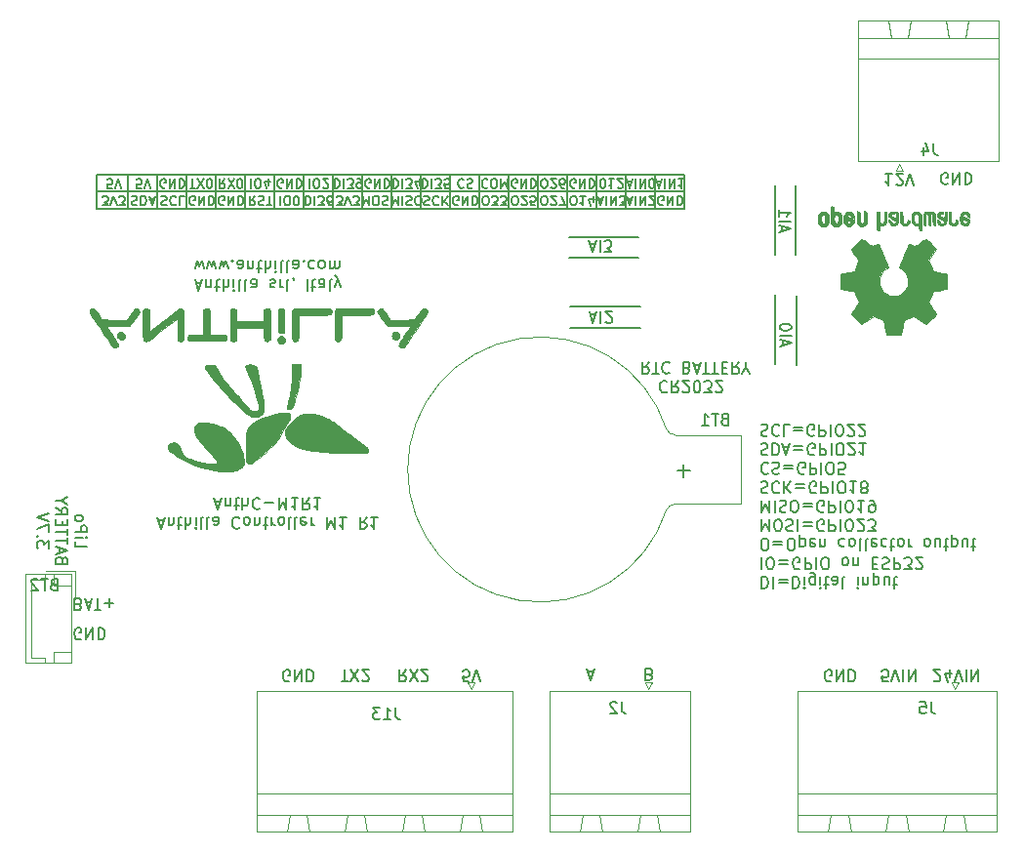
<source format=gbr>
G04 #@! TF.GenerationSoftware,KiCad,Pcbnew,(5.1.9)-1*
G04 #@! TF.CreationDate,2021-08-04T09:34:38-04:00*
G04 #@! TF.ProjectId,esp32 Core  V-0.1,65737033-3220-4436-9f72-652020562d30,rev?*
G04 #@! TF.SameCoordinates,Original*
G04 #@! TF.FileFunction,Legend,Bot*
G04 #@! TF.FilePolarity,Positive*
%FSLAX46Y46*%
G04 Gerber Fmt 4.6, Leading zero omitted, Abs format (unit mm)*
G04 Created by KiCad (PCBNEW (5.1.9)-1) date 2021-08-04 09:34:38*
%MOMM*%
%LPD*%
G01*
G04 APERTURE LIST*
%ADD10C,0.150000*%
%ADD11C,0.010000*%
%ADD12C,0.120000*%
G04 APERTURE END LIST*
D10*
X192190347Y-131658333D02*
X192666537Y-131658333D01*
X192095109Y-131372619D02*
X192428442Y-132372619D01*
X192761776Y-131372619D01*
X193095109Y-132039285D02*
X193095109Y-131372619D01*
X193095109Y-131944047D02*
X193142728Y-131991666D01*
X193237966Y-132039285D01*
X193380823Y-132039285D01*
X193476061Y-131991666D01*
X193523680Y-131896428D01*
X193523680Y-131372619D01*
X193857014Y-132039285D02*
X194237966Y-132039285D01*
X193999871Y-132372619D02*
X193999871Y-131515476D01*
X194047490Y-131420238D01*
X194142728Y-131372619D01*
X194237966Y-131372619D01*
X194571299Y-131372619D02*
X194571299Y-132372619D01*
X194999871Y-131372619D02*
X194999871Y-131896428D01*
X194952252Y-131991666D01*
X194857014Y-132039285D01*
X194714157Y-132039285D01*
X194618918Y-131991666D01*
X194571299Y-131944047D01*
X195476061Y-131372619D02*
X195476061Y-132039285D01*
X195476061Y-132372619D02*
X195428442Y-132325000D01*
X195476061Y-132277380D01*
X195523680Y-132325000D01*
X195476061Y-132372619D01*
X195476061Y-132277380D01*
X196095109Y-131372619D02*
X195999871Y-131420238D01*
X195952252Y-131515476D01*
X195952252Y-132372619D01*
X196618918Y-131372619D02*
X196523680Y-131420238D01*
X196476061Y-131515476D01*
X196476061Y-132372619D01*
X197428442Y-131372619D02*
X197428442Y-131896428D01*
X197380823Y-131991666D01*
X197285585Y-132039285D01*
X197095109Y-132039285D01*
X196999871Y-131991666D01*
X197428442Y-131420238D02*
X197333204Y-131372619D01*
X197095109Y-131372619D01*
X196999871Y-131420238D01*
X196952252Y-131515476D01*
X196952252Y-131610714D01*
X196999871Y-131705952D01*
X197095109Y-131753571D01*
X197333204Y-131753571D01*
X197428442Y-131801190D01*
X199237966Y-131467857D02*
X199190347Y-131420238D01*
X199047490Y-131372619D01*
X198952252Y-131372619D01*
X198809395Y-131420238D01*
X198714157Y-131515476D01*
X198666537Y-131610714D01*
X198618918Y-131801190D01*
X198618918Y-131944047D01*
X198666537Y-132134523D01*
X198714157Y-132229761D01*
X198809395Y-132325000D01*
X198952252Y-132372619D01*
X199047490Y-132372619D01*
X199190347Y-132325000D01*
X199237966Y-132277380D01*
X199809395Y-131372619D02*
X199714157Y-131420238D01*
X199666537Y-131467857D01*
X199618918Y-131563095D01*
X199618918Y-131848809D01*
X199666537Y-131944047D01*
X199714157Y-131991666D01*
X199809395Y-132039285D01*
X199952252Y-132039285D01*
X200047490Y-131991666D01*
X200095109Y-131944047D01*
X200142728Y-131848809D01*
X200142728Y-131563095D01*
X200095109Y-131467857D01*
X200047490Y-131420238D01*
X199952252Y-131372619D01*
X199809395Y-131372619D01*
X200571299Y-132039285D02*
X200571299Y-131372619D01*
X200571299Y-131944047D02*
X200618918Y-131991666D01*
X200714157Y-132039285D01*
X200857014Y-132039285D01*
X200952252Y-131991666D01*
X200999871Y-131896428D01*
X200999871Y-131372619D01*
X201333204Y-132039285D02*
X201714157Y-132039285D01*
X201476061Y-132372619D02*
X201476061Y-131515476D01*
X201523680Y-131420238D01*
X201618918Y-131372619D01*
X201714157Y-131372619D01*
X202047490Y-131372619D02*
X202047490Y-132039285D01*
X202047490Y-131848809D02*
X202095109Y-131944047D01*
X202142728Y-131991666D01*
X202237966Y-132039285D01*
X202333204Y-132039285D01*
X202809395Y-131372619D02*
X202714157Y-131420238D01*
X202666537Y-131467857D01*
X202618918Y-131563095D01*
X202618918Y-131848809D01*
X202666537Y-131944047D01*
X202714157Y-131991666D01*
X202809395Y-132039285D01*
X202952252Y-132039285D01*
X203047490Y-131991666D01*
X203095109Y-131944047D01*
X203142728Y-131848809D01*
X203142728Y-131563095D01*
X203095109Y-131467857D01*
X203047490Y-131420238D01*
X202952252Y-131372619D01*
X202809395Y-131372619D01*
X203714157Y-131372619D02*
X203618918Y-131420238D01*
X203571299Y-131515476D01*
X203571299Y-132372619D01*
X204237966Y-131372619D02*
X204142728Y-131420238D01*
X204095109Y-131515476D01*
X204095109Y-132372619D01*
X204999871Y-131420238D02*
X204904633Y-131372619D01*
X204714157Y-131372619D01*
X204618918Y-131420238D01*
X204571299Y-131515476D01*
X204571299Y-131896428D01*
X204618918Y-131991666D01*
X204714157Y-132039285D01*
X204904633Y-132039285D01*
X204999871Y-131991666D01*
X205047490Y-131896428D01*
X205047490Y-131801190D01*
X204571299Y-131705952D01*
X205476061Y-131372619D02*
X205476061Y-132039285D01*
X205476061Y-131848809D02*
X205523680Y-131944047D01*
X205571299Y-131991666D01*
X205666537Y-132039285D01*
X205761776Y-132039285D01*
X206857014Y-131372619D02*
X206857014Y-132372619D01*
X207190347Y-131658333D01*
X207523680Y-132372619D01*
X207523680Y-131372619D01*
X208523680Y-131372619D02*
X207952252Y-131372619D01*
X208237966Y-131372619D02*
X208237966Y-132372619D01*
X208142728Y-132229761D01*
X208047490Y-132134523D01*
X207952252Y-132086904D01*
X210285585Y-131372619D02*
X209952252Y-131848809D01*
X209714157Y-131372619D02*
X209714157Y-132372619D01*
X210095109Y-132372619D01*
X210190347Y-132325000D01*
X210237966Y-132277380D01*
X210285585Y-132182142D01*
X210285585Y-132039285D01*
X210237966Y-131944047D01*
X210190347Y-131896428D01*
X210095109Y-131848809D01*
X209714157Y-131848809D01*
X211237966Y-131372619D02*
X210666537Y-131372619D01*
X210952252Y-131372619D02*
X210952252Y-132372619D01*
X210857014Y-132229761D01*
X210761776Y-132134523D01*
X210666537Y-132086904D01*
X197142728Y-130008333D02*
X197618918Y-130008333D01*
X197047490Y-129722619D02*
X197380823Y-130722619D01*
X197714157Y-129722619D01*
X198047490Y-130389285D02*
X198047490Y-129722619D01*
X198047490Y-130294047D02*
X198095109Y-130341666D01*
X198190347Y-130389285D01*
X198333204Y-130389285D01*
X198428442Y-130341666D01*
X198476061Y-130246428D01*
X198476061Y-129722619D01*
X198809395Y-130389285D02*
X199190347Y-130389285D01*
X198952252Y-130722619D02*
X198952252Y-129865476D01*
X198999871Y-129770238D01*
X199095109Y-129722619D01*
X199190347Y-129722619D01*
X199523680Y-129722619D02*
X199523680Y-130722619D01*
X199952252Y-129722619D02*
X199952252Y-130246428D01*
X199904633Y-130341666D01*
X199809395Y-130389285D01*
X199666537Y-130389285D01*
X199571299Y-130341666D01*
X199523680Y-130294047D01*
X200999871Y-129817857D02*
X200952252Y-129770238D01*
X200809395Y-129722619D01*
X200714157Y-129722619D01*
X200571299Y-129770238D01*
X200476061Y-129865476D01*
X200428442Y-129960714D01*
X200380823Y-130151190D01*
X200380823Y-130294047D01*
X200428442Y-130484523D01*
X200476061Y-130579761D01*
X200571299Y-130675000D01*
X200714157Y-130722619D01*
X200809395Y-130722619D01*
X200952252Y-130675000D01*
X200999871Y-130627380D01*
X201428442Y-130103571D02*
X202190347Y-130103571D01*
X202666537Y-129722619D02*
X202666537Y-130722619D01*
X202999871Y-130008333D01*
X203333204Y-130722619D01*
X203333204Y-129722619D01*
X204333204Y-129722619D02*
X203761776Y-129722619D01*
X204047490Y-129722619D02*
X204047490Y-130722619D01*
X203952252Y-130579761D01*
X203857014Y-130484523D01*
X203761776Y-130436904D01*
X205333204Y-129722619D02*
X204999871Y-130198809D01*
X204761776Y-129722619D02*
X204761776Y-130722619D01*
X205142728Y-130722619D01*
X205237966Y-130675000D01*
X205285585Y-130627380D01*
X205333204Y-130532142D01*
X205333204Y-130389285D01*
X205285585Y-130294047D01*
X205237966Y-130246428D01*
X205142728Y-130198809D01*
X204761776Y-130198809D01*
X206285585Y-129722619D02*
X205714157Y-129722619D01*
X205999871Y-129722619D02*
X205999871Y-130722619D01*
X205904633Y-130579761D01*
X205809395Y-130484523D01*
X205714157Y-130436904D01*
X255848952Y-101592119D02*
X255277523Y-101592119D01*
X255563238Y-101592119D02*
X255563238Y-102592119D01*
X255468000Y-102449261D01*
X255372761Y-102354023D01*
X255277523Y-102306404D01*
X256229904Y-102496880D02*
X256277523Y-102544500D01*
X256372761Y-102592119D01*
X256610857Y-102592119D01*
X256706095Y-102544500D01*
X256753714Y-102496880D01*
X256801333Y-102401642D01*
X256801333Y-102306404D01*
X256753714Y-102163547D01*
X256182285Y-101592119D01*
X256801333Y-101592119D01*
X257087047Y-102592119D02*
X257420380Y-101592119D01*
X257753714Y-102592119D01*
X260659095Y-102481000D02*
X260563857Y-102528619D01*
X260421000Y-102528619D01*
X260278142Y-102481000D01*
X260182904Y-102385761D01*
X260135285Y-102290523D01*
X260087666Y-102100047D01*
X260087666Y-101957190D01*
X260135285Y-101766714D01*
X260182904Y-101671476D01*
X260278142Y-101576238D01*
X260421000Y-101528619D01*
X260516238Y-101528619D01*
X260659095Y-101576238D01*
X260706714Y-101623857D01*
X260706714Y-101957190D01*
X260516238Y-101957190D01*
X261135285Y-101528619D02*
X261135285Y-102528619D01*
X261706714Y-101528619D01*
X261706714Y-102528619D01*
X262182904Y-101528619D02*
X262182904Y-102528619D01*
X262421000Y-102528619D01*
X262563857Y-102481000D01*
X262659095Y-102385761D01*
X262706714Y-102290523D01*
X262754333Y-102100047D01*
X262754333Y-101957190D01*
X262706714Y-101766714D01*
X262659095Y-101671476D01*
X262563857Y-101576238D01*
X262421000Y-101528619D01*
X262182904Y-101528619D01*
X203581095Y-145597500D02*
X203485857Y-145645119D01*
X203343000Y-145645119D01*
X203200142Y-145597500D01*
X203104904Y-145502261D01*
X203057285Y-145407023D01*
X203009666Y-145216547D01*
X203009666Y-145073690D01*
X203057285Y-144883214D01*
X203104904Y-144787976D01*
X203200142Y-144692738D01*
X203343000Y-144645119D01*
X203438238Y-144645119D01*
X203581095Y-144692738D01*
X203628714Y-144740357D01*
X203628714Y-145073690D01*
X203438238Y-145073690D01*
X204057285Y-144645119D02*
X204057285Y-145645119D01*
X204628714Y-144645119D01*
X204628714Y-145645119D01*
X205104904Y-144645119D02*
X205104904Y-145645119D01*
X205343000Y-145645119D01*
X205485857Y-145597500D01*
X205581095Y-145502261D01*
X205628714Y-145407023D01*
X205676333Y-145216547D01*
X205676333Y-145073690D01*
X205628714Y-144883214D01*
X205581095Y-144787976D01*
X205485857Y-144692738D01*
X205343000Y-144645119D01*
X205104904Y-144645119D01*
X208104904Y-145645119D02*
X208676333Y-145645119D01*
X208390619Y-144645119D02*
X208390619Y-145645119D01*
X208914428Y-145645119D02*
X209581095Y-144645119D01*
X209581095Y-145645119D02*
X208914428Y-144645119D01*
X209914428Y-145549880D02*
X209962047Y-145597500D01*
X210057285Y-145645119D01*
X210295380Y-145645119D01*
X210390619Y-145597500D01*
X210438238Y-145549880D01*
X210485857Y-145454642D01*
X210485857Y-145359404D01*
X210438238Y-145216547D01*
X209866809Y-144645119D01*
X210485857Y-144645119D01*
X213700142Y-144645119D02*
X213366809Y-145121309D01*
X213128714Y-144645119D02*
X213128714Y-145645119D01*
X213509666Y-145645119D01*
X213604904Y-145597500D01*
X213652523Y-145549880D01*
X213700142Y-145454642D01*
X213700142Y-145311785D01*
X213652523Y-145216547D01*
X213604904Y-145168928D01*
X213509666Y-145121309D01*
X213128714Y-145121309D01*
X214033476Y-145645119D02*
X214700142Y-144645119D01*
X214700142Y-145645119D02*
X214033476Y-144645119D01*
X215033476Y-145549880D02*
X215081095Y-145597500D01*
X215176333Y-145645119D01*
X215414428Y-145645119D01*
X215509666Y-145597500D01*
X215557285Y-145549880D01*
X215604904Y-145454642D01*
X215604904Y-145359404D01*
X215557285Y-145216547D01*
X214985857Y-144645119D01*
X215604904Y-144645119D01*
X219138523Y-145645119D02*
X218662333Y-145645119D01*
X218614714Y-145168928D01*
X218662333Y-145216547D01*
X218757571Y-145264166D01*
X218995666Y-145264166D01*
X219090904Y-145216547D01*
X219138523Y-145168928D01*
X219186142Y-145073690D01*
X219186142Y-144835595D01*
X219138523Y-144740357D01*
X219090904Y-144692738D01*
X218995666Y-144645119D01*
X218757571Y-144645119D01*
X218662333Y-144692738D01*
X218614714Y-144740357D01*
X219471857Y-145645119D02*
X219805190Y-144645119D01*
X220138523Y-145645119D01*
X229504904Y-144803833D02*
X229981095Y-144803833D01*
X229409666Y-144518119D02*
X229743000Y-145518119D01*
X230076333Y-144518119D01*
X234814428Y-145041928D02*
X234957285Y-144994309D01*
X235004904Y-144946690D01*
X235052523Y-144851452D01*
X235052523Y-144708595D01*
X235004904Y-144613357D01*
X234957285Y-144565738D01*
X234862047Y-144518119D01*
X234481095Y-144518119D01*
X234481095Y-145518119D01*
X234814428Y-145518119D01*
X234909666Y-145470500D01*
X234957285Y-145422880D01*
X235004904Y-145327642D01*
X235004904Y-145232404D01*
X234957285Y-145137166D01*
X234909666Y-145089547D01*
X234814428Y-145041928D01*
X234481095Y-145041928D01*
X259477119Y-145549880D02*
X259524738Y-145597500D01*
X259619976Y-145645119D01*
X259858071Y-145645119D01*
X259953309Y-145597500D01*
X260000928Y-145549880D01*
X260048547Y-145454642D01*
X260048547Y-145359404D01*
X260000928Y-145216547D01*
X259429500Y-144645119D01*
X260048547Y-144645119D01*
X260905690Y-145311785D02*
X260905690Y-144645119D01*
X260667595Y-145692738D02*
X260429500Y-144978452D01*
X261048547Y-144978452D01*
X261286642Y-145645119D02*
X261619976Y-144645119D01*
X261953309Y-145645119D01*
X262286642Y-144645119D02*
X262286642Y-145645119D01*
X262762833Y-144645119D02*
X262762833Y-145645119D01*
X263334261Y-144645119D01*
X263334261Y-145645119D01*
X255495619Y-145645119D02*
X255019428Y-145645119D01*
X254971809Y-145168928D01*
X255019428Y-145216547D01*
X255114666Y-145264166D01*
X255352761Y-145264166D01*
X255448000Y-145216547D01*
X255495619Y-145168928D01*
X255543238Y-145073690D01*
X255543238Y-144835595D01*
X255495619Y-144740357D01*
X255448000Y-144692738D01*
X255352761Y-144645119D01*
X255114666Y-144645119D01*
X255019428Y-144692738D01*
X254971809Y-144740357D01*
X255828952Y-145645119D02*
X256162285Y-144645119D01*
X256495619Y-145645119D01*
X256828952Y-144645119D02*
X256828952Y-145645119D01*
X257305142Y-144645119D02*
X257305142Y-145645119D01*
X257876571Y-144645119D01*
X257876571Y-145645119D01*
X250571095Y-145597500D02*
X250475857Y-145645119D01*
X250333000Y-145645119D01*
X250190142Y-145597500D01*
X250094904Y-145502261D01*
X250047285Y-145407023D01*
X249999666Y-145216547D01*
X249999666Y-145073690D01*
X250047285Y-144883214D01*
X250094904Y-144787976D01*
X250190142Y-144692738D01*
X250333000Y-144645119D01*
X250428238Y-144645119D01*
X250571095Y-144692738D01*
X250618714Y-144740357D01*
X250618714Y-145073690D01*
X250428238Y-145073690D01*
X251047285Y-144645119D02*
X251047285Y-145645119D01*
X251618714Y-144645119D01*
X251618714Y-145645119D01*
X252094904Y-144645119D02*
X252094904Y-145645119D01*
X252333000Y-145645119D01*
X252475857Y-145597500D01*
X252571095Y-145502261D01*
X252618714Y-145407023D01*
X252666333Y-145216547D01*
X252666333Y-145073690D01*
X252618714Y-144883214D01*
X252571095Y-144787976D01*
X252475857Y-144692738D01*
X252333000Y-144645119D01*
X252094904Y-144645119D01*
X245681500Y-112077500D02*
X245681500Y-118110000D01*
X247586500Y-112141000D02*
X247586500Y-118173500D01*
X245681500Y-102616000D02*
X245681500Y-108648500D01*
X247523000Y-102616000D02*
X247523000Y-108648500D01*
X233997500Y-114935000D02*
X227965000Y-114935000D01*
X233997500Y-113093500D02*
X227965000Y-113093500D01*
X233870500Y-108839000D02*
X227838000Y-108839000D01*
X233870500Y-107061000D02*
X227838000Y-107061000D01*
X246403833Y-116522380D02*
X246403833Y-116046190D01*
X246118119Y-116617619D02*
X247118119Y-116284285D01*
X246118119Y-115950952D01*
X246118119Y-115617619D02*
X247118119Y-115617619D01*
X247118119Y-114950952D02*
X247118119Y-114855714D01*
X247070500Y-114760476D01*
X247022880Y-114712857D01*
X246927642Y-114665238D01*
X246737166Y-114617619D01*
X246499071Y-114617619D01*
X246308595Y-114665238D01*
X246213357Y-114712857D01*
X246165738Y-114760476D01*
X246118119Y-114855714D01*
X246118119Y-114950952D01*
X246165738Y-115046190D01*
X246213357Y-115093809D01*
X246308595Y-115141428D01*
X246499071Y-115189047D01*
X246737166Y-115189047D01*
X246927642Y-115141428D01*
X247022880Y-115093809D01*
X247070500Y-115046190D01*
X247118119Y-114950952D01*
X246340333Y-106616380D02*
X246340333Y-106140190D01*
X246054619Y-106711619D02*
X247054619Y-106378285D01*
X246054619Y-106044952D01*
X246054619Y-105711619D02*
X247054619Y-105711619D01*
X246054619Y-104711619D02*
X246054619Y-105283047D01*
X246054619Y-104997333D02*
X247054619Y-104997333D01*
X246911761Y-105092571D01*
X246816523Y-105187809D01*
X246768904Y-105283047D01*
X229679619Y-113815833D02*
X230155809Y-113815833D01*
X229584380Y-113530119D02*
X229917714Y-114530119D01*
X230251047Y-113530119D01*
X230584380Y-113530119D02*
X230584380Y-114530119D01*
X231012952Y-114434880D02*
X231060571Y-114482500D01*
X231155809Y-114530119D01*
X231393904Y-114530119D01*
X231489142Y-114482500D01*
X231536761Y-114434880D01*
X231584380Y-114339642D01*
X231584380Y-114244404D01*
X231536761Y-114101547D01*
X230965333Y-113530119D01*
X231584380Y-113530119D01*
X229616119Y-107656333D02*
X230092309Y-107656333D01*
X229520880Y-107370619D02*
X229854214Y-108370619D01*
X230187547Y-107370619D01*
X230520880Y-107370619D02*
X230520880Y-108370619D01*
X230901833Y-108370619D02*
X231520880Y-108370619D01*
X231187547Y-107989666D01*
X231330404Y-107989666D01*
X231425642Y-107942047D01*
X231473261Y-107894428D01*
X231520880Y-107799190D01*
X231520880Y-107561095D01*
X231473261Y-107465857D01*
X231425642Y-107418238D01*
X231330404Y-107370619D01*
X231044690Y-107370619D01*
X230949452Y-107418238D01*
X230901833Y-107465857D01*
X185488095Y-141950000D02*
X185392857Y-141997619D01*
X185250000Y-141997619D01*
X185107142Y-141950000D01*
X185011904Y-141854761D01*
X184964285Y-141759523D01*
X184916666Y-141569047D01*
X184916666Y-141426190D01*
X184964285Y-141235714D01*
X185011904Y-141140476D01*
X185107142Y-141045238D01*
X185250000Y-140997619D01*
X185345238Y-140997619D01*
X185488095Y-141045238D01*
X185535714Y-141092857D01*
X185535714Y-141426190D01*
X185345238Y-141426190D01*
X185964285Y-140997619D02*
X185964285Y-141997619D01*
X186535714Y-140997619D01*
X186535714Y-141997619D01*
X187011904Y-140997619D02*
X187011904Y-141997619D01*
X187250000Y-141997619D01*
X187392857Y-141950000D01*
X187488095Y-141854761D01*
X187535714Y-141759523D01*
X187583333Y-141569047D01*
X187583333Y-141426190D01*
X187535714Y-141235714D01*
X187488095Y-141140476D01*
X187392857Y-141045238D01*
X187250000Y-140997619D01*
X187011904Y-140997619D01*
X236323809Y-119667857D02*
X236276190Y-119620238D01*
X236133333Y-119572619D01*
X236038095Y-119572619D01*
X235895238Y-119620238D01*
X235800000Y-119715476D01*
X235752380Y-119810714D01*
X235704761Y-120001190D01*
X235704761Y-120144047D01*
X235752380Y-120334523D01*
X235800000Y-120429761D01*
X235895238Y-120525000D01*
X236038095Y-120572619D01*
X236133333Y-120572619D01*
X236276190Y-120525000D01*
X236323809Y-120477380D01*
X237323809Y-119572619D02*
X236990476Y-120048809D01*
X236752380Y-119572619D02*
X236752380Y-120572619D01*
X237133333Y-120572619D01*
X237228571Y-120525000D01*
X237276190Y-120477380D01*
X237323809Y-120382142D01*
X237323809Y-120239285D01*
X237276190Y-120144047D01*
X237228571Y-120096428D01*
X237133333Y-120048809D01*
X236752380Y-120048809D01*
X237704761Y-120477380D02*
X237752380Y-120525000D01*
X237847619Y-120572619D01*
X238085714Y-120572619D01*
X238180952Y-120525000D01*
X238228571Y-120477380D01*
X238276190Y-120382142D01*
X238276190Y-120286904D01*
X238228571Y-120144047D01*
X237657142Y-119572619D01*
X238276190Y-119572619D01*
X238895238Y-120572619D02*
X238990476Y-120572619D01*
X239085714Y-120525000D01*
X239133333Y-120477380D01*
X239180952Y-120382142D01*
X239228571Y-120191666D01*
X239228571Y-119953571D01*
X239180952Y-119763095D01*
X239133333Y-119667857D01*
X239085714Y-119620238D01*
X238990476Y-119572619D01*
X238895238Y-119572619D01*
X238800000Y-119620238D01*
X238752380Y-119667857D01*
X238704761Y-119763095D01*
X238657142Y-119953571D01*
X238657142Y-120191666D01*
X238704761Y-120382142D01*
X238752380Y-120477380D01*
X238800000Y-120525000D01*
X238895238Y-120572619D01*
X239561904Y-120572619D02*
X240180952Y-120572619D01*
X239847619Y-120191666D01*
X239990476Y-120191666D01*
X240085714Y-120144047D01*
X240133333Y-120096428D01*
X240180952Y-120001190D01*
X240180952Y-119763095D01*
X240133333Y-119667857D01*
X240085714Y-119620238D01*
X239990476Y-119572619D01*
X239704761Y-119572619D01*
X239609523Y-119620238D01*
X239561904Y-119667857D01*
X240561904Y-120477380D02*
X240609523Y-120525000D01*
X240704761Y-120572619D01*
X240942857Y-120572619D01*
X241038095Y-120525000D01*
X241085714Y-120477380D01*
X241133333Y-120382142D01*
X241133333Y-120286904D01*
X241085714Y-120144047D01*
X240514285Y-119572619D01*
X241133333Y-119572619D01*
X234776190Y-117922619D02*
X234442857Y-118398809D01*
X234204761Y-117922619D02*
X234204761Y-118922619D01*
X234585714Y-118922619D01*
X234680952Y-118875000D01*
X234728571Y-118827380D01*
X234776190Y-118732142D01*
X234776190Y-118589285D01*
X234728571Y-118494047D01*
X234680952Y-118446428D01*
X234585714Y-118398809D01*
X234204761Y-118398809D01*
X235061904Y-118922619D02*
X235633333Y-118922619D01*
X235347619Y-117922619D02*
X235347619Y-118922619D01*
X236538095Y-118017857D02*
X236490476Y-117970238D01*
X236347619Y-117922619D01*
X236252380Y-117922619D01*
X236109523Y-117970238D01*
X236014285Y-118065476D01*
X235966666Y-118160714D01*
X235919047Y-118351190D01*
X235919047Y-118494047D01*
X235966666Y-118684523D01*
X236014285Y-118779761D01*
X236109523Y-118875000D01*
X236252380Y-118922619D01*
X236347619Y-118922619D01*
X236490476Y-118875000D01*
X236538095Y-118827380D01*
X238061904Y-118446428D02*
X238204761Y-118398809D01*
X238252380Y-118351190D01*
X238300000Y-118255952D01*
X238300000Y-118113095D01*
X238252380Y-118017857D01*
X238204761Y-117970238D01*
X238109523Y-117922619D01*
X237728571Y-117922619D01*
X237728571Y-118922619D01*
X238061904Y-118922619D01*
X238157142Y-118875000D01*
X238204761Y-118827380D01*
X238252380Y-118732142D01*
X238252380Y-118636904D01*
X238204761Y-118541666D01*
X238157142Y-118494047D01*
X238061904Y-118446428D01*
X237728571Y-118446428D01*
X238680952Y-118208333D02*
X239157142Y-118208333D01*
X238585714Y-117922619D02*
X238919047Y-118922619D01*
X239252380Y-117922619D01*
X239442857Y-118922619D02*
X240014285Y-118922619D01*
X239728571Y-117922619D02*
X239728571Y-118922619D01*
X240204761Y-118922619D02*
X240776190Y-118922619D01*
X240490476Y-117922619D02*
X240490476Y-118922619D01*
X241109523Y-118446428D02*
X241442857Y-118446428D01*
X241585714Y-117922619D02*
X241109523Y-117922619D01*
X241109523Y-118922619D01*
X241585714Y-118922619D01*
X242585714Y-117922619D02*
X242252380Y-118398809D01*
X242014285Y-117922619D02*
X242014285Y-118922619D01*
X242395238Y-118922619D01*
X242490476Y-118875000D01*
X242538095Y-118827380D01*
X242585714Y-118732142D01*
X242585714Y-118589285D01*
X242538095Y-118494047D01*
X242490476Y-118446428D01*
X242395238Y-118398809D01*
X242014285Y-118398809D01*
X243204761Y-118398809D02*
X243204761Y-117922619D01*
X242871428Y-118922619D02*
X243204761Y-118398809D01*
X243538095Y-118922619D01*
X184997619Y-133480952D02*
X184997619Y-133957142D01*
X185997619Y-133957142D01*
X184997619Y-133147619D02*
X185664285Y-133147619D01*
X185997619Y-133147619D02*
X185950000Y-133195238D01*
X185902380Y-133147619D01*
X185950000Y-133100000D01*
X185997619Y-133147619D01*
X185902380Y-133147619D01*
X184997619Y-132671428D02*
X185997619Y-132671428D01*
X185997619Y-132290476D01*
X185950000Y-132195238D01*
X185902380Y-132147619D01*
X185807142Y-132100000D01*
X185664285Y-132100000D01*
X185569047Y-132147619D01*
X185521428Y-132195238D01*
X185473809Y-132290476D01*
X185473809Y-132671428D01*
X184997619Y-131528571D02*
X185045238Y-131623809D01*
X185092857Y-131671428D01*
X185188095Y-131719047D01*
X185473809Y-131719047D01*
X185569047Y-131671428D01*
X185616666Y-131623809D01*
X185664285Y-131528571D01*
X185664285Y-131385714D01*
X185616666Y-131290476D01*
X185569047Y-131242857D01*
X185473809Y-131195238D01*
X185188095Y-131195238D01*
X185092857Y-131242857D01*
X185045238Y-131290476D01*
X184997619Y-131385714D01*
X184997619Y-131528571D01*
X183871428Y-135100000D02*
X183823809Y-134957142D01*
X183776190Y-134909523D01*
X183680952Y-134861904D01*
X183538095Y-134861904D01*
X183442857Y-134909523D01*
X183395238Y-134957142D01*
X183347619Y-135052380D01*
X183347619Y-135433333D01*
X184347619Y-135433333D01*
X184347619Y-135100000D01*
X184300000Y-135004761D01*
X184252380Y-134957142D01*
X184157142Y-134909523D01*
X184061904Y-134909523D01*
X183966666Y-134957142D01*
X183919047Y-135004761D01*
X183871428Y-135100000D01*
X183871428Y-135433333D01*
X183633333Y-134480952D02*
X183633333Y-134004761D01*
X183347619Y-134576190D02*
X184347619Y-134242857D01*
X183347619Y-133909523D01*
X184347619Y-133719047D02*
X184347619Y-133147619D01*
X183347619Y-133433333D02*
X184347619Y-133433333D01*
X184347619Y-132957142D02*
X184347619Y-132385714D01*
X183347619Y-132671428D02*
X184347619Y-132671428D01*
X183871428Y-132052380D02*
X183871428Y-131719047D01*
X183347619Y-131576190D02*
X183347619Y-132052380D01*
X184347619Y-132052380D01*
X184347619Y-131576190D01*
X183347619Y-130576190D02*
X183823809Y-130909523D01*
X183347619Y-131147619D02*
X184347619Y-131147619D01*
X184347619Y-130766666D01*
X184300000Y-130671428D01*
X184252380Y-130623809D01*
X184157142Y-130576190D01*
X184014285Y-130576190D01*
X183919047Y-130623809D01*
X183871428Y-130671428D01*
X183823809Y-130766666D01*
X183823809Y-131147619D01*
X183823809Y-129957142D02*
X183347619Y-129957142D01*
X184347619Y-130290476D02*
X183823809Y-129957142D01*
X184347619Y-129623809D01*
X182697619Y-134076190D02*
X182697619Y-133457142D01*
X182316666Y-133790476D01*
X182316666Y-133647619D01*
X182269047Y-133552380D01*
X182221428Y-133504761D01*
X182126190Y-133457142D01*
X181888095Y-133457142D01*
X181792857Y-133504761D01*
X181745238Y-133552380D01*
X181697619Y-133647619D01*
X181697619Y-133933333D01*
X181745238Y-134028571D01*
X181792857Y-134076190D01*
X181792857Y-133028571D02*
X181745238Y-132980952D01*
X181697619Y-133028571D01*
X181745238Y-133076190D01*
X181792857Y-133028571D01*
X181697619Y-133028571D01*
X182697619Y-132647619D02*
X182697619Y-131980952D01*
X181697619Y-132409523D01*
X182697619Y-131742857D02*
X181697619Y-131409523D01*
X182697619Y-131076190D01*
X244535595Y-136547619D02*
X244535595Y-137547619D01*
X244773690Y-137547619D01*
X244916547Y-137500000D01*
X245011785Y-137404761D01*
X245059404Y-137309523D01*
X245107023Y-137119047D01*
X245107023Y-136976190D01*
X245059404Y-136785714D01*
X245011785Y-136690476D01*
X244916547Y-136595238D01*
X244773690Y-136547619D01*
X244535595Y-136547619D01*
X245535595Y-136547619D02*
X245535595Y-137547619D01*
X246011785Y-137071428D02*
X246773690Y-137071428D01*
X246773690Y-136785714D02*
X246011785Y-136785714D01*
X247249880Y-136547619D02*
X247249880Y-137547619D01*
X247487976Y-137547619D01*
X247630833Y-137500000D01*
X247726071Y-137404761D01*
X247773690Y-137309523D01*
X247821309Y-137119047D01*
X247821309Y-136976190D01*
X247773690Y-136785714D01*
X247726071Y-136690476D01*
X247630833Y-136595238D01*
X247487976Y-136547619D01*
X247249880Y-136547619D01*
X248249880Y-136547619D02*
X248249880Y-137214285D01*
X248249880Y-137547619D02*
X248202261Y-137500000D01*
X248249880Y-137452380D01*
X248297500Y-137500000D01*
X248249880Y-137547619D01*
X248249880Y-137452380D01*
X249154642Y-137214285D02*
X249154642Y-136404761D01*
X249107023Y-136309523D01*
X249059404Y-136261904D01*
X248964166Y-136214285D01*
X248821309Y-136214285D01*
X248726071Y-136261904D01*
X249154642Y-136595238D02*
X249059404Y-136547619D01*
X248868928Y-136547619D01*
X248773690Y-136595238D01*
X248726071Y-136642857D01*
X248678452Y-136738095D01*
X248678452Y-137023809D01*
X248726071Y-137119047D01*
X248773690Y-137166666D01*
X248868928Y-137214285D01*
X249059404Y-137214285D01*
X249154642Y-137166666D01*
X249630833Y-136547619D02*
X249630833Y-137214285D01*
X249630833Y-137547619D02*
X249583214Y-137500000D01*
X249630833Y-137452380D01*
X249678452Y-137500000D01*
X249630833Y-137547619D01*
X249630833Y-137452380D01*
X249964166Y-137214285D02*
X250345119Y-137214285D01*
X250107023Y-137547619D02*
X250107023Y-136690476D01*
X250154642Y-136595238D01*
X250249880Y-136547619D01*
X250345119Y-136547619D01*
X251107023Y-136547619D02*
X251107023Y-137071428D01*
X251059404Y-137166666D01*
X250964166Y-137214285D01*
X250773690Y-137214285D01*
X250678452Y-137166666D01*
X251107023Y-136595238D02*
X251011785Y-136547619D01*
X250773690Y-136547619D01*
X250678452Y-136595238D01*
X250630833Y-136690476D01*
X250630833Y-136785714D01*
X250678452Y-136880952D01*
X250773690Y-136928571D01*
X251011785Y-136928571D01*
X251107023Y-136976190D01*
X251726071Y-136547619D02*
X251630833Y-136595238D01*
X251583214Y-136690476D01*
X251583214Y-137547619D01*
X252868928Y-136547619D02*
X252868928Y-137214285D01*
X252868928Y-137547619D02*
X252821309Y-137500000D01*
X252868928Y-137452380D01*
X252916547Y-137500000D01*
X252868928Y-137547619D01*
X252868928Y-137452380D01*
X253345119Y-137214285D02*
X253345119Y-136547619D01*
X253345119Y-137119047D02*
X253392738Y-137166666D01*
X253487976Y-137214285D01*
X253630833Y-137214285D01*
X253726071Y-137166666D01*
X253773690Y-137071428D01*
X253773690Y-136547619D01*
X254249880Y-137214285D02*
X254249880Y-136214285D01*
X254249880Y-137166666D02*
X254345119Y-137214285D01*
X254535595Y-137214285D01*
X254630833Y-137166666D01*
X254678452Y-137119047D01*
X254726071Y-137023809D01*
X254726071Y-136738095D01*
X254678452Y-136642857D01*
X254630833Y-136595238D01*
X254535595Y-136547619D01*
X254345119Y-136547619D01*
X254249880Y-136595238D01*
X255583214Y-137214285D02*
X255583214Y-136547619D01*
X255154642Y-137214285D02*
X255154642Y-136690476D01*
X255202261Y-136595238D01*
X255297500Y-136547619D01*
X255440357Y-136547619D01*
X255535595Y-136595238D01*
X255583214Y-136642857D01*
X255916547Y-137214285D02*
X256297500Y-137214285D01*
X256059404Y-137547619D02*
X256059404Y-136690476D01*
X256107023Y-136595238D01*
X256202261Y-136547619D01*
X256297500Y-136547619D01*
X244535595Y-134897619D02*
X244535595Y-135897619D01*
X245202261Y-135897619D02*
X245392738Y-135897619D01*
X245487976Y-135850000D01*
X245583214Y-135754761D01*
X245630833Y-135564285D01*
X245630833Y-135230952D01*
X245583214Y-135040476D01*
X245487976Y-134945238D01*
X245392738Y-134897619D01*
X245202261Y-134897619D01*
X245107023Y-134945238D01*
X245011785Y-135040476D01*
X244964166Y-135230952D01*
X244964166Y-135564285D01*
X245011785Y-135754761D01*
X245107023Y-135850000D01*
X245202261Y-135897619D01*
X246059404Y-135421428D02*
X246821309Y-135421428D01*
X246821309Y-135135714D02*
X246059404Y-135135714D01*
X247821309Y-135850000D02*
X247726071Y-135897619D01*
X247583214Y-135897619D01*
X247440357Y-135850000D01*
X247345119Y-135754761D01*
X247297500Y-135659523D01*
X247249880Y-135469047D01*
X247249880Y-135326190D01*
X247297500Y-135135714D01*
X247345119Y-135040476D01*
X247440357Y-134945238D01*
X247583214Y-134897619D01*
X247678452Y-134897619D01*
X247821309Y-134945238D01*
X247868928Y-134992857D01*
X247868928Y-135326190D01*
X247678452Y-135326190D01*
X248297500Y-134897619D02*
X248297500Y-135897619D01*
X248678452Y-135897619D01*
X248773690Y-135850000D01*
X248821309Y-135802380D01*
X248868928Y-135707142D01*
X248868928Y-135564285D01*
X248821309Y-135469047D01*
X248773690Y-135421428D01*
X248678452Y-135373809D01*
X248297500Y-135373809D01*
X249297500Y-134897619D02*
X249297500Y-135897619D01*
X249964166Y-135897619D02*
X250154642Y-135897619D01*
X250249880Y-135850000D01*
X250345119Y-135754761D01*
X250392738Y-135564285D01*
X250392738Y-135230952D01*
X250345119Y-135040476D01*
X250249880Y-134945238D01*
X250154642Y-134897619D01*
X249964166Y-134897619D01*
X249868928Y-134945238D01*
X249773690Y-135040476D01*
X249726071Y-135230952D01*
X249726071Y-135564285D01*
X249773690Y-135754761D01*
X249868928Y-135850000D01*
X249964166Y-135897619D01*
X251726071Y-134897619D02*
X251630833Y-134945238D01*
X251583214Y-134992857D01*
X251535595Y-135088095D01*
X251535595Y-135373809D01*
X251583214Y-135469047D01*
X251630833Y-135516666D01*
X251726071Y-135564285D01*
X251868928Y-135564285D01*
X251964166Y-135516666D01*
X252011785Y-135469047D01*
X252059404Y-135373809D01*
X252059404Y-135088095D01*
X252011785Y-134992857D01*
X251964166Y-134945238D01*
X251868928Y-134897619D01*
X251726071Y-134897619D01*
X252487976Y-135564285D02*
X252487976Y-134897619D01*
X252487976Y-135469047D02*
X252535595Y-135516666D01*
X252630833Y-135564285D01*
X252773690Y-135564285D01*
X252868928Y-135516666D01*
X252916547Y-135421428D01*
X252916547Y-134897619D01*
X254154642Y-135421428D02*
X254487976Y-135421428D01*
X254630833Y-134897619D02*
X254154642Y-134897619D01*
X254154642Y-135897619D01*
X254630833Y-135897619D01*
X255011785Y-134945238D02*
X255154642Y-134897619D01*
X255392738Y-134897619D01*
X255487976Y-134945238D01*
X255535595Y-134992857D01*
X255583214Y-135088095D01*
X255583214Y-135183333D01*
X255535595Y-135278571D01*
X255487976Y-135326190D01*
X255392738Y-135373809D01*
X255202261Y-135421428D01*
X255107023Y-135469047D01*
X255059404Y-135516666D01*
X255011785Y-135611904D01*
X255011785Y-135707142D01*
X255059404Y-135802380D01*
X255107023Y-135850000D01*
X255202261Y-135897619D01*
X255440357Y-135897619D01*
X255583214Y-135850000D01*
X256011785Y-134897619D02*
X256011785Y-135897619D01*
X256392738Y-135897619D01*
X256487976Y-135850000D01*
X256535595Y-135802380D01*
X256583214Y-135707142D01*
X256583214Y-135564285D01*
X256535595Y-135469047D01*
X256487976Y-135421428D01*
X256392738Y-135373809D01*
X256011785Y-135373809D01*
X256916547Y-135897619D02*
X257535595Y-135897619D01*
X257202261Y-135516666D01*
X257345119Y-135516666D01*
X257440357Y-135469047D01*
X257487976Y-135421428D01*
X257535595Y-135326190D01*
X257535595Y-135088095D01*
X257487976Y-134992857D01*
X257440357Y-134945238D01*
X257345119Y-134897619D01*
X257059404Y-134897619D01*
X256964166Y-134945238D01*
X256916547Y-134992857D01*
X257916547Y-135802380D02*
X257964166Y-135850000D01*
X258059404Y-135897619D01*
X258297500Y-135897619D01*
X258392738Y-135850000D01*
X258440357Y-135802380D01*
X258487976Y-135707142D01*
X258487976Y-135611904D01*
X258440357Y-135469047D01*
X257868928Y-134897619D01*
X258487976Y-134897619D01*
X244726071Y-134247619D02*
X244916547Y-134247619D01*
X245011785Y-134200000D01*
X245107023Y-134104761D01*
X245154642Y-133914285D01*
X245154642Y-133580952D01*
X245107023Y-133390476D01*
X245011785Y-133295238D01*
X244916547Y-133247619D01*
X244726071Y-133247619D01*
X244630833Y-133295238D01*
X244535595Y-133390476D01*
X244487976Y-133580952D01*
X244487976Y-133914285D01*
X244535595Y-134104761D01*
X244630833Y-134200000D01*
X244726071Y-134247619D01*
X245583214Y-133771428D02*
X246345119Y-133771428D01*
X246345119Y-133485714D02*
X245583214Y-133485714D01*
X247011785Y-134247619D02*
X247202261Y-134247619D01*
X247297500Y-134200000D01*
X247392738Y-134104761D01*
X247440357Y-133914285D01*
X247440357Y-133580952D01*
X247392738Y-133390476D01*
X247297500Y-133295238D01*
X247202261Y-133247619D01*
X247011785Y-133247619D01*
X246916547Y-133295238D01*
X246821309Y-133390476D01*
X246773690Y-133580952D01*
X246773690Y-133914285D01*
X246821309Y-134104761D01*
X246916547Y-134200000D01*
X247011785Y-134247619D01*
X247868928Y-133914285D02*
X247868928Y-132914285D01*
X247868928Y-133866666D02*
X247964166Y-133914285D01*
X248154642Y-133914285D01*
X248249880Y-133866666D01*
X248297500Y-133819047D01*
X248345119Y-133723809D01*
X248345119Y-133438095D01*
X248297500Y-133342857D01*
X248249880Y-133295238D01*
X248154642Y-133247619D01*
X247964166Y-133247619D01*
X247868928Y-133295238D01*
X249154642Y-133295238D02*
X249059404Y-133247619D01*
X248868928Y-133247619D01*
X248773690Y-133295238D01*
X248726071Y-133390476D01*
X248726071Y-133771428D01*
X248773690Y-133866666D01*
X248868928Y-133914285D01*
X249059404Y-133914285D01*
X249154642Y-133866666D01*
X249202261Y-133771428D01*
X249202261Y-133676190D01*
X248726071Y-133580952D01*
X249630833Y-133914285D02*
X249630833Y-133247619D01*
X249630833Y-133819047D02*
X249678452Y-133866666D01*
X249773690Y-133914285D01*
X249916547Y-133914285D01*
X250011785Y-133866666D01*
X250059404Y-133771428D01*
X250059404Y-133247619D01*
X251726071Y-133295238D02*
X251630833Y-133247619D01*
X251440357Y-133247619D01*
X251345119Y-133295238D01*
X251297500Y-133342857D01*
X251249880Y-133438095D01*
X251249880Y-133723809D01*
X251297500Y-133819047D01*
X251345119Y-133866666D01*
X251440357Y-133914285D01*
X251630833Y-133914285D01*
X251726071Y-133866666D01*
X252297500Y-133247619D02*
X252202261Y-133295238D01*
X252154642Y-133342857D01*
X252107023Y-133438095D01*
X252107023Y-133723809D01*
X252154642Y-133819047D01*
X252202261Y-133866666D01*
X252297500Y-133914285D01*
X252440357Y-133914285D01*
X252535595Y-133866666D01*
X252583214Y-133819047D01*
X252630833Y-133723809D01*
X252630833Y-133438095D01*
X252583214Y-133342857D01*
X252535595Y-133295238D01*
X252440357Y-133247619D01*
X252297500Y-133247619D01*
X253202261Y-133247619D02*
X253107023Y-133295238D01*
X253059404Y-133390476D01*
X253059404Y-134247619D01*
X253726071Y-133247619D02*
X253630833Y-133295238D01*
X253583214Y-133390476D01*
X253583214Y-134247619D01*
X254487976Y-133295238D02*
X254392738Y-133247619D01*
X254202261Y-133247619D01*
X254107023Y-133295238D01*
X254059404Y-133390476D01*
X254059404Y-133771428D01*
X254107023Y-133866666D01*
X254202261Y-133914285D01*
X254392738Y-133914285D01*
X254487976Y-133866666D01*
X254535595Y-133771428D01*
X254535595Y-133676190D01*
X254059404Y-133580952D01*
X255392738Y-133295238D02*
X255297500Y-133247619D01*
X255107023Y-133247619D01*
X255011785Y-133295238D01*
X254964166Y-133342857D01*
X254916547Y-133438095D01*
X254916547Y-133723809D01*
X254964166Y-133819047D01*
X255011785Y-133866666D01*
X255107023Y-133914285D01*
X255297500Y-133914285D01*
X255392738Y-133866666D01*
X255678452Y-133914285D02*
X256059404Y-133914285D01*
X255821309Y-134247619D02*
X255821309Y-133390476D01*
X255868928Y-133295238D01*
X255964166Y-133247619D01*
X256059404Y-133247619D01*
X256535595Y-133247619D02*
X256440357Y-133295238D01*
X256392738Y-133342857D01*
X256345119Y-133438095D01*
X256345119Y-133723809D01*
X256392738Y-133819047D01*
X256440357Y-133866666D01*
X256535595Y-133914285D01*
X256678452Y-133914285D01*
X256773690Y-133866666D01*
X256821309Y-133819047D01*
X256868928Y-133723809D01*
X256868928Y-133438095D01*
X256821309Y-133342857D01*
X256773690Y-133295238D01*
X256678452Y-133247619D01*
X256535595Y-133247619D01*
X257297500Y-133247619D02*
X257297500Y-133914285D01*
X257297500Y-133723809D02*
X257345119Y-133819047D01*
X257392738Y-133866666D01*
X257487976Y-133914285D01*
X257583214Y-133914285D01*
X258821309Y-133247619D02*
X258726071Y-133295238D01*
X258678452Y-133342857D01*
X258630833Y-133438095D01*
X258630833Y-133723809D01*
X258678452Y-133819047D01*
X258726071Y-133866666D01*
X258821309Y-133914285D01*
X258964166Y-133914285D01*
X259059404Y-133866666D01*
X259107023Y-133819047D01*
X259154642Y-133723809D01*
X259154642Y-133438095D01*
X259107023Y-133342857D01*
X259059404Y-133295238D01*
X258964166Y-133247619D01*
X258821309Y-133247619D01*
X260011785Y-133914285D02*
X260011785Y-133247619D01*
X259583214Y-133914285D02*
X259583214Y-133390476D01*
X259630833Y-133295238D01*
X259726071Y-133247619D01*
X259868928Y-133247619D01*
X259964166Y-133295238D01*
X260011785Y-133342857D01*
X260345119Y-133914285D02*
X260726071Y-133914285D01*
X260487976Y-134247619D02*
X260487976Y-133390476D01*
X260535595Y-133295238D01*
X260630833Y-133247619D01*
X260726071Y-133247619D01*
X261059404Y-133914285D02*
X261059404Y-132914285D01*
X261059404Y-133866666D02*
X261154642Y-133914285D01*
X261345119Y-133914285D01*
X261440357Y-133866666D01*
X261487976Y-133819047D01*
X261535595Y-133723809D01*
X261535595Y-133438095D01*
X261487976Y-133342857D01*
X261440357Y-133295238D01*
X261345119Y-133247619D01*
X261154642Y-133247619D01*
X261059404Y-133295238D01*
X262392738Y-133914285D02*
X262392738Y-133247619D01*
X261964166Y-133914285D02*
X261964166Y-133390476D01*
X262011785Y-133295238D01*
X262107023Y-133247619D01*
X262249880Y-133247619D01*
X262345119Y-133295238D01*
X262392738Y-133342857D01*
X262726071Y-133914285D02*
X263107023Y-133914285D01*
X262868928Y-134247619D02*
X262868928Y-133390476D01*
X262916547Y-133295238D01*
X263011785Y-133247619D01*
X263107023Y-133247619D01*
X244535595Y-131597619D02*
X244535595Y-132597619D01*
X244868928Y-131883333D01*
X245202261Y-132597619D01*
X245202261Y-131597619D01*
X245868928Y-132597619D02*
X246059404Y-132597619D01*
X246154642Y-132550000D01*
X246249880Y-132454761D01*
X246297500Y-132264285D01*
X246297500Y-131930952D01*
X246249880Y-131740476D01*
X246154642Y-131645238D01*
X246059404Y-131597619D01*
X245868928Y-131597619D01*
X245773690Y-131645238D01*
X245678452Y-131740476D01*
X245630833Y-131930952D01*
X245630833Y-132264285D01*
X245678452Y-132454761D01*
X245773690Y-132550000D01*
X245868928Y-132597619D01*
X246678452Y-131645238D02*
X246821309Y-131597619D01*
X247059404Y-131597619D01*
X247154642Y-131645238D01*
X247202261Y-131692857D01*
X247249880Y-131788095D01*
X247249880Y-131883333D01*
X247202261Y-131978571D01*
X247154642Y-132026190D01*
X247059404Y-132073809D01*
X246868928Y-132121428D01*
X246773690Y-132169047D01*
X246726071Y-132216666D01*
X246678452Y-132311904D01*
X246678452Y-132407142D01*
X246726071Y-132502380D01*
X246773690Y-132550000D01*
X246868928Y-132597619D01*
X247107023Y-132597619D01*
X247249880Y-132550000D01*
X247678452Y-131597619D02*
X247678452Y-132597619D01*
X248154642Y-132121428D02*
X248916547Y-132121428D01*
X248916547Y-131835714D02*
X248154642Y-131835714D01*
X249916547Y-132550000D02*
X249821309Y-132597619D01*
X249678452Y-132597619D01*
X249535595Y-132550000D01*
X249440357Y-132454761D01*
X249392738Y-132359523D01*
X249345119Y-132169047D01*
X249345119Y-132026190D01*
X249392738Y-131835714D01*
X249440357Y-131740476D01*
X249535595Y-131645238D01*
X249678452Y-131597619D01*
X249773690Y-131597619D01*
X249916547Y-131645238D01*
X249964166Y-131692857D01*
X249964166Y-132026190D01*
X249773690Y-132026190D01*
X250392738Y-131597619D02*
X250392738Y-132597619D01*
X250773690Y-132597619D01*
X250868928Y-132550000D01*
X250916547Y-132502380D01*
X250964166Y-132407142D01*
X250964166Y-132264285D01*
X250916547Y-132169047D01*
X250868928Y-132121428D01*
X250773690Y-132073809D01*
X250392738Y-132073809D01*
X251392738Y-131597619D02*
X251392738Y-132597619D01*
X252059404Y-132597619D02*
X252249880Y-132597619D01*
X252345119Y-132550000D01*
X252440357Y-132454761D01*
X252487976Y-132264285D01*
X252487976Y-131930952D01*
X252440357Y-131740476D01*
X252345119Y-131645238D01*
X252249880Y-131597619D01*
X252059404Y-131597619D01*
X251964166Y-131645238D01*
X251868928Y-131740476D01*
X251821309Y-131930952D01*
X251821309Y-132264285D01*
X251868928Y-132454761D01*
X251964166Y-132550000D01*
X252059404Y-132597619D01*
X252868928Y-132502380D02*
X252916547Y-132550000D01*
X253011785Y-132597619D01*
X253249880Y-132597619D01*
X253345119Y-132550000D01*
X253392738Y-132502380D01*
X253440357Y-132407142D01*
X253440357Y-132311904D01*
X253392738Y-132169047D01*
X252821309Y-131597619D01*
X253440357Y-131597619D01*
X253773690Y-132597619D02*
X254392738Y-132597619D01*
X254059404Y-132216666D01*
X254202261Y-132216666D01*
X254297500Y-132169047D01*
X254345119Y-132121428D01*
X254392738Y-132026190D01*
X254392738Y-131788095D01*
X254345119Y-131692857D01*
X254297500Y-131645238D01*
X254202261Y-131597619D01*
X253916547Y-131597619D01*
X253821309Y-131645238D01*
X253773690Y-131692857D01*
X244535595Y-129947619D02*
X244535595Y-130947619D01*
X244868928Y-130233333D01*
X245202261Y-130947619D01*
X245202261Y-129947619D01*
X245678452Y-129947619D02*
X245678452Y-130947619D01*
X246107023Y-129995238D02*
X246249880Y-129947619D01*
X246487976Y-129947619D01*
X246583214Y-129995238D01*
X246630833Y-130042857D01*
X246678452Y-130138095D01*
X246678452Y-130233333D01*
X246630833Y-130328571D01*
X246583214Y-130376190D01*
X246487976Y-130423809D01*
X246297500Y-130471428D01*
X246202261Y-130519047D01*
X246154642Y-130566666D01*
X246107023Y-130661904D01*
X246107023Y-130757142D01*
X246154642Y-130852380D01*
X246202261Y-130900000D01*
X246297500Y-130947619D01*
X246535595Y-130947619D01*
X246678452Y-130900000D01*
X247297500Y-130947619D02*
X247487976Y-130947619D01*
X247583214Y-130900000D01*
X247678452Y-130804761D01*
X247726071Y-130614285D01*
X247726071Y-130280952D01*
X247678452Y-130090476D01*
X247583214Y-129995238D01*
X247487976Y-129947619D01*
X247297500Y-129947619D01*
X247202261Y-129995238D01*
X247107023Y-130090476D01*
X247059404Y-130280952D01*
X247059404Y-130614285D01*
X247107023Y-130804761D01*
X247202261Y-130900000D01*
X247297500Y-130947619D01*
X248154642Y-130471428D02*
X248916547Y-130471428D01*
X248916547Y-130185714D02*
X248154642Y-130185714D01*
X249916547Y-130900000D02*
X249821309Y-130947619D01*
X249678452Y-130947619D01*
X249535595Y-130900000D01*
X249440357Y-130804761D01*
X249392738Y-130709523D01*
X249345119Y-130519047D01*
X249345119Y-130376190D01*
X249392738Y-130185714D01*
X249440357Y-130090476D01*
X249535595Y-129995238D01*
X249678452Y-129947619D01*
X249773690Y-129947619D01*
X249916547Y-129995238D01*
X249964166Y-130042857D01*
X249964166Y-130376190D01*
X249773690Y-130376190D01*
X250392738Y-129947619D02*
X250392738Y-130947619D01*
X250773690Y-130947619D01*
X250868928Y-130900000D01*
X250916547Y-130852380D01*
X250964166Y-130757142D01*
X250964166Y-130614285D01*
X250916547Y-130519047D01*
X250868928Y-130471428D01*
X250773690Y-130423809D01*
X250392738Y-130423809D01*
X251392738Y-129947619D02*
X251392738Y-130947619D01*
X252059404Y-130947619D02*
X252249880Y-130947619D01*
X252345119Y-130900000D01*
X252440357Y-130804761D01*
X252487976Y-130614285D01*
X252487976Y-130280952D01*
X252440357Y-130090476D01*
X252345119Y-129995238D01*
X252249880Y-129947619D01*
X252059404Y-129947619D01*
X251964166Y-129995238D01*
X251868928Y-130090476D01*
X251821309Y-130280952D01*
X251821309Y-130614285D01*
X251868928Y-130804761D01*
X251964166Y-130900000D01*
X252059404Y-130947619D01*
X253440357Y-129947619D02*
X252868928Y-129947619D01*
X253154642Y-129947619D02*
X253154642Y-130947619D01*
X253059404Y-130804761D01*
X252964166Y-130709523D01*
X252868928Y-130661904D01*
X253916547Y-129947619D02*
X254107023Y-129947619D01*
X254202261Y-129995238D01*
X254249880Y-130042857D01*
X254345119Y-130185714D01*
X254392738Y-130376190D01*
X254392738Y-130757142D01*
X254345119Y-130852380D01*
X254297500Y-130900000D01*
X254202261Y-130947619D01*
X254011785Y-130947619D01*
X253916547Y-130900000D01*
X253868928Y-130852380D01*
X253821309Y-130757142D01*
X253821309Y-130519047D01*
X253868928Y-130423809D01*
X253916547Y-130376190D01*
X254011785Y-130328571D01*
X254202261Y-130328571D01*
X254297500Y-130376190D01*
X254345119Y-130423809D01*
X254392738Y-130519047D01*
X244487976Y-128345238D02*
X244630833Y-128297619D01*
X244868928Y-128297619D01*
X244964166Y-128345238D01*
X245011785Y-128392857D01*
X245059404Y-128488095D01*
X245059404Y-128583333D01*
X245011785Y-128678571D01*
X244964166Y-128726190D01*
X244868928Y-128773809D01*
X244678452Y-128821428D01*
X244583214Y-128869047D01*
X244535595Y-128916666D01*
X244487976Y-129011904D01*
X244487976Y-129107142D01*
X244535595Y-129202380D01*
X244583214Y-129250000D01*
X244678452Y-129297619D01*
X244916547Y-129297619D01*
X245059404Y-129250000D01*
X246059404Y-128392857D02*
X246011785Y-128345238D01*
X245868928Y-128297619D01*
X245773690Y-128297619D01*
X245630833Y-128345238D01*
X245535595Y-128440476D01*
X245487976Y-128535714D01*
X245440357Y-128726190D01*
X245440357Y-128869047D01*
X245487976Y-129059523D01*
X245535595Y-129154761D01*
X245630833Y-129250000D01*
X245773690Y-129297619D01*
X245868928Y-129297619D01*
X246011785Y-129250000D01*
X246059404Y-129202380D01*
X246487976Y-128297619D02*
X246487976Y-129297619D01*
X247059404Y-128297619D02*
X246630833Y-128869047D01*
X247059404Y-129297619D02*
X246487976Y-128726190D01*
X247487976Y-128821428D02*
X248249880Y-128821428D01*
X248249880Y-128535714D02*
X247487976Y-128535714D01*
X249249880Y-129250000D02*
X249154642Y-129297619D01*
X249011785Y-129297619D01*
X248868928Y-129250000D01*
X248773690Y-129154761D01*
X248726071Y-129059523D01*
X248678452Y-128869047D01*
X248678452Y-128726190D01*
X248726071Y-128535714D01*
X248773690Y-128440476D01*
X248868928Y-128345238D01*
X249011785Y-128297619D01*
X249107023Y-128297619D01*
X249249880Y-128345238D01*
X249297500Y-128392857D01*
X249297500Y-128726190D01*
X249107023Y-128726190D01*
X249726071Y-128297619D02*
X249726071Y-129297619D01*
X250107023Y-129297619D01*
X250202261Y-129250000D01*
X250249880Y-129202380D01*
X250297500Y-129107142D01*
X250297500Y-128964285D01*
X250249880Y-128869047D01*
X250202261Y-128821428D01*
X250107023Y-128773809D01*
X249726071Y-128773809D01*
X250726071Y-128297619D02*
X250726071Y-129297619D01*
X251392738Y-129297619D02*
X251583214Y-129297619D01*
X251678452Y-129250000D01*
X251773690Y-129154761D01*
X251821309Y-128964285D01*
X251821309Y-128630952D01*
X251773690Y-128440476D01*
X251678452Y-128345238D01*
X251583214Y-128297619D01*
X251392738Y-128297619D01*
X251297500Y-128345238D01*
X251202261Y-128440476D01*
X251154642Y-128630952D01*
X251154642Y-128964285D01*
X251202261Y-129154761D01*
X251297500Y-129250000D01*
X251392738Y-129297619D01*
X252773690Y-128297619D02*
X252202261Y-128297619D01*
X252487976Y-128297619D02*
X252487976Y-129297619D01*
X252392738Y-129154761D01*
X252297500Y-129059523D01*
X252202261Y-129011904D01*
X253345119Y-128869047D02*
X253249880Y-128916666D01*
X253202261Y-128964285D01*
X253154642Y-129059523D01*
X253154642Y-129107142D01*
X253202261Y-129202380D01*
X253249880Y-129250000D01*
X253345119Y-129297619D01*
X253535595Y-129297619D01*
X253630833Y-129250000D01*
X253678452Y-129202380D01*
X253726071Y-129107142D01*
X253726071Y-129059523D01*
X253678452Y-128964285D01*
X253630833Y-128916666D01*
X253535595Y-128869047D01*
X253345119Y-128869047D01*
X253249880Y-128821428D01*
X253202261Y-128773809D01*
X253154642Y-128678571D01*
X253154642Y-128488095D01*
X253202261Y-128392857D01*
X253249880Y-128345238D01*
X253345119Y-128297619D01*
X253535595Y-128297619D01*
X253630833Y-128345238D01*
X253678452Y-128392857D01*
X253726071Y-128488095D01*
X253726071Y-128678571D01*
X253678452Y-128773809D01*
X253630833Y-128821428D01*
X253535595Y-128869047D01*
X245107023Y-126742857D02*
X245059404Y-126695238D01*
X244916547Y-126647619D01*
X244821309Y-126647619D01*
X244678452Y-126695238D01*
X244583214Y-126790476D01*
X244535595Y-126885714D01*
X244487976Y-127076190D01*
X244487976Y-127219047D01*
X244535595Y-127409523D01*
X244583214Y-127504761D01*
X244678452Y-127600000D01*
X244821309Y-127647619D01*
X244916547Y-127647619D01*
X245059404Y-127600000D01*
X245107023Y-127552380D01*
X245487976Y-126695238D02*
X245630833Y-126647619D01*
X245868928Y-126647619D01*
X245964166Y-126695238D01*
X246011785Y-126742857D01*
X246059404Y-126838095D01*
X246059404Y-126933333D01*
X246011785Y-127028571D01*
X245964166Y-127076190D01*
X245868928Y-127123809D01*
X245678452Y-127171428D01*
X245583214Y-127219047D01*
X245535595Y-127266666D01*
X245487976Y-127361904D01*
X245487976Y-127457142D01*
X245535595Y-127552380D01*
X245583214Y-127600000D01*
X245678452Y-127647619D01*
X245916547Y-127647619D01*
X246059404Y-127600000D01*
X246487976Y-127171428D02*
X247249880Y-127171428D01*
X247249880Y-126885714D02*
X246487976Y-126885714D01*
X248249880Y-127600000D02*
X248154642Y-127647619D01*
X248011785Y-127647619D01*
X247868928Y-127600000D01*
X247773690Y-127504761D01*
X247726071Y-127409523D01*
X247678452Y-127219047D01*
X247678452Y-127076190D01*
X247726071Y-126885714D01*
X247773690Y-126790476D01*
X247868928Y-126695238D01*
X248011785Y-126647619D01*
X248107023Y-126647619D01*
X248249880Y-126695238D01*
X248297500Y-126742857D01*
X248297500Y-127076190D01*
X248107023Y-127076190D01*
X248726071Y-126647619D02*
X248726071Y-127647619D01*
X249107023Y-127647619D01*
X249202261Y-127600000D01*
X249249880Y-127552380D01*
X249297500Y-127457142D01*
X249297500Y-127314285D01*
X249249880Y-127219047D01*
X249202261Y-127171428D01*
X249107023Y-127123809D01*
X248726071Y-127123809D01*
X249726071Y-126647619D02*
X249726071Y-127647619D01*
X250392738Y-127647619D02*
X250583214Y-127647619D01*
X250678452Y-127600000D01*
X250773690Y-127504761D01*
X250821309Y-127314285D01*
X250821309Y-126980952D01*
X250773690Y-126790476D01*
X250678452Y-126695238D01*
X250583214Y-126647619D01*
X250392738Y-126647619D01*
X250297500Y-126695238D01*
X250202261Y-126790476D01*
X250154642Y-126980952D01*
X250154642Y-127314285D01*
X250202261Y-127504761D01*
X250297500Y-127600000D01*
X250392738Y-127647619D01*
X251726071Y-127647619D02*
X251249880Y-127647619D01*
X251202261Y-127171428D01*
X251249880Y-127219047D01*
X251345119Y-127266666D01*
X251583214Y-127266666D01*
X251678452Y-127219047D01*
X251726071Y-127171428D01*
X251773690Y-127076190D01*
X251773690Y-126838095D01*
X251726071Y-126742857D01*
X251678452Y-126695238D01*
X251583214Y-126647619D01*
X251345119Y-126647619D01*
X251249880Y-126695238D01*
X251202261Y-126742857D01*
X244487976Y-125045238D02*
X244630833Y-124997619D01*
X244868928Y-124997619D01*
X244964166Y-125045238D01*
X245011785Y-125092857D01*
X245059404Y-125188095D01*
X245059404Y-125283333D01*
X245011785Y-125378571D01*
X244964166Y-125426190D01*
X244868928Y-125473809D01*
X244678452Y-125521428D01*
X244583214Y-125569047D01*
X244535595Y-125616666D01*
X244487976Y-125711904D01*
X244487976Y-125807142D01*
X244535595Y-125902380D01*
X244583214Y-125950000D01*
X244678452Y-125997619D01*
X244916547Y-125997619D01*
X245059404Y-125950000D01*
X245487976Y-124997619D02*
X245487976Y-125997619D01*
X245726071Y-125997619D01*
X245868928Y-125950000D01*
X245964166Y-125854761D01*
X246011785Y-125759523D01*
X246059404Y-125569047D01*
X246059404Y-125426190D01*
X246011785Y-125235714D01*
X245964166Y-125140476D01*
X245868928Y-125045238D01*
X245726071Y-124997619D01*
X245487976Y-124997619D01*
X246440357Y-125283333D02*
X246916547Y-125283333D01*
X246345119Y-124997619D02*
X246678452Y-125997619D01*
X247011785Y-124997619D01*
X247345119Y-125521428D02*
X248107023Y-125521428D01*
X248107023Y-125235714D02*
X247345119Y-125235714D01*
X249107023Y-125950000D02*
X249011785Y-125997619D01*
X248868928Y-125997619D01*
X248726071Y-125950000D01*
X248630833Y-125854761D01*
X248583214Y-125759523D01*
X248535595Y-125569047D01*
X248535595Y-125426190D01*
X248583214Y-125235714D01*
X248630833Y-125140476D01*
X248726071Y-125045238D01*
X248868928Y-124997619D01*
X248964166Y-124997619D01*
X249107023Y-125045238D01*
X249154642Y-125092857D01*
X249154642Y-125426190D01*
X248964166Y-125426190D01*
X249583214Y-124997619D02*
X249583214Y-125997619D01*
X249964166Y-125997619D01*
X250059404Y-125950000D01*
X250107023Y-125902380D01*
X250154642Y-125807142D01*
X250154642Y-125664285D01*
X250107023Y-125569047D01*
X250059404Y-125521428D01*
X249964166Y-125473809D01*
X249583214Y-125473809D01*
X250583214Y-124997619D02*
X250583214Y-125997619D01*
X251249880Y-125997619D02*
X251440357Y-125997619D01*
X251535595Y-125950000D01*
X251630833Y-125854761D01*
X251678452Y-125664285D01*
X251678452Y-125330952D01*
X251630833Y-125140476D01*
X251535595Y-125045238D01*
X251440357Y-124997619D01*
X251249880Y-124997619D01*
X251154642Y-125045238D01*
X251059404Y-125140476D01*
X251011785Y-125330952D01*
X251011785Y-125664285D01*
X251059404Y-125854761D01*
X251154642Y-125950000D01*
X251249880Y-125997619D01*
X252059404Y-125902380D02*
X252107023Y-125950000D01*
X252202261Y-125997619D01*
X252440357Y-125997619D01*
X252535595Y-125950000D01*
X252583214Y-125902380D01*
X252630833Y-125807142D01*
X252630833Y-125711904D01*
X252583214Y-125569047D01*
X252011785Y-124997619D01*
X252630833Y-124997619D01*
X253583214Y-124997619D02*
X253011785Y-124997619D01*
X253297500Y-124997619D02*
X253297500Y-125997619D01*
X253202261Y-125854761D01*
X253107023Y-125759523D01*
X253011785Y-125711904D01*
X244487976Y-123395238D02*
X244630833Y-123347619D01*
X244868928Y-123347619D01*
X244964166Y-123395238D01*
X245011785Y-123442857D01*
X245059404Y-123538095D01*
X245059404Y-123633333D01*
X245011785Y-123728571D01*
X244964166Y-123776190D01*
X244868928Y-123823809D01*
X244678452Y-123871428D01*
X244583214Y-123919047D01*
X244535595Y-123966666D01*
X244487976Y-124061904D01*
X244487976Y-124157142D01*
X244535595Y-124252380D01*
X244583214Y-124300000D01*
X244678452Y-124347619D01*
X244916547Y-124347619D01*
X245059404Y-124300000D01*
X246059404Y-123442857D02*
X246011785Y-123395238D01*
X245868928Y-123347619D01*
X245773690Y-123347619D01*
X245630833Y-123395238D01*
X245535595Y-123490476D01*
X245487976Y-123585714D01*
X245440357Y-123776190D01*
X245440357Y-123919047D01*
X245487976Y-124109523D01*
X245535595Y-124204761D01*
X245630833Y-124300000D01*
X245773690Y-124347619D01*
X245868928Y-124347619D01*
X246011785Y-124300000D01*
X246059404Y-124252380D01*
X246964166Y-123347619D02*
X246487976Y-123347619D01*
X246487976Y-124347619D01*
X247297500Y-123871428D02*
X248059404Y-123871428D01*
X248059404Y-123585714D02*
X247297500Y-123585714D01*
X249059404Y-124300000D02*
X248964166Y-124347619D01*
X248821309Y-124347619D01*
X248678452Y-124300000D01*
X248583214Y-124204761D01*
X248535595Y-124109523D01*
X248487976Y-123919047D01*
X248487976Y-123776190D01*
X248535595Y-123585714D01*
X248583214Y-123490476D01*
X248678452Y-123395238D01*
X248821309Y-123347619D01*
X248916547Y-123347619D01*
X249059404Y-123395238D01*
X249107023Y-123442857D01*
X249107023Y-123776190D01*
X248916547Y-123776190D01*
X249535595Y-123347619D02*
X249535595Y-124347619D01*
X249916547Y-124347619D01*
X250011785Y-124300000D01*
X250059404Y-124252380D01*
X250107023Y-124157142D01*
X250107023Y-124014285D01*
X250059404Y-123919047D01*
X250011785Y-123871428D01*
X249916547Y-123823809D01*
X249535595Y-123823809D01*
X250535595Y-123347619D02*
X250535595Y-124347619D01*
X251202261Y-124347619D02*
X251392738Y-124347619D01*
X251487976Y-124300000D01*
X251583214Y-124204761D01*
X251630833Y-124014285D01*
X251630833Y-123680952D01*
X251583214Y-123490476D01*
X251487976Y-123395238D01*
X251392738Y-123347619D01*
X251202261Y-123347619D01*
X251107023Y-123395238D01*
X251011785Y-123490476D01*
X250964166Y-123680952D01*
X250964166Y-124014285D01*
X251011785Y-124204761D01*
X251107023Y-124300000D01*
X251202261Y-124347619D01*
X252011785Y-124252380D02*
X252059404Y-124300000D01*
X252154642Y-124347619D01*
X252392738Y-124347619D01*
X252487976Y-124300000D01*
X252535595Y-124252380D01*
X252583214Y-124157142D01*
X252583214Y-124061904D01*
X252535595Y-123919047D01*
X251964166Y-123347619D01*
X252583214Y-123347619D01*
X252964166Y-124252380D02*
X253011785Y-124300000D01*
X253107023Y-124347619D01*
X253345119Y-124347619D01*
X253440357Y-124300000D01*
X253487976Y-124252380D01*
X253535595Y-124157142D01*
X253535595Y-124061904D01*
X253487976Y-123919047D01*
X252916547Y-123347619D01*
X253535595Y-123347619D01*
X220771428Y-102114285D02*
X220733333Y-102076190D01*
X220619047Y-102038095D01*
X220542857Y-102038095D01*
X220428571Y-102076190D01*
X220352380Y-102152380D01*
X220314285Y-102228571D01*
X220276190Y-102380952D01*
X220276190Y-102495238D01*
X220314285Y-102647619D01*
X220352380Y-102723809D01*
X220428571Y-102800000D01*
X220542857Y-102838095D01*
X220619047Y-102838095D01*
X220733333Y-102800000D01*
X220771428Y-102761904D01*
X221266666Y-102838095D02*
X221419047Y-102838095D01*
X221495238Y-102800000D01*
X221571428Y-102723809D01*
X221609523Y-102571428D01*
X221609523Y-102304761D01*
X221571428Y-102152380D01*
X221495238Y-102076190D01*
X221419047Y-102038095D01*
X221266666Y-102038095D01*
X221190476Y-102076190D01*
X221114285Y-102152380D01*
X221076190Y-102304761D01*
X221076190Y-102571428D01*
X221114285Y-102723809D01*
X221190476Y-102800000D01*
X221266666Y-102838095D01*
X221952380Y-102038095D02*
X221952380Y-102838095D01*
X222219047Y-102266666D01*
X222485714Y-102838095D01*
X222485714Y-102038095D01*
X186850000Y-101650000D02*
X237850000Y-101650000D01*
X186850000Y-104650000D02*
X237850000Y-104650000D01*
X237860000Y-104650000D02*
X237860000Y-101650000D01*
X235320000Y-104650000D02*
X235320000Y-101650000D01*
X232780000Y-104650000D02*
X232780000Y-101650000D01*
X230240000Y-104650000D02*
X230240000Y-101650000D01*
X227700000Y-104650000D02*
X227700000Y-101650000D01*
X225160000Y-104650000D02*
X225160000Y-101650000D01*
X222620000Y-104650000D02*
X222620000Y-101650000D01*
X220080000Y-104650000D02*
X220080000Y-101650000D01*
X217540000Y-104650000D02*
X217540000Y-101650000D01*
X215000000Y-104650000D02*
X215000000Y-101650000D01*
X212460000Y-104650000D02*
X212460000Y-101650000D01*
X209920000Y-104650000D02*
X209920000Y-101650000D01*
X207380000Y-104650000D02*
X207380000Y-101650000D01*
X204840000Y-104650000D02*
X204840000Y-101650000D01*
X202300000Y-104650000D02*
X202300000Y-101650000D01*
X199760000Y-104650000D02*
X199760000Y-101650000D01*
X197220000Y-104650000D02*
X197220000Y-101650000D01*
X194680000Y-104650000D02*
X194680000Y-101650000D01*
X192140000Y-104650000D02*
X192140000Y-101650000D01*
X189600000Y-104650000D02*
X189600000Y-101650000D01*
X186850000Y-103150000D02*
X237850000Y-103150000D01*
X235429047Y-102266666D02*
X235810000Y-102266666D01*
X235352857Y-102038095D02*
X235619523Y-102838095D01*
X235886190Y-102038095D01*
X236152857Y-102038095D02*
X236152857Y-102838095D01*
X236533809Y-102038095D02*
X236533809Y-102838095D01*
X236990952Y-102038095D01*
X236990952Y-102838095D01*
X237790952Y-102038095D02*
X237333809Y-102038095D01*
X237562380Y-102038095D02*
X237562380Y-102838095D01*
X237486190Y-102723809D01*
X237410000Y-102647619D01*
X237333809Y-102609523D01*
X232889047Y-102266666D02*
X233270000Y-102266666D01*
X232812857Y-102038095D02*
X233079523Y-102838095D01*
X233346190Y-102038095D01*
X233612857Y-102038095D02*
X233612857Y-102838095D01*
X233993809Y-102038095D02*
X233993809Y-102838095D01*
X234450952Y-102038095D01*
X234450952Y-102838095D01*
X234984285Y-102838095D02*
X235060476Y-102838095D01*
X235136666Y-102800000D01*
X235174761Y-102761904D01*
X235212857Y-102685714D01*
X235250952Y-102533333D01*
X235250952Y-102342857D01*
X235212857Y-102190476D01*
X235174761Y-102114285D01*
X235136666Y-102076190D01*
X235060476Y-102038095D01*
X234984285Y-102038095D01*
X234908095Y-102076190D01*
X234870000Y-102114285D01*
X234831904Y-102190476D01*
X234793809Y-102342857D01*
X234793809Y-102533333D01*
X234831904Y-102685714D01*
X234870000Y-102761904D01*
X234908095Y-102800000D01*
X234984285Y-102838095D01*
X230730000Y-102838095D02*
X230806190Y-102838095D01*
X230882380Y-102800000D01*
X230920476Y-102761904D01*
X230958571Y-102685714D01*
X230996666Y-102533333D01*
X230996666Y-102342857D01*
X230958571Y-102190476D01*
X230920476Y-102114285D01*
X230882380Y-102076190D01*
X230806190Y-102038095D01*
X230730000Y-102038095D01*
X230653809Y-102076190D01*
X230615714Y-102114285D01*
X230577619Y-102190476D01*
X230539523Y-102342857D01*
X230539523Y-102533333D01*
X230577619Y-102685714D01*
X230615714Y-102761904D01*
X230653809Y-102800000D01*
X230730000Y-102838095D01*
X231758571Y-102038095D02*
X231301428Y-102038095D01*
X231530000Y-102038095D02*
X231530000Y-102838095D01*
X231453809Y-102723809D01*
X231377619Y-102647619D01*
X231301428Y-102609523D01*
X232063333Y-102761904D02*
X232101428Y-102800000D01*
X232177619Y-102838095D01*
X232368095Y-102838095D01*
X232444285Y-102800000D01*
X232482380Y-102761904D01*
X232520476Y-102685714D01*
X232520476Y-102609523D01*
X232482380Y-102495238D01*
X232025238Y-102038095D01*
X232520476Y-102038095D01*
X228380476Y-102800000D02*
X228304285Y-102838095D01*
X228190000Y-102838095D01*
X228075714Y-102800000D01*
X227999523Y-102723809D01*
X227961428Y-102647619D01*
X227923333Y-102495238D01*
X227923333Y-102380952D01*
X227961428Y-102228571D01*
X227999523Y-102152380D01*
X228075714Y-102076190D01*
X228190000Y-102038095D01*
X228266190Y-102038095D01*
X228380476Y-102076190D01*
X228418571Y-102114285D01*
X228418571Y-102380952D01*
X228266190Y-102380952D01*
X228761428Y-102038095D02*
X228761428Y-102838095D01*
X229218571Y-102038095D01*
X229218571Y-102838095D01*
X229599523Y-102038095D02*
X229599523Y-102838095D01*
X229790000Y-102838095D01*
X229904285Y-102800000D01*
X229980476Y-102723809D01*
X230018571Y-102647619D01*
X230056666Y-102495238D01*
X230056666Y-102380952D01*
X230018571Y-102228571D01*
X229980476Y-102152380D01*
X229904285Y-102076190D01*
X229790000Y-102038095D01*
X229599523Y-102038095D01*
X225611904Y-102838095D02*
X225764285Y-102838095D01*
X225840476Y-102800000D01*
X225916666Y-102723809D01*
X225954761Y-102571428D01*
X225954761Y-102304761D01*
X225916666Y-102152380D01*
X225840476Y-102076190D01*
X225764285Y-102038095D01*
X225611904Y-102038095D01*
X225535714Y-102076190D01*
X225459523Y-102152380D01*
X225421428Y-102304761D01*
X225421428Y-102571428D01*
X225459523Y-102723809D01*
X225535714Y-102800000D01*
X225611904Y-102838095D01*
X226259523Y-102761904D02*
X226297619Y-102800000D01*
X226373809Y-102838095D01*
X226564285Y-102838095D01*
X226640476Y-102800000D01*
X226678571Y-102761904D01*
X226716666Y-102685714D01*
X226716666Y-102609523D01*
X226678571Y-102495238D01*
X226221428Y-102038095D01*
X226716666Y-102038095D01*
X227402380Y-102838095D02*
X227250000Y-102838095D01*
X227173809Y-102800000D01*
X227135714Y-102761904D01*
X227059523Y-102647619D01*
X227021428Y-102495238D01*
X227021428Y-102190476D01*
X227059523Y-102114285D01*
X227097619Y-102076190D01*
X227173809Y-102038095D01*
X227326190Y-102038095D01*
X227402380Y-102076190D01*
X227440476Y-102114285D01*
X227478571Y-102190476D01*
X227478571Y-102380952D01*
X227440476Y-102457142D01*
X227402380Y-102495238D01*
X227326190Y-102533333D01*
X227173809Y-102533333D01*
X227097619Y-102495238D01*
X227059523Y-102457142D01*
X227021428Y-102380952D01*
X223300476Y-102800000D02*
X223224285Y-102838095D01*
X223110000Y-102838095D01*
X222995714Y-102800000D01*
X222919523Y-102723809D01*
X222881428Y-102647619D01*
X222843333Y-102495238D01*
X222843333Y-102380952D01*
X222881428Y-102228571D01*
X222919523Y-102152380D01*
X222995714Y-102076190D01*
X223110000Y-102038095D01*
X223186190Y-102038095D01*
X223300476Y-102076190D01*
X223338571Y-102114285D01*
X223338571Y-102380952D01*
X223186190Y-102380952D01*
X223681428Y-102038095D02*
X223681428Y-102838095D01*
X224138571Y-102038095D01*
X224138571Y-102838095D01*
X224519523Y-102038095D02*
X224519523Y-102838095D01*
X224710000Y-102838095D01*
X224824285Y-102800000D01*
X224900476Y-102723809D01*
X224938571Y-102647619D01*
X224976666Y-102495238D01*
X224976666Y-102380952D01*
X224938571Y-102228571D01*
X224900476Y-102152380D01*
X224824285Y-102076190D01*
X224710000Y-102038095D01*
X224519523Y-102038095D01*
X218696666Y-102114285D02*
X218658571Y-102076190D01*
X218544285Y-102038095D01*
X218468095Y-102038095D01*
X218353809Y-102076190D01*
X218277619Y-102152380D01*
X218239523Y-102228571D01*
X218201428Y-102380952D01*
X218201428Y-102495238D01*
X218239523Y-102647619D01*
X218277619Y-102723809D01*
X218353809Y-102800000D01*
X218468095Y-102838095D01*
X218544285Y-102838095D01*
X218658571Y-102800000D01*
X218696666Y-102761904D01*
X219001428Y-102076190D02*
X219115714Y-102038095D01*
X219306190Y-102038095D01*
X219382380Y-102076190D01*
X219420476Y-102114285D01*
X219458571Y-102190476D01*
X219458571Y-102266666D01*
X219420476Y-102342857D01*
X219382380Y-102380952D01*
X219306190Y-102419047D01*
X219153809Y-102457142D01*
X219077619Y-102495238D01*
X219039523Y-102533333D01*
X219001428Y-102609523D01*
X219001428Y-102685714D01*
X219039523Y-102761904D01*
X219077619Y-102800000D01*
X219153809Y-102838095D01*
X219344285Y-102838095D01*
X219458571Y-102800000D01*
X215128095Y-102038095D02*
X215128095Y-102838095D01*
X215318571Y-102838095D01*
X215432857Y-102800000D01*
X215509047Y-102723809D01*
X215547142Y-102647619D01*
X215585238Y-102495238D01*
X215585238Y-102380952D01*
X215547142Y-102228571D01*
X215509047Y-102152380D01*
X215432857Y-102076190D01*
X215318571Y-102038095D01*
X215128095Y-102038095D01*
X215928095Y-102038095D02*
X215928095Y-102838095D01*
X216232857Y-102838095D02*
X216728095Y-102838095D01*
X216461428Y-102533333D01*
X216575714Y-102533333D01*
X216651904Y-102495238D01*
X216690000Y-102457142D01*
X216728095Y-102380952D01*
X216728095Y-102190476D01*
X216690000Y-102114285D01*
X216651904Y-102076190D01*
X216575714Y-102038095D01*
X216347142Y-102038095D01*
X216270952Y-102076190D01*
X216232857Y-102114285D01*
X217451904Y-102838095D02*
X217070952Y-102838095D01*
X217032857Y-102457142D01*
X217070952Y-102495238D01*
X217147142Y-102533333D01*
X217337619Y-102533333D01*
X217413809Y-102495238D01*
X217451904Y-102457142D01*
X217490000Y-102380952D01*
X217490000Y-102190476D01*
X217451904Y-102114285D01*
X217413809Y-102076190D01*
X217337619Y-102038095D01*
X217147142Y-102038095D01*
X217070952Y-102076190D01*
X217032857Y-102114285D01*
X212588095Y-102038095D02*
X212588095Y-102838095D01*
X212778571Y-102838095D01*
X212892857Y-102800000D01*
X212969047Y-102723809D01*
X213007142Y-102647619D01*
X213045238Y-102495238D01*
X213045238Y-102380952D01*
X213007142Y-102228571D01*
X212969047Y-102152380D01*
X212892857Y-102076190D01*
X212778571Y-102038095D01*
X212588095Y-102038095D01*
X213388095Y-102038095D02*
X213388095Y-102838095D01*
X213692857Y-102838095D02*
X214188095Y-102838095D01*
X213921428Y-102533333D01*
X214035714Y-102533333D01*
X214111904Y-102495238D01*
X214150000Y-102457142D01*
X214188095Y-102380952D01*
X214188095Y-102190476D01*
X214150000Y-102114285D01*
X214111904Y-102076190D01*
X214035714Y-102038095D01*
X213807142Y-102038095D01*
X213730952Y-102076190D01*
X213692857Y-102114285D01*
X214873809Y-102571428D02*
X214873809Y-102038095D01*
X214683333Y-102876190D02*
X214492857Y-102304761D01*
X214988095Y-102304761D01*
X210600476Y-102800000D02*
X210524285Y-102838095D01*
X210410000Y-102838095D01*
X210295714Y-102800000D01*
X210219523Y-102723809D01*
X210181428Y-102647619D01*
X210143333Y-102495238D01*
X210143333Y-102380952D01*
X210181428Y-102228571D01*
X210219523Y-102152380D01*
X210295714Y-102076190D01*
X210410000Y-102038095D01*
X210486190Y-102038095D01*
X210600476Y-102076190D01*
X210638571Y-102114285D01*
X210638571Y-102380952D01*
X210486190Y-102380952D01*
X210981428Y-102038095D02*
X210981428Y-102838095D01*
X211438571Y-102038095D01*
X211438571Y-102838095D01*
X211819523Y-102038095D02*
X211819523Y-102838095D01*
X212010000Y-102838095D01*
X212124285Y-102800000D01*
X212200476Y-102723809D01*
X212238571Y-102647619D01*
X212276666Y-102495238D01*
X212276666Y-102380952D01*
X212238571Y-102228571D01*
X212200476Y-102152380D01*
X212124285Y-102076190D01*
X212010000Y-102038095D01*
X211819523Y-102038095D01*
X207508095Y-102038095D02*
X207508095Y-102838095D01*
X207698571Y-102838095D01*
X207812857Y-102800000D01*
X207889047Y-102723809D01*
X207927142Y-102647619D01*
X207965238Y-102495238D01*
X207965238Y-102380952D01*
X207927142Y-102228571D01*
X207889047Y-102152380D01*
X207812857Y-102076190D01*
X207698571Y-102038095D01*
X207508095Y-102038095D01*
X208308095Y-102038095D02*
X208308095Y-102838095D01*
X208612857Y-102838095D02*
X209108095Y-102838095D01*
X208841428Y-102533333D01*
X208955714Y-102533333D01*
X209031904Y-102495238D01*
X209070000Y-102457142D01*
X209108095Y-102380952D01*
X209108095Y-102190476D01*
X209070000Y-102114285D01*
X209031904Y-102076190D01*
X208955714Y-102038095D01*
X208727142Y-102038095D01*
X208650952Y-102076190D01*
X208612857Y-102114285D01*
X209489047Y-102038095D02*
X209641428Y-102038095D01*
X209717619Y-102076190D01*
X209755714Y-102114285D01*
X209831904Y-102228571D01*
X209870000Y-102380952D01*
X209870000Y-102685714D01*
X209831904Y-102761904D01*
X209793809Y-102800000D01*
X209717619Y-102838095D01*
X209565238Y-102838095D01*
X209489047Y-102800000D01*
X209450952Y-102761904D01*
X209412857Y-102685714D01*
X209412857Y-102495238D01*
X209450952Y-102419047D01*
X209489047Y-102380952D01*
X209565238Y-102342857D01*
X209717619Y-102342857D01*
X209793809Y-102380952D01*
X209831904Y-102419047D01*
X209870000Y-102495238D01*
X205330000Y-102038095D02*
X205330000Y-102838095D01*
X205863333Y-102838095D02*
X206015714Y-102838095D01*
X206091904Y-102800000D01*
X206168095Y-102723809D01*
X206206190Y-102571428D01*
X206206190Y-102304761D01*
X206168095Y-102152380D01*
X206091904Y-102076190D01*
X206015714Y-102038095D01*
X205863333Y-102038095D01*
X205787142Y-102076190D01*
X205710952Y-102152380D01*
X205672857Y-102304761D01*
X205672857Y-102571428D01*
X205710952Y-102723809D01*
X205787142Y-102800000D01*
X205863333Y-102838095D01*
X206510952Y-102761904D02*
X206549047Y-102800000D01*
X206625238Y-102838095D01*
X206815714Y-102838095D01*
X206891904Y-102800000D01*
X206930000Y-102761904D01*
X206968095Y-102685714D01*
X206968095Y-102609523D01*
X206930000Y-102495238D01*
X206472857Y-102038095D01*
X206968095Y-102038095D01*
X202980476Y-102800000D02*
X202904285Y-102838095D01*
X202790000Y-102838095D01*
X202675714Y-102800000D01*
X202599523Y-102723809D01*
X202561428Y-102647619D01*
X202523333Y-102495238D01*
X202523333Y-102380952D01*
X202561428Y-102228571D01*
X202599523Y-102152380D01*
X202675714Y-102076190D01*
X202790000Y-102038095D01*
X202866190Y-102038095D01*
X202980476Y-102076190D01*
X203018571Y-102114285D01*
X203018571Y-102380952D01*
X202866190Y-102380952D01*
X203361428Y-102038095D02*
X203361428Y-102838095D01*
X203818571Y-102038095D01*
X203818571Y-102838095D01*
X204199523Y-102038095D02*
X204199523Y-102838095D01*
X204390000Y-102838095D01*
X204504285Y-102800000D01*
X204580476Y-102723809D01*
X204618571Y-102647619D01*
X204656666Y-102495238D01*
X204656666Y-102380952D01*
X204618571Y-102228571D01*
X204580476Y-102152380D01*
X204504285Y-102076190D01*
X204390000Y-102038095D01*
X204199523Y-102038095D01*
X200250000Y-102038095D02*
X200250000Y-102838095D01*
X200783333Y-102838095D02*
X200935714Y-102838095D01*
X201011904Y-102800000D01*
X201088095Y-102723809D01*
X201126190Y-102571428D01*
X201126190Y-102304761D01*
X201088095Y-102152380D01*
X201011904Y-102076190D01*
X200935714Y-102038095D01*
X200783333Y-102038095D01*
X200707142Y-102076190D01*
X200630952Y-102152380D01*
X200592857Y-102304761D01*
X200592857Y-102571428D01*
X200630952Y-102723809D01*
X200707142Y-102800000D01*
X200783333Y-102838095D01*
X201811904Y-102571428D02*
X201811904Y-102038095D01*
X201621428Y-102876190D02*
X201430952Y-102304761D01*
X201926190Y-102304761D01*
X197995714Y-102038095D02*
X197729047Y-102419047D01*
X197538571Y-102038095D02*
X197538571Y-102838095D01*
X197843333Y-102838095D01*
X197919523Y-102800000D01*
X197957619Y-102761904D01*
X197995714Y-102685714D01*
X197995714Y-102571428D01*
X197957619Y-102495238D01*
X197919523Y-102457142D01*
X197843333Y-102419047D01*
X197538571Y-102419047D01*
X198262380Y-102838095D02*
X198795714Y-102038095D01*
X198795714Y-102838095D02*
X198262380Y-102038095D01*
X199252857Y-102838095D02*
X199329047Y-102838095D01*
X199405238Y-102800000D01*
X199443333Y-102761904D01*
X199481428Y-102685714D01*
X199519523Y-102533333D01*
X199519523Y-102342857D01*
X199481428Y-102190476D01*
X199443333Y-102114285D01*
X199405238Y-102076190D01*
X199329047Y-102038095D01*
X199252857Y-102038095D01*
X199176666Y-102076190D01*
X199138571Y-102114285D01*
X199100476Y-102190476D01*
X199062380Y-102342857D01*
X199062380Y-102533333D01*
X199100476Y-102685714D01*
X199138571Y-102761904D01*
X199176666Y-102800000D01*
X199252857Y-102838095D01*
X194979523Y-102838095D02*
X195436666Y-102838095D01*
X195208095Y-102038095D02*
X195208095Y-102838095D01*
X195627142Y-102838095D02*
X196160476Y-102038095D01*
X196160476Y-102838095D02*
X195627142Y-102038095D01*
X196617619Y-102838095D02*
X196693809Y-102838095D01*
X196770000Y-102800000D01*
X196808095Y-102761904D01*
X196846190Y-102685714D01*
X196884285Y-102533333D01*
X196884285Y-102342857D01*
X196846190Y-102190476D01*
X196808095Y-102114285D01*
X196770000Y-102076190D01*
X196693809Y-102038095D01*
X196617619Y-102038095D01*
X196541428Y-102076190D01*
X196503333Y-102114285D01*
X196465238Y-102190476D01*
X196427142Y-102342857D01*
X196427142Y-102533333D01*
X196465238Y-102685714D01*
X196503333Y-102761904D01*
X196541428Y-102800000D01*
X196617619Y-102838095D01*
X192820476Y-102800000D02*
X192744285Y-102838095D01*
X192630000Y-102838095D01*
X192515714Y-102800000D01*
X192439523Y-102723809D01*
X192401428Y-102647619D01*
X192363333Y-102495238D01*
X192363333Y-102380952D01*
X192401428Y-102228571D01*
X192439523Y-102152380D01*
X192515714Y-102076190D01*
X192630000Y-102038095D01*
X192706190Y-102038095D01*
X192820476Y-102076190D01*
X192858571Y-102114285D01*
X192858571Y-102380952D01*
X192706190Y-102380952D01*
X193201428Y-102038095D02*
X193201428Y-102838095D01*
X193658571Y-102038095D01*
X193658571Y-102838095D01*
X194039523Y-102038095D02*
X194039523Y-102838095D01*
X194230000Y-102838095D01*
X194344285Y-102800000D01*
X194420476Y-102723809D01*
X194458571Y-102647619D01*
X194496666Y-102495238D01*
X194496666Y-102380952D01*
X194458571Y-102228571D01*
X194420476Y-102152380D01*
X194344285Y-102076190D01*
X194230000Y-102038095D01*
X194039523Y-102038095D01*
X190737619Y-102838095D02*
X190356666Y-102838095D01*
X190318571Y-102457142D01*
X190356666Y-102495238D01*
X190432857Y-102533333D01*
X190623333Y-102533333D01*
X190699523Y-102495238D01*
X190737619Y-102457142D01*
X190775714Y-102380952D01*
X190775714Y-102190476D01*
X190737619Y-102114285D01*
X190699523Y-102076190D01*
X190623333Y-102038095D01*
X190432857Y-102038095D01*
X190356666Y-102076190D01*
X190318571Y-102114285D01*
X191004285Y-102838095D02*
X191270952Y-102038095D01*
X191537619Y-102838095D01*
X236000476Y-104300000D02*
X235924285Y-104338095D01*
X235810000Y-104338095D01*
X235695714Y-104300000D01*
X235619523Y-104223809D01*
X235581428Y-104147619D01*
X235543333Y-103995238D01*
X235543333Y-103880952D01*
X235581428Y-103728571D01*
X235619523Y-103652380D01*
X235695714Y-103576190D01*
X235810000Y-103538095D01*
X235886190Y-103538095D01*
X236000476Y-103576190D01*
X236038571Y-103614285D01*
X236038571Y-103880952D01*
X235886190Y-103880952D01*
X236381428Y-103538095D02*
X236381428Y-104338095D01*
X236838571Y-103538095D01*
X236838571Y-104338095D01*
X237219523Y-103538095D02*
X237219523Y-104338095D01*
X237410000Y-104338095D01*
X237524285Y-104300000D01*
X237600476Y-104223809D01*
X237638571Y-104147619D01*
X237676666Y-103995238D01*
X237676666Y-103880952D01*
X237638571Y-103728571D01*
X237600476Y-103652380D01*
X237524285Y-103576190D01*
X237410000Y-103538095D01*
X237219523Y-103538095D01*
X232889047Y-103766666D02*
X233270000Y-103766666D01*
X232812857Y-103538095D02*
X233079523Y-104338095D01*
X233346190Y-103538095D01*
X233612857Y-103538095D02*
X233612857Y-104338095D01*
X233993809Y-103538095D02*
X233993809Y-104338095D01*
X234450952Y-103538095D01*
X234450952Y-104338095D01*
X234793809Y-104261904D02*
X234831904Y-104300000D01*
X234908095Y-104338095D01*
X235098571Y-104338095D01*
X235174761Y-104300000D01*
X235212857Y-104261904D01*
X235250952Y-104185714D01*
X235250952Y-104109523D01*
X235212857Y-103995238D01*
X234755714Y-103538095D01*
X235250952Y-103538095D01*
X230349047Y-103766666D02*
X230730000Y-103766666D01*
X230272857Y-103538095D02*
X230539523Y-104338095D01*
X230806190Y-103538095D01*
X231072857Y-103538095D02*
X231072857Y-104338095D01*
X231453809Y-103538095D02*
X231453809Y-104338095D01*
X231910952Y-103538095D01*
X231910952Y-104338095D01*
X232215714Y-104338095D02*
X232710952Y-104338095D01*
X232444285Y-104033333D01*
X232558571Y-104033333D01*
X232634761Y-103995238D01*
X232672857Y-103957142D01*
X232710952Y-103880952D01*
X232710952Y-103690476D01*
X232672857Y-103614285D01*
X232634761Y-103576190D01*
X232558571Y-103538095D01*
X232330000Y-103538095D01*
X232253809Y-103576190D01*
X232215714Y-103614285D01*
X228151904Y-104338095D02*
X228304285Y-104338095D01*
X228380476Y-104300000D01*
X228456666Y-104223809D01*
X228494761Y-104071428D01*
X228494761Y-103804761D01*
X228456666Y-103652380D01*
X228380476Y-103576190D01*
X228304285Y-103538095D01*
X228151904Y-103538095D01*
X228075714Y-103576190D01*
X227999523Y-103652380D01*
X227961428Y-103804761D01*
X227961428Y-104071428D01*
X227999523Y-104223809D01*
X228075714Y-104300000D01*
X228151904Y-104338095D01*
X229256666Y-103538095D02*
X228799523Y-103538095D01*
X229028095Y-103538095D02*
X229028095Y-104338095D01*
X228951904Y-104223809D01*
X228875714Y-104147619D01*
X228799523Y-104109523D01*
X229942380Y-104071428D02*
X229942380Y-103538095D01*
X229751904Y-104376190D02*
X229561428Y-103804761D01*
X230056666Y-103804761D01*
X225611904Y-104338095D02*
X225764285Y-104338095D01*
X225840476Y-104300000D01*
X225916666Y-104223809D01*
X225954761Y-104071428D01*
X225954761Y-103804761D01*
X225916666Y-103652380D01*
X225840476Y-103576190D01*
X225764285Y-103538095D01*
X225611904Y-103538095D01*
X225535714Y-103576190D01*
X225459523Y-103652380D01*
X225421428Y-103804761D01*
X225421428Y-104071428D01*
X225459523Y-104223809D01*
X225535714Y-104300000D01*
X225611904Y-104338095D01*
X226259523Y-104261904D02*
X226297619Y-104300000D01*
X226373809Y-104338095D01*
X226564285Y-104338095D01*
X226640476Y-104300000D01*
X226678571Y-104261904D01*
X226716666Y-104185714D01*
X226716666Y-104109523D01*
X226678571Y-103995238D01*
X226221428Y-103538095D01*
X226716666Y-103538095D01*
X226983333Y-104338095D02*
X227516666Y-104338095D01*
X227173809Y-103538095D01*
X223071904Y-104338095D02*
X223224285Y-104338095D01*
X223300476Y-104300000D01*
X223376666Y-104223809D01*
X223414761Y-104071428D01*
X223414761Y-103804761D01*
X223376666Y-103652380D01*
X223300476Y-103576190D01*
X223224285Y-103538095D01*
X223071904Y-103538095D01*
X222995714Y-103576190D01*
X222919523Y-103652380D01*
X222881428Y-103804761D01*
X222881428Y-104071428D01*
X222919523Y-104223809D01*
X222995714Y-104300000D01*
X223071904Y-104338095D01*
X223719523Y-104261904D02*
X223757619Y-104300000D01*
X223833809Y-104338095D01*
X224024285Y-104338095D01*
X224100476Y-104300000D01*
X224138571Y-104261904D01*
X224176666Y-104185714D01*
X224176666Y-104109523D01*
X224138571Y-103995238D01*
X223681428Y-103538095D01*
X224176666Y-103538095D01*
X224900476Y-104338095D02*
X224519523Y-104338095D01*
X224481428Y-103957142D01*
X224519523Y-103995238D01*
X224595714Y-104033333D01*
X224786190Y-104033333D01*
X224862380Y-103995238D01*
X224900476Y-103957142D01*
X224938571Y-103880952D01*
X224938571Y-103690476D01*
X224900476Y-103614285D01*
X224862380Y-103576190D01*
X224786190Y-103538095D01*
X224595714Y-103538095D01*
X224519523Y-103576190D01*
X224481428Y-103614285D01*
X220531904Y-104338095D02*
X220684285Y-104338095D01*
X220760476Y-104300000D01*
X220836666Y-104223809D01*
X220874761Y-104071428D01*
X220874761Y-103804761D01*
X220836666Y-103652380D01*
X220760476Y-103576190D01*
X220684285Y-103538095D01*
X220531904Y-103538095D01*
X220455714Y-103576190D01*
X220379523Y-103652380D01*
X220341428Y-103804761D01*
X220341428Y-104071428D01*
X220379523Y-104223809D01*
X220455714Y-104300000D01*
X220531904Y-104338095D01*
X221141428Y-104338095D02*
X221636666Y-104338095D01*
X221370000Y-104033333D01*
X221484285Y-104033333D01*
X221560476Y-103995238D01*
X221598571Y-103957142D01*
X221636666Y-103880952D01*
X221636666Y-103690476D01*
X221598571Y-103614285D01*
X221560476Y-103576190D01*
X221484285Y-103538095D01*
X221255714Y-103538095D01*
X221179523Y-103576190D01*
X221141428Y-103614285D01*
X221903333Y-104338095D02*
X222398571Y-104338095D01*
X222131904Y-104033333D01*
X222246190Y-104033333D01*
X222322380Y-103995238D01*
X222360476Y-103957142D01*
X222398571Y-103880952D01*
X222398571Y-103690476D01*
X222360476Y-103614285D01*
X222322380Y-103576190D01*
X222246190Y-103538095D01*
X222017619Y-103538095D01*
X221941428Y-103576190D01*
X221903333Y-103614285D01*
X218220476Y-104300000D02*
X218144285Y-104338095D01*
X218030000Y-104338095D01*
X217915714Y-104300000D01*
X217839523Y-104223809D01*
X217801428Y-104147619D01*
X217763333Y-103995238D01*
X217763333Y-103880952D01*
X217801428Y-103728571D01*
X217839523Y-103652380D01*
X217915714Y-103576190D01*
X218030000Y-103538095D01*
X218106190Y-103538095D01*
X218220476Y-103576190D01*
X218258571Y-103614285D01*
X218258571Y-103880952D01*
X218106190Y-103880952D01*
X218601428Y-103538095D02*
X218601428Y-104338095D01*
X219058571Y-103538095D01*
X219058571Y-104338095D01*
X219439523Y-103538095D02*
X219439523Y-104338095D01*
X219630000Y-104338095D01*
X219744285Y-104300000D01*
X219820476Y-104223809D01*
X219858571Y-104147619D01*
X219896666Y-103995238D01*
X219896666Y-103880952D01*
X219858571Y-103728571D01*
X219820476Y-103652380D01*
X219744285Y-103576190D01*
X219630000Y-103538095D01*
X219439523Y-103538095D01*
X215261428Y-103576190D02*
X215375714Y-103538095D01*
X215566190Y-103538095D01*
X215642380Y-103576190D01*
X215680476Y-103614285D01*
X215718571Y-103690476D01*
X215718571Y-103766666D01*
X215680476Y-103842857D01*
X215642380Y-103880952D01*
X215566190Y-103919047D01*
X215413809Y-103957142D01*
X215337619Y-103995238D01*
X215299523Y-104033333D01*
X215261428Y-104109523D01*
X215261428Y-104185714D01*
X215299523Y-104261904D01*
X215337619Y-104300000D01*
X215413809Y-104338095D01*
X215604285Y-104338095D01*
X215718571Y-104300000D01*
X216518571Y-103614285D02*
X216480476Y-103576190D01*
X216366190Y-103538095D01*
X216290000Y-103538095D01*
X216175714Y-103576190D01*
X216099523Y-103652380D01*
X216061428Y-103728571D01*
X216023333Y-103880952D01*
X216023333Y-103995238D01*
X216061428Y-104147619D01*
X216099523Y-104223809D01*
X216175714Y-104300000D01*
X216290000Y-104338095D01*
X216366190Y-104338095D01*
X216480476Y-104300000D01*
X216518571Y-104261904D01*
X216861428Y-103538095D02*
X216861428Y-104338095D01*
X217318571Y-103538095D02*
X216975714Y-103995238D01*
X217318571Y-104338095D02*
X216861428Y-103880952D01*
X212492857Y-103538095D02*
X212492857Y-104338095D01*
X212759523Y-103766666D01*
X213026190Y-104338095D01*
X213026190Y-103538095D01*
X213407142Y-103538095D02*
X213407142Y-104338095D01*
X213750000Y-103576190D02*
X213864285Y-103538095D01*
X214054761Y-103538095D01*
X214130952Y-103576190D01*
X214169047Y-103614285D01*
X214207142Y-103690476D01*
X214207142Y-103766666D01*
X214169047Y-103842857D01*
X214130952Y-103880952D01*
X214054761Y-103919047D01*
X213902380Y-103957142D01*
X213826190Y-103995238D01*
X213788095Y-104033333D01*
X213750000Y-104109523D01*
X213750000Y-104185714D01*
X213788095Y-104261904D01*
X213826190Y-104300000D01*
X213902380Y-104338095D01*
X214092857Y-104338095D01*
X214207142Y-104300000D01*
X214702380Y-104338095D02*
X214854761Y-104338095D01*
X214930952Y-104300000D01*
X215007142Y-104223809D01*
X215045238Y-104071428D01*
X215045238Y-103804761D01*
X215007142Y-103652380D01*
X214930952Y-103576190D01*
X214854761Y-103538095D01*
X214702380Y-103538095D01*
X214626190Y-103576190D01*
X214550000Y-103652380D01*
X214511904Y-103804761D01*
X214511904Y-104071428D01*
X214550000Y-104223809D01*
X214626190Y-104300000D01*
X214702380Y-104338095D01*
X209952857Y-103538095D02*
X209952857Y-104338095D01*
X210219523Y-103766666D01*
X210486190Y-104338095D01*
X210486190Y-103538095D01*
X211019523Y-104338095D02*
X211171904Y-104338095D01*
X211248095Y-104300000D01*
X211324285Y-104223809D01*
X211362380Y-104071428D01*
X211362380Y-103804761D01*
X211324285Y-103652380D01*
X211248095Y-103576190D01*
X211171904Y-103538095D01*
X211019523Y-103538095D01*
X210943333Y-103576190D01*
X210867142Y-103652380D01*
X210829047Y-103804761D01*
X210829047Y-104071428D01*
X210867142Y-104223809D01*
X210943333Y-104300000D01*
X211019523Y-104338095D01*
X211667142Y-103576190D02*
X211781428Y-103538095D01*
X211971904Y-103538095D01*
X212048095Y-103576190D01*
X212086190Y-103614285D01*
X212124285Y-103690476D01*
X212124285Y-103766666D01*
X212086190Y-103842857D01*
X212048095Y-103880952D01*
X211971904Y-103919047D01*
X211819523Y-103957142D01*
X211743333Y-103995238D01*
X211705238Y-104033333D01*
X211667142Y-104109523D01*
X211667142Y-104185714D01*
X211705238Y-104261904D01*
X211743333Y-104300000D01*
X211819523Y-104338095D01*
X212010000Y-104338095D01*
X212124285Y-104300000D01*
X212467142Y-103538095D02*
X212467142Y-104338095D01*
X207679523Y-104338095D02*
X208174761Y-104338095D01*
X207908095Y-104033333D01*
X208022380Y-104033333D01*
X208098571Y-103995238D01*
X208136666Y-103957142D01*
X208174761Y-103880952D01*
X208174761Y-103690476D01*
X208136666Y-103614285D01*
X208098571Y-103576190D01*
X208022380Y-103538095D01*
X207793809Y-103538095D01*
X207717619Y-103576190D01*
X207679523Y-103614285D01*
X208403333Y-104338095D02*
X208670000Y-103538095D01*
X208936666Y-104338095D01*
X209127142Y-104338095D02*
X209622380Y-104338095D01*
X209355714Y-104033333D01*
X209470000Y-104033333D01*
X209546190Y-103995238D01*
X209584285Y-103957142D01*
X209622380Y-103880952D01*
X209622380Y-103690476D01*
X209584285Y-103614285D01*
X209546190Y-103576190D01*
X209470000Y-103538095D01*
X209241428Y-103538095D01*
X209165238Y-103576190D01*
X209127142Y-103614285D01*
X204968095Y-103538095D02*
X204968095Y-104338095D01*
X205158571Y-104338095D01*
X205272857Y-104300000D01*
X205349047Y-104223809D01*
X205387142Y-104147619D01*
X205425238Y-103995238D01*
X205425238Y-103880952D01*
X205387142Y-103728571D01*
X205349047Y-103652380D01*
X205272857Y-103576190D01*
X205158571Y-103538095D01*
X204968095Y-103538095D01*
X205768095Y-103538095D02*
X205768095Y-104338095D01*
X206072857Y-104338095D02*
X206568095Y-104338095D01*
X206301428Y-104033333D01*
X206415714Y-104033333D01*
X206491904Y-103995238D01*
X206530000Y-103957142D01*
X206568095Y-103880952D01*
X206568095Y-103690476D01*
X206530000Y-103614285D01*
X206491904Y-103576190D01*
X206415714Y-103538095D01*
X206187142Y-103538095D01*
X206110952Y-103576190D01*
X206072857Y-103614285D01*
X207253809Y-104338095D02*
X207101428Y-104338095D01*
X207025238Y-104300000D01*
X206987142Y-104261904D01*
X206910952Y-104147619D01*
X206872857Y-103995238D01*
X206872857Y-103690476D01*
X206910952Y-103614285D01*
X206949047Y-103576190D01*
X207025238Y-103538095D01*
X207177619Y-103538095D01*
X207253809Y-103576190D01*
X207291904Y-103614285D01*
X207330000Y-103690476D01*
X207330000Y-103880952D01*
X207291904Y-103957142D01*
X207253809Y-103995238D01*
X207177619Y-104033333D01*
X207025238Y-104033333D01*
X206949047Y-103995238D01*
X206910952Y-103957142D01*
X206872857Y-103880952D01*
X202790000Y-103538095D02*
X202790000Y-104338095D01*
X203323333Y-104338095D02*
X203475714Y-104338095D01*
X203551904Y-104300000D01*
X203628095Y-104223809D01*
X203666190Y-104071428D01*
X203666190Y-103804761D01*
X203628095Y-103652380D01*
X203551904Y-103576190D01*
X203475714Y-103538095D01*
X203323333Y-103538095D01*
X203247142Y-103576190D01*
X203170952Y-103652380D01*
X203132857Y-103804761D01*
X203132857Y-104071428D01*
X203170952Y-104223809D01*
X203247142Y-104300000D01*
X203323333Y-104338095D01*
X204161428Y-104338095D02*
X204237619Y-104338095D01*
X204313809Y-104300000D01*
X204351904Y-104261904D01*
X204390000Y-104185714D01*
X204428095Y-104033333D01*
X204428095Y-103842857D01*
X204390000Y-103690476D01*
X204351904Y-103614285D01*
X204313809Y-103576190D01*
X204237619Y-103538095D01*
X204161428Y-103538095D01*
X204085238Y-103576190D01*
X204047142Y-103614285D01*
X204009047Y-103690476D01*
X203970952Y-103842857D01*
X203970952Y-104033333D01*
X204009047Y-104185714D01*
X204047142Y-104261904D01*
X204085238Y-104300000D01*
X204161428Y-104338095D01*
X200611904Y-103538095D02*
X200345238Y-103919047D01*
X200154761Y-103538095D02*
X200154761Y-104338095D01*
X200459523Y-104338095D01*
X200535714Y-104300000D01*
X200573809Y-104261904D01*
X200611904Y-104185714D01*
X200611904Y-104071428D01*
X200573809Y-103995238D01*
X200535714Y-103957142D01*
X200459523Y-103919047D01*
X200154761Y-103919047D01*
X200916666Y-103576190D02*
X201030952Y-103538095D01*
X201221428Y-103538095D01*
X201297619Y-103576190D01*
X201335714Y-103614285D01*
X201373809Y-103690476D01*
X201373809Y-103766666D01*
X201335714Y-103842857D01*
X201297619Y-103880952D01*
X201221428Y-103919047D01*
X201069047Y-103957142D01*
X200992857Y-103995238D01*
X200954761Y-104033333D01*
X200916666Y-104109523D01*
X200916666Y-104185714D01*
X200954761Y-104261904D01*
X200992857Y-104300000D01*
X201069047Y-104338095D01*
X201259523Y-104338095D01*
X201373809Y-104300000D01*
X201602380Y-104338095D02*
X202059523Y-104338095D01*
X201830952Y-103538095D02*
X201830952Y-104338095D01*
X197900476Y-104300000D02*
X197824285Y-104338095D01*
X197710000Y-104338095D01*
X197595714Y-104300000D01*
X197519523Y-104223809D01*
X197481428Y-104147619D01*
X197443333Y-103995238D01*
X197443333Y-103880952D01*
X197481428Y-103728571D01*
X197519523Y-103652380D01*
X197595714Y-103576190D01*
X197710000Y-103538095D01*
X197786190Y-103538095D01*
X197900476Y-103576190D01*
X197938571Y-103614285D01*
X197938571Y-103880952D01*
X197786190Y-103880952D01*
X198281428Y-103538095D02*
X198281428Y-104338095D01*
X198738571Y-103538095D01*
X198738571Y-104338095D01*
X199119523Y-103538095D02*
X199119523Y-104338095D01*
X199310000Y-104338095D01*
X199424285Y-104300000D01*
X199500476Y-104223809D01*
X199538571Y-104147619D01*
X199576666Y-103995238D01*
X199576666Y-103880952D01*
X199538571Y-103728571D01*
X199500476Y-103652380D01*
X199424285Y-103576190D01*
X199310000Y-103538095D01*
X199119523Y-103538095D01*
X195360476Y-104300000D02*
X195284285Y-104338095D01*
X195170000Y-104338095D01*
X195055714Y-104300000D01*
X194979523Y-104223809D01*
X194941428Y-104147619D01*
X194903333Y-103995238D01*
X194903333Y-103880952D01*
X194941428Y-103728571D01*
X194979523Y-103652380D01*
X195055714Y-103576190D01*
X195170000Y-103538095D01*
X195246190Y-103538095D01*
X195360476Y-103576190D01*
X195398571Y-103614285D01*
X195398571Y-103880952D01*
X195246190Y-103880952D01*
X195741428Y-103538095D02*
X195741428Y-104338095D01*
X196198571Y-103538095D01*
X196198571Y-104338095D01*
X196579523Y-103538095D02*
X196579523Y-104338095D01*
X196770000Y-104338095D01*
X196884285Y-104300000D01*
X196960476Y-104223809D01*
X196998571Y-104147619D01*
X197036666Y-103995238D01*
X197036666Y-103880952D01*
X196998571Y-103728571D01*
X196960476Y-103652380D01*
X196884285Y-103576190D01*
X196770000Y-103538095D01*
X196579523Y-103538095D01*
X192477619Y-103576190D02*
X192591904Y-103538095D01*
X192782380Y-103538095D01*
X192858571Y-103576190D01*
X192896666Y-103614285D01*
X192934761Y-103690476D01*
X192934761Y-103766666D01*
X192896666Y-103842857D01*
X192858571Y-103880952D01*
X192782380Y-103919047D01*
X192630000Y-103957142D01*
X192553809Y-103995238D01*
X192515714Y-104033333D01*
X192477619Y-104109523D01*
X192477619Y-104185714D01*
X192515714Y-104261904D01*
X192553809Y-104300000D01*
X192630000Y-104338095D01*
X192820476Y-104338095D01*
X192934761Y-104300000D01*
X193734761Y-103614285D02*
X193696666Y-103576190D01*
X193582380Y-103538095D01*
X193506190Y-103538095D01*
X193391904Y-103576190D01*
X193315714Y-103652380D01*
X193277619Y-103728571D01*
X193239523Y-103880952D01*
X193239523Y-103995238D01*
X193277619Y-104147619D01*
X193315714Y-104223809D01*
X193391904Y-104300000D01*
X193506190Y-104338095D01*
X193582380Y-104338095D01*
X193696666Y-104300000D01*
X193734761Y-104261904D01*
X194458571Y-103538095D02*
X194077619Y-103538095D01*
X194077619Y-104338095D01*
X189918571Y-103576190D02*
X190032857Y-103538095D01*
X190223333Y-103538095D01*
X190299523Y-103576190D01*
X190337619Y-103614285D01*
X190375714Y-103690476D01*
X190375714Y-103766666D01*
X190337619Y-103842857D01*
X190299523Y-103880952D01*
X190223333Y-103919047D01*
X190070952Y-103957142D01*
X189994761Y-103995238D01*
X189956666Y-104033333D01*
X189918571Y-104109523D01*
X189918571Y-104185714D01*
X189956666Y-104261904D01*
X189994761Y-104300000D01*
X190070952Y-104338095D01*
X190261428Y-104338095D01*
X190375714Y-104300000D01*
X190718571Y-103538095D02*
X190718571Y-104338095D01*
X190909047Y-104338095D01*
X191023333Y-104300000D01*
X191099523Y-104223809D01*
X191137619Y-104147619D01*
X191175714Y-103995238D01*
X191175714Y-103880952D01*
X191137619Y-103728571D01*
X191099523Y-103652380D01*
X191023333Y-103576190D01*
X190909047Y-103538095D01*
X190718571Y-103538095D01*
X191480476Y-103766666D02*
X191861428Y-103766666D01*
X191404285Y-103538095D02*
X191670952Y-104338095D01*
X191937619Y-103538095D01*
X186850000Y-104650000D02*
X186850000Y-101650000D01*
X188197619Y-102838095D02*
X187816666Y-102838095D01*
X187778571Y-102457142D01*
X187816666Y-102495238D01*
X187892857Y-102533333D01*
X188083333Y-102533333D01*
X188159523Y-102495238D01*
X188197619Y-102457142D01*
X188235714Y-102380952D01*
X188235714Y-102190476D01*
X188197619Y-102114285D01*
X188159523Y-102076190D01*
X188083333Y-102038095D01*
X187892857Y-102038095D01*
X187816666Y-102076190D01*
X187778571Y-102114285D01*
X188464285Y-102838095D02*
X188730952Y-102038095D01*
X188997619Y-102838095D01*
X187359523Y-104338095D02*
X187854761Y-104338095D01*
X187588095Y-104033333D01*
X187702380Y-104033333D01*
X187778571Y-103995238D01*
X187816666Y-103957142D01*
X187854761Y-103880952D01*
X187854761Y-103690476D01*
X187816666Y-103614285D01*
X187778571Y-103576190D01*
X187702380Y-103538095D01*
X187473809Y-103538095D01*
X187397619Y-103576190D01*
X187359523Y-103614285D01*
X188083333Y-104338095D02*
X188350000Y-103538095D01*
X188616666Y-104338095D01*
X188807142Y-104338095D02*
X189302380Y-104338095D01*
X189035714Y-104033333D01*
X189150000Y-104033333D01*
X189226190Y-103995238D01*
X189264285Y-103957142D01*
X189302380Y-103880952D01*
X189302380Y-103690476D01*
X189264285Y-103614285D01*
X189226190Y-103576190D01*
X189150000Y-103538095D01*
X188921428Y-103538095D01*
X188845238Y-103576190D01*
X188807142Y-103614285D01*
X195476060Y-111058333D02*
X195952251Y-111058333D01*
X195380822Y-110772619D02*
X195714156Y-111772619D01*
X196047489Y-110772619D01*
X196380822Y-111439285D02*
X196380822Y-110772619D01*
X196380822Y-111344047D02*
X196428441Y-111391666D01*
X196523679Y-111439285D01*
X196666536Y-111439285D01*
X196761775Y-111391666D01*
X196809394Y-111296428D01*
X196809394Y-110772619D01*
X197142727Y-111439285D02*
X197523679Y-111439285D01*
X197285584Y-111772619D02*
X197285584Y-110915476D01*
X197333203Y-110820238D01*
X197428441Y-110772619D01*
X197523679Y-110772619D01*
X197857013Y-110772619D02*
X197857013Y-111772619D01*
X198285584Y-110772619D02*
X198285584Y-111296428D01*
X198237965Y-111391666D01*
X198142727Y-111439285D01*
X197999870Y-111439285D01*
X197904632Y-111391666D01*
X197857013Y-111344047D01*
X198761775Y-110772619D02*
X198761775Y-111439285D01*
X198761775Y-111772619D02*
X198714156Y-111725000D01*
X198761775Y-111677380D01*
X198809394Y-111725000D01*
X198761775Y-111772619D01*
X198761775Y-111677380D01*
X199380822Y-110772619D02*
X199285584Y-110820238D01*
X199237965Y-110915476D01*
X199237965Y-111772619D01*
X199904632Y-110772619D02*
X199809394Y-110820238D01*
X199761775Y-110915476D01*
X199761775Y-111772619D01*
X200714156Y-110772619D02*
X200714156Y-111296428D01*
X200666536Y-111391666D01*
X200571298Y-111439285D01*
X200380822Y-111439285D01*
X200285584Y-111391666D01*
X200714156Y-110820238D02*
X200618917Y-110772619D01*
X200380822Y-110772619D01*
X200285584Y-110820238D01*
X200237965Y-110915476D01*
X200237965Y-111010714D01*
X200285584Y-111105952D01*
X200380822Y-111153571D01*
X200618917Y-111153571D01*
X200714156Y-111201190D01*
X201904632Y-110820238D02*
X201999870Y-110772619D01*
X202190346Y-110772619D01*
X202285584Y-110820238D01*
X202333203Y-110915476D01*
X202333203Y-110963095D01*
X202285584Y-111058333D01*
X202190346Y-111105952D01*
X202047489Y-111105952D01*
X201952251Y-111153571D01*
X201904632Y-111248809D01*
X201904632Y-111296428D01*
X201952251Y-111391666D01*
X202047489Y-111439285D01*
X202190346Y-111439285D01*
X202285584Y-111391666D01*
X202761775Y-110772619D02*
X202761775Y-111439285D01*
X202761775Y-111248809D02*
X202809394Y-111344047D01*
X202857013Y-111391666D01*
X202952251Y-111439285D01*
X203047489Y-111439285D01*
X203523679Y-110772619D02*
X203428441Y-110820238D01*
X203380822Y-110915476D01*
X203380822Y-111772619D01*
X203952251Y-110820238D02*
X203952251Y-110772619D01*
X203904632Y-110677380D01*
X203857013Y-110629761D01*
X205142727Y-110772619D02*
X205142727Y-111772619D01*
X205476060Y-111439285D02*
X205857013Y-111439285D01*
X205618917Y-111772619D02*
X205618917Y-110915476D01*
X205666536Y-110820238D01*
X205761775Y-110772619D01*
X205857013Y-110772619D01*
X206618917Y-110772619D02*
X206618917Y-111296428D01*
X206571298Y-111391666D01*
X206476060Y-111439285D01*
X206285584Y-111439285D01*
X206190346Y-111391666D01*
X206618917Y-110820238D02*
X206523679Y-110772619D01*
X206285584Y-110772619D01*
X206190346Y-110820238D01*
X206142727Y-110915476D01*
X206142727Y-111010714D01*
X206190346Y-111105952D01*
X206285584Y-111153571D01*
X206523679Y-111153571D01*
X206618917Y-111201190D01*
X207237965Y-110772619D02*
X207142727Y-110820238D01*
X207095108Y-110915476D01*
X207095108Y-111772619D01*
X207523679Y-111439285D02*
X207761775Y-110772619D01*
X207999870Y-111439285D02*
X207761775Y-110772619D01*
X207666536Y-110534523D01*
X207618917Y-110486904D01*
X207523679Y-110439285D01*
X195404632Y-109789285D02*
X195595108Y-109122619D01*
X195785584Y-109598809D01*
X195976060Y-109122619D01*
X196166536Y-109789285D01*
X196452251Y-109789285D02*
X196642727Y-109122619D01*
X196833203Y-109598809D01*
X197023679Y-109122619D01*
X197214156Y-109789285D01*
X197499870Y-109789285D02*
X197690346Y-109122619D01*
X197880822Y-109598809D01*
X198071298Y-109122619D01*
X198261775Y-109789285D01*
X198642727Y-109217857D02*
X198690346Y-109170238D01*
X198642727Y-109122619D01*
X198595108Y-109170238D01*
X198642727Y-109217857D01*
X198642727Y-109122619D01*
X199547489Y-109122619D02*
X199547489Y-109646428D01*
X199499870Y-109741666D01*
X199404632Y-109789285D01*
X199214156Y-109789285D01*
X199118917Y-109741666D01*
X199547489Y-109170238D02*
X199452251Y-109122619D01*
X199214156Y-109122619D01*
X199118917Y-109170238D01*
X199071298Y-109265476D01*
X199071298Y-109360714D01*
X199118917Y-109455952D01*
X199214156Y-109503571D01*
X199452251Y-109503571D01*
X199547489Y-109551190D01*
X200023679Y-109789285D02*
X200023679Y-109122619D01*
X200023679Y-109694047D02*
X200071298Y-109741666D01*
X200166536Y-109789285D01*
X200309394Y-109789285D01*
X200404632Y-109741666D01*
X200452251Y-109646428D01*
X200452251Y-109122619D01*
X200785584Y-109789285D02*
X201166536Y-109789285D01*
X200928441Y-110122619D02*
X200928441Y-109265476D01*
X200976060Y-109170238D01*
X201071298Y-109122619D01*
X201166536Y-109122619D01*
X201499870Y-109122619D02*
X201499870Y-110122619D01*
X201928441Y-109122619D02*
X201928441Y-109646428D01*
X201880822Y-109741666D01*
X201785584Y-109789285D01*
X201642727Y-109789285D01*
X201547489Y-109741666D01*
X201499870Y-109694047D01*
X202404632Y-109122619D02*
X202404632Y-109789285D01*
X202404632Y-110122619D02*
X202357013Y-110075000D01*
X202404632Y-110027380D01*
X202452251Y-110075000D01*
X202404632Y-110122619D01*
X202404632Y-110027380D01*
X203023679Y-109122619D02*
X202928441Y-109170238D01*
X202880822Y-109265476D01*
X202880822Y-110122619D01*
X203547489Y-109122619D02*
X203452251Y-109170238D01*
X203404632Y-109265476D01*
X203404632Y-110122619D01*
X204357013Y-109122619D02*
X204357013Y-109646428D01*
X204309394Y-109741666D01*
X204214156Y-109789285D01*
X204023679Y-109789285D01*
X203928441Y-109741666D01*
X204357013Y-109170238D02*
X204261775Y-109122619D01*
X204023679Y-109122619D01*
X203928441Y-109170238D01*
X203880822Y-109265476D01*
X203880822Y-109360714D01*
X203928441Y-109455952D01*
X204023679Y-109503571D01*
X204261775Y-109503571D01*
X204357013Y-109551190D01*
X204833203Y-109217857D02*
X204880822Y-109170238D01*
X204833203Y-109122619D01*
X204785584Y-109170238D01*
X204833203Y-109217857D01*
X204833203Y-109122619D01*
X205737965Y-109170238D02*
X205642727Y-109122619D01*
X205452251Y-109122619D01*
X205357013Y-109170238D01*
X205309394Y-109217857D01*
X205261775Y-109313095D01*
X205261775Y-109598809D01*
X205309394Y-109694047D01*
X205357013Y-109741666D01*
X205452251Y-109789285D01*
X205642727Y-109789285D01*
X205737965Y-109741666D01*
X206309394Y-109122619D02*
X206214156Y-109170238D01*
X206166536Y-109217857D01*
X206118917Y-109313095D01*
X206118917Y-109598809D01*
X206166536Y-109694047D01*
X206214156Y-109741666D01*
X206309394Y-109789285D01*
X206452251Y-109789285D01*
X206547489Y-109741666D01*
X206595108Y-109694047D01*
X206642727Y-109598809D01*
X206642727Y-109313095D01*
X206595108Y-109217857D01*
X206547489Y-109170238D01*
X206452251Y-109122619D01*
X206309394Y-109122619D01*
X207071298Y-109122619D02*
X207071298Y-109789285D01*
X207071298Y-109694047D02*
X207118917Y-109741666D01*
X207214156Y-109789285D01*
X207357013Y-109789285D01*
X207452251Y-109741666D01*
X207499870Y-109646428D01*
X207499870Y-109122619D01*
X207499870Y-109646428D02*
X207547489Y-109741666D01*
X207642727Y-109789285D01*
X207785584Y-109789285D01*
X207880822Y-109741666D01*
X207928441Y-109646428D01*
X207928441Y-109122619D01*
X185292857Y-138971428D02*
X185435714Y-138923809D01*
X185483333Y-138876190D01*
X185530952Y-138780952D01*
X185530952Y-138638095D01*
X185483333Y-138542857D01*
X185435714Y-138495238D01*
X185340476Y-138447619D01*
X184959523Y-138447619D01*
X184959523Y-139447619D01*
X185292857Y-139447619D01*
X185388095Y-139400000D01*
X185435714Y-139352380D01*
X185483333Y-139257142D01*
X185483333Y-139161904D01*
X185435714Y-139066666D01*
X185388095Y-139019047D01*
X185292857Y-138971428D01*
X184959523Y-138971428D01*
X185911904Y-138733333D02*
X186388095Y-138733333D01*
X185816666Y-138447619D02*
X186150000Y-139447619D01*
X186483333Y-138447619D01*
X186673809Y-139447619D02*
X187245238Y-139447619D01*
X186959523Y-138447619D02*
X186959523Y-139447619D01*
X187578571Y-138828571D02*
X188340476Y-138828571D01*
X187959523Y-138447619D02*
X187959523Y-139209523D01*
D11*
G04 #@! TO.C,REF\u002A\u002A*
G36*
X251171900Y-106138097D02*
G01*
X251283450Y-106082478D01*
X251381908Y-105980069D01*
X251409023Y-105942136D01*
X251438562Y-105892500D01*
X251457728Y-105838588D01*
X251468693Y-105766636D01*
X251473629Y-105662878D01*
X251474713Y-105525899D01*
X251469818Y-105338185D01*
X251452804Y-105197242D01*
X251420177Y-105092092D01*
X251368442Y-105011757D01*
X251294104Y-104945259D01*
X251288642Y-104941322D01*
X251215380Y-104901047D01*
X251127160Y-104881120D01*
X251014962Y-104876207D01*
X250832567Y-104876207D01*
X250832491Y-104699143D01*
X250830793Y-104600530D01*
X250820450Y-104542686D01*
X250793422Y-104507994D01*
X250741668Y-104478836D01*
X250729239Y-104472879D01*
X250671077Y-104444961D01*
X250626044Y-104427328D01*
X250592559Y-104425806D01*
X250569038Y-104446219D01*
X250553900Y-104494393D01*
X250545563Y-104576154D01*
X250542444Y-104697328D01*
X250542960Y-104863740D01*
X250545529Y-105081215D01*
X250546332Y-105146264D01*
X250549222Y-105370498D01*
X250551812Y-105517179D01*
X250832414Y-105517179D01*
X250833991Y-105392674D01*
X250841000Y-105311213D01*
X250856858Y-105257485D01*
X250884981Y-105216177D01*
X250904075Y-105196029D01*
X250982135Y-105137079D01*
X251051247Y-105132280D01*
X251122560Y-105180962D01*
X251124368Y-105182759D01*
X251153383Y-105220382D01*
X251171033Y-105271516D01*
X251179936Y-105350262D01*
X251182709Y-105470724D01*
X251182759Y-105497412D01*
X251176058Y-105663417D01*
X251154248Y-105778495D01*
X251114765Y-105848746D01*
X251055044Y-105880271D01*
X251020528Y-105883448D01*
X250938611Y-105868540D01*
X250882421Y-105819452D01*
X250848598Y-105729638D01*
X250833780Y-105592555D01*
X250832414Y-105517179D01*
X250551812Y-105517179D01*
X250552287Y-105544048D01*
X250556247Y-105674618D01*
X250561826Y-105769913D01*
X250569746Y-105837636D01*
X250580731Y-105885493D01*
X250595501Y-105921187D01*
X250614782Y-105952422D01*
X250623049Y-105964176D01*
X250732712Y-106075203D01*
X250871365Y-106138153D01*
X251031754Y-106155703D01*
X251171900Y-106138097D01*
G37*
X251171900Y-106138097D02*
X251283450Y-106082478D01*
X251381908Y-105980069D01*
X251409023Y-105942136D01*
X251438562Y-105892500D01*
X251457728Y-105838588D01*
X251468693Y-105766636D01*
X251473629Y-105662878D01*
X251474713Y-105525899D01*
X251469818Y-105338185D01*
X251452804Y-105197242D01*
X251420177Y-105092092D01*
X251368442Y-105011757D01*
X251294104Y-104945259D01*
X251288642Y-104941322D01*
X251215380Y-104901047D01*
X251127160Y-104881120D01*
X251014962Y-104876207D01*
X250832567Y-104876207D01*
X250832491Y-104699143D01*
X250830793Y-104600530D01*
X250820450Y-104542686D01*
X250793422Y-104507994D01*
X250741668Y-104478836D01*
X250729239Y-104472879D01*
X250671077Y-104444961D01*
X250626044Y-104427328D01*
X250592559Y-104425806D01*
X250569038Y-104446219D01*
X250553900Y-104494393D01*
X250545563Y-104576154D01*
X250542444Y-104697328D01*
X250542960Y-104863740D01*
X250545529Y-105081215D01*
X250546332Y-105146264D01*
X250549222Y-105370498D01*
X250551812Y-105517179D01*
X250832414Y-105517179D01*
X250833991Y-105392674D01*
X250841000Y-105311213D01*
X250856858Y-105257485D01*
X250884981Y-105216177D01*
X250904075Y-105196029D01*
X250982135Y-105137079D01*
X251051247Y-105132280D01*
X251122560Y-105180962D01*
X251124368Y-105182759D01*
X251153383Y-105220382D01*
X251171033Y-105271516D01*
X251179936Y-105350262D01*
X251182709Y-105470724D01*
X251182759Y-105497412D01*
X251176058Y-105663417D01*
X251154248Y-105778495D01*
X251114765Y-105848746D01*
X251055044Y-105880271D01*
X251020528Y-105883448D01*
X250938611Y-105868540D01*
X250882421Y-105819452D01*
X250848598Y-105729638D01*
X250833780Y-105592555D01*
X250832414Y-105517179D01*
X250551812Y-105517179D01*
X250552287Y-105544048D01*
X250556247Y-105674618D01*
X250561826Y-105769913D01*
X250569746Y-105837636D01*
X250580731Y-105885493D01*
X250595501Y-105921187D01*
X250614782Y-105952422D01*
X250623049Y-105964176D01*
X250732712Y-106075203D01*
X250871365Y-106138153D01*
X251031754Y-106155703D01*
X251171900Y-106138097D01*
G36*
X253417429Y-106122281D02*
G01*
X253511123Y-106068086D01*
X253576264Y-106014293D01*
X253623907Y-105957934D01*
X253656728Y-105889013D01*
X253677406Y-105797532D01*
X253688620Y-105673494D01*
X253693049Y-105506902D01*
X253693563Y-105387149D01*
X253693563Y-104946341D01*
X253569483Y-104890717D01*
X253445402Y-104835093D01*
X253430805Y-105317905D01*
X253424773Y-105498221D01*
X253418445Y-105629099D01*
X253410606Y-105719489D01*
X253400037Y-105778336D01*
X253385523Y-105814587D01*
X253365848Y-105837190D01*
X253359535Y-105842083D01*
X253263888Y-105880294D01*
X253167207Y-105865173D01*
X253109655Y-105825057D01*
X253086245Y-105796630D01*
X253070039Y-105759328D01*
X253059741Y-105702777D01*
X253054049Y-105616606D01*
X253051664Y-105490442D01*
X253051264Y-105358958D01*
X253051186Y-105194001D01*
X253048361Y-105077239D01*
X253038907Y-104998490D01*
X253018940Y-104947569D01*
X252984576Y-104914294D01*
X252931932Y-104888480D01*
X252861617Y-104861656D01*
X252784820Y-104832458D01*
X252793962Y-105350654D01*
X252797643Y-105537461D01*
X252801950Y-105675510D01*
X252808123Y-105774432D01*
X252817402Y-105843855D01*
X252831027Y-105893410D01*
X252850239Y-105932727D01*
X252873402Y-105967416D01*
X252985152Y-106078230D01*
X253121513Y-106142311D01*
X253269825Y-106157661D01*
X253417429Y-106122281D01*
G37*
X253417429Y-106122281D02*
X253511123Y-106068086D01*
X253576264Y-106014293D01*
X253623907Y-105957934D01*
X253656728Y-105889013D01*
X253677406Y-105797532D01*
X253688620Y-105673494D01*
X253693049Y-105506902D01*
X253693563Y-105387149D01*
X253693563Y-104946341D01*
X253569483Y-104890717D01*
X253445402Y-104835093D01*
X253430805Y-105317905D01*
X253424773Y-105498221D01*
X253418445Y-105629099D01*
X253410606Y-105719489D01*
X253400037Y-105778336D01*
X253385523Y-105814587D01*
X253365848Y-105837190D01*
X253359535Y-105842083D01*
X253263888Y-105880294D01*
X253167207Y-105865173D01*
X253109655Y-105825057D01*
X253086245Y-105796630D01*
X253070039Y-105759328D01*
X253059741Y-105702777D01*
X253054049Y-105616606D01*
X253051664Y-105490442D01*
X253051264Y-105358958D01*
X253051186Y-105194001D01*
X253048361Y-105077239D01*
X253038907Y-104998490D01*
X253018940Y-104947569D01*
X252984576Y-104914294D01*
X252931932Y-104888480D01*
X252861617Y-104861656D01*
X252784820Y-104832458D01*
X252793962Y-105350654D01*
X252797643Y-105537461D01*
X252801950Y-105675510D01*
X252808123Y-105774432D01*
X252817402Y-105843855D01*
X252831027Y-105893410D01*
X252850239Y-105932727D01*
X252873402Y-105967416D01*
X252985152Y-106078230D01*
X253121513Y-106142311D01*
X253269825Y-106157661D01*
X253417429Y-106122281D01*
G36*
X250048221Y-106133985D02*
G01*
X250185061Y-106062032D01*
X250286051Y-105946234D01*
X250321925Y-105871787D01*
X250349839Y-105760008D01*
X250364129Y-105618773D01*
X250365484Y-105464629D01*
X250354595Y-105314121D01*
X250332153Y-105183795D01*
X250298850Y-105090197D01*
X250288615Y-105074078D01*
X250167382Y-104953751D01*
X250023387Y-104881683D01*
X249867139Y-104860592D01*
X249709148Y-104893198D01*
X249665180Y-104912747D01*
X249579556Y-104972988D01*
X249504408Y-105052865D01*
X249497306Y-105062996D01*
X249468439Y-105111819D01*
X249449357Y-105164010D01*
X249438084Y-105232715D01*
X249432645Y-105331082D01*
X249431062Y-105472256D01*
X249431035Y-105503908D01*
X249431107Y-105513981D01*
X249722989Y-105513981D01*
X249724687Y-105380744D01*
X249731372Y-105292326D01*
X249745425Y-105235215D01*
X249769229Y-105195898D01*
X249781379Y-105182759D01*
X249851236Y-105132828D01*
X249919059Y-105135105D01*
X249987635Y-105178416D01*
X250028535Y-105224654D01*
X250052758Y-105292143D01*
X250066361Y-105398567D01*
X250067294Y-105410980D01*
X250069616Y-105603853D01*
X250045350Y-105747100D01*
X249994824Y-105839840D01*
X249918368Y-105881193D01*
X249891076Y-105883448D01*
X249819411Y-105872107D01*
X249770390Y-105832816D01*
X249740418Y-105757674D01*
X249725899Y-105638778D01*
X249722989Y-105513981D01*
X249431107Y-105513981D01*
X249432122Y-105654341D01*
X249436688Y-105759451D01*
X249446688Y-105832286D01*
X249464079Y-105885892D01*
X249490816Y-105933319D01*
X249496724Y-105942136D01*
X249596032Y-106060993D01*
X249704242Y-106129992D01*
X249835981Y-106157381D01*
X249880717Y-106158719D01*
X250048221Y-106133985D01*
G37*
X250048221Y-106133985D02*
X250185061Y-106062032D01*
X250286051Y-105946234D01*
X250321925Y-105871787D01*
X250349839Y-105760008D01*
X250364129Y-105618773D01*
X250365484Y-105464629D01*
X250354595Y-105314121D01*
X250332153Y-105183795D01*
X250298850Y-105090197D01*
X250288615Y-105074078D01*
X250167382Y-104953751D01*
X250023387Y-104881683D01*
X249867139Y-104860592D01*
X249709148Y-104893198D01*
X249665180Y-104912747D01*
X249579556Y-104972988D01*
X249504408Y-105052865D01*
X249497306Y-105062996D01*
X249468439Y-105111819D01*
X249449357Y-105164010D01*
X249438084Y-105232715D01*
X249432645Y-105331082D01*
X249431062Y-105472256D01*
X249431035Y-105503908D01*
X249431107Y-105513981D01*
X249722989Y-105513981D01*
X249724687Y-105380744D01*
X249731372Y-105292326D01*
X249745425Y-105235215D01*
X249769229Y-105195898D01*
X249781379Y-105182759D01*
X249851236Y-105132828D01*
X249919059Y-105135105D01*
X249987635Y-105178416D01*
X250028535Y-105224654D01*
X250052758Y-105292143D01*
X250066361Y-105398567D01*
X250067294Y-105410980D01*
X250069616Y-105603853D01*
X250045350Y-105747100D01*
X249994824Y-105839840D01*
X249918368Y-105881193D01*
X249891076Y-105883448D01*
X249819411Y-105872107D01*
X249770390Y-105832816D01*
X249740418Y-105757674D01*
X249725899Y-105638778D01*
X249722989Y-105513981D01*
X249431107Y-105513981D01*
X249432122Y-105654341D01*
X249436688Y-105759451D01*
X249446688Y-105832286D01*
X249464079Y-105885892D01*
X249490816Y-105933319D01*
X249496724Y-105942136D01*
X249596032Y-106060993D01*
X249704242Y-106129992D01*
X249835981Y-106157381D01*
X249880717Y-106158719D01*
X250048221Y-106133985D01*
G36*
X252315552Y-106115324D02*
G01*
X252430658Y-106037889D01*
X252519611Y-105926051D01*
X252572749Y-105783735D01*
X252583497Y-105678985D01*
X252582276Y-105635274D01*
X252572056Y-105601806D01*
X252543961Y-105571821D01*
X252489116Y-105538560D01*
X252398645Y-105495262D01*
X252263672Y-105435167D01*
X252262989Y-105434866D01*
X252138751Y-105377963D01*
X252036873Y-105327435D01*
X251967767Y-105288720D01*
X251941846Y-105267260D01*
X251941839Y-105267087D01*
X251964685Y-105220356D01*
X252018109Y-105168846D01*
X252079442Y-105131739D01*
X252110515Y-105124368D01*
X252195289Y-105149862D01*
X252268293Y-105213709D01*
X252303913Y-105283906D01*
X252338180Y-105335657D01*
X252405303Y-105394591D01*
X252484208Y-105445504D01*
X252553821Y-105473191D01*
X252568377Y-105474713D01*
X252584763Y-105449679D01*
X252585750Y-105385689D01*
X252573708Y-105299407D01*
X252551007Y-105207499D01*
X252520014Y-105126631D01*
X252518448Y-105123491D01*
X252425181Y-104993266D01*
X252304304Y-104904689D01*
X252167027Y-104861214D01*
X252024560Y-104866294D01*
X251888112Y-104923384D01*
X251882045Y-104927398D01*
X251774710Y-105024674D01*
X251704132Y-105151591D01*
X251665074Y-105318474D01*
X251659832Y-105365361D01*
X251650548Y-105586671D01*
X251661678Y-105689876D01*
X251941839Y-105689876D01*
X251945479Y-105625497D01*
X251965389Y-105606709D01*
X252015026Y-105620765D01*
X252093267Y-105653991D01*
X252180726Y-105695641D01*
X252182899Y-105696744D01*
X252257030Y-105735735D01*
X252286781Y-105761756D01*
X252279445Y-105789035D01*
X252248553Y-105824879D01*
X252169960Y-105876749D01*
X252085323Y-105880561D01*
X252009403Y-105842811D01*
X251956965Y-105769999D01*
X251941839Y-105689876D01*
X251661678Y-105689876D01*
X251669644Y-105763739D01*
X251718634Y-105904171D01*
X251786836Y-106002553D01*
X251909935Y-106101970D01*
X252045528Y-106151289D01*
X252183955Y-106154432D01*
X252315552Y-106115324D01*
G37*
X252315552Y-106115324D02*
X252430658Y-106037889D01*
X252519611Y-105926051D01*
X252572749Y-105783735D01*
X252583497Y-105678985D01*
X252582276Y-105635274D01*
X252572056Y-105601806D01*
X252543961Y-105571821D01*
X252489116Y-105538560D01*
X252398645Y-105495262D01*
X252263672Y-105435167D01*
X252262989Y-105434866D01*
X252138751Y-105377963D01*
X252036873Y-105327435D01*
X251967767Y-105288720D01*
X251941846Y-105267260D01*
X251941839Y-105267087D01*
X251964685Y-105220356D01*
X252018109Y-105168846D01*
X252079442Y-105131739D01*
X252110515Y-105124368D01*
X252195289Y-105149862D01*
X252268293Y-105213709D01*
X252303913Y-105283906D01*
X252338180Y-105335657D01*
X252405303Y-105394591D01*
X252484208Y-105445504D01*
X252553821Y-105473191D01*
X252568377Y-105474713D01*
X252584763Y-105449679D01*
X252585750Y-105385689D01*
X252573708Y-105299407D01*
X252551007Y-105207499D01*
X252520014Y-105126631D01*
X252518448Y-105123491D01*
X252425181Y-104993266D01*
X252304304Y-104904689D01*
X252167027Y-104861214D01*
X252024560Y-104866294D01*
X251888112Y-104923384D01*
X251882045Y-104927398D01*
X251774710Y-105024674D01*
X251704132Y-105151591D01*
X251665074Y-105318474D01*
X251659832Y-105365361D01*
X251650548Y-105586671D01*
X251661678Y-105689876D01*
X251941839Y-105689876D01*
X251945479Y-105625497D01*
X251965389Y-105606709D01*
X252015026Y-105620765D01*
X252093267Y-105653991D01*
X252180726Y-105695641D01*
X252182899Y-105696744D01*
X252257030Y-105735735D01*
X252286781Y-105761756D01*
X252279445Y-105789035D01*
X252248553Y-105824879D01*
X252169960Y-105876749D01*
X252085323Y-105880561D01*
X252009403Y-105842811D01*
X251956965Y-105769999D01*
X251941839Y-105689876D01*
X251661678Y-105689876D01*
X251669644Y-105763739D01*
X251718634Y-105904171D01*
X251786836Y-106002553D01*
X251909935Y-106101970D01*
X252045528Y-106151289D01*
X252183955Y-106154432D01*
X252315552Y-106115324D01*
G36*
X254744598Y-106276143D02*
G01*
X254753154Y-106156812D01*
X254762981Y-106086494D01*
X254776599Y-106055821D01*
X254796527Y-106055429D01*
X254802989Y-106059090D01*
X254888940Y-106085602D01*
X255000745Y-106084054D01*
X255114414Y-106056801D01*
X255185510Y-106021545D01*
X255258405Y-105965222D01*
X255311693Y-105901481D01*
X255348275Y-105820490D01*
X255371050Y-105712414D01*
X255382919Y-105567420D01*
X255386782Y-105375674D01*
X255386851Y-105338891D01*
X255386897Y-104925712D01*
X255294954Y-104893661D01*
X255229652Y-104871856D01*
X255193824Y-104861703D01*
X255192770Y-104861609D01*
X255189242Y-104889140D01*
X255186239Y-104965077D01*
X255183990Y-105079435D01*
X255182724Y-105222231D01*
X255182529Y-105309049D01*
X255182123Y-105480227D01*
X255180032Y-105602912D01*
X255174947Y-105687000D01*
X255165560Y-105742386D01*
X255150561Y-105778968D01*
X255128642Y-105806641D01*
X255114957Y-105819968D01*
X255020949Y-105873672D01*
X254918364Y-105877693D01*
X254825290Y-105832275D01*
X254808078Y-105815877D01*
X254782832Y-105785043D01*
X254765320Y-105748469D01*
X254754142Y-105695585D01*
X254747896Y-105615823D01*
X254745182Y-105498615D01*
X254744598Y-105337009D01*
X254744598Y-104925712D01*
X254652655Y-104893661D01*
X254587353Y-104871856D01*
X254551525Y-104861703D01*
X254550471Y-104861609D01*
X254547775Y-104889552D01*
X254545345Y-104968370D01*
X254543278Y-105090547D01*
X254541671Y-105248568D01*
X254540623Y-105434917D01*
X254540231Y-105642080D01*
X254540230Y-105651294D01*
X254540230Y-106440980D01*
X254635115Y-106481003D01*
X254730000Y-106521027D01*
X254744598Y-106276143D01*
G37*
X254744598Y-106276143D02*
X254753154Y-106156812D01*
X254762981Y-106086494D01*
X254776599Y-106055821D01*
X254796527Y-106055429D01*
X254802989Y-106059090D01*
X254888940Y-106085602D01*
X255000745Y-106084054D01*
X255114414Y-106056801D01*
X255185510Y-106021545D01*
X255258405Y-105965222D01*
X255311693Y-105901481D01*
X255348275Y-105820490D01*
X255371050Y-105712414D01*
X255382919Y-105567420D01*
X255386782Y-105375674D01*
X255386851Y-105338891D01*
X255386897Y-104925712D01*
X255294954Y-104893661D01*
X255229652Y-104871856D01*
X255193824Y-104861703D01*
X255192770Y-104861609D01*
X255189242Y-104889140D01*
X255186239Y-104965077D01*
X255183990Y-105079435D01*
X255182724Y-105222231D01*
X255182529Y-105309049D01*
X255182123Y-105480227D01*
X255180032Y-105602912D01*
X255174947Y-105687000D01*
X255165560Y-105742386D01*
X255150561Y-105778968D01*
X255128642Y-105806641D01*
X255114957Y-105819968D01*
X255020949Y-105873672D01*
X254918364Y-105877693D01*
X254825290Y-105832275D01*
X254808078Y-105815877D01*
X254782832Y-105785043D01*
X254765320Y-105748469D01*
X254754142Y-105695585D01*
X254747896Y-105615823D01*
X254745182Y-105498615D01*
X254744598Y-105337009D01*
X254744598Y-104925712D01*
X254652655Y-104893661D01*
X254587353Y-104871856D01*
X254551525Y-104861703D01*
X254550471Y-104861609D01*
X254547775Y-104889552D01*
X254545345Y-104968370D01*
X254543278Y-105090547D01*
X254541671Y-105248568D01*
X254540623Y-105434917D01*
X254540231Y-105642080D01*
X254540230Y-105651294D01*
X254540230Y-106440980D01*
X254635115Y-106481003D01*
X254730000Y-106521027D01*
X254744598Y-106276143D01*
G36*
X256079944Y-106075640D02*
G01*
X256194343Y-106033158D01*
X256195652Y-106032342D01*
X256266403Y-105980270D01*
X256318636Y-105919416D01*
X256355371Y-105840113D01*
X256379634Y-105732691D01*
X256394445Y-105587483D01*
X256402829Y-105394821D01*
X256403564Y-105367372D01*
X256414120Y-104953479D01*
X256325291Y-104907544D01*
X256261018Y-104876502D01*
X256222210Y-104861794D01*
X256220415Y-104861609D01*
X256213700Y-104888750D01*
X256208365Y-104961959D01*
X256205083Y-105068919D01*
X256204368Y-105155531D01*
X256204351Y-105295838D01*
X256197937Y-105383949D01*
X256175580Y-105425975D01*
X256127732Y-105428025D01*
X256044849Y-105396210D01*
X255919713Y-105337728D01*
X255827697Y-105289155D01*
X255780371Y-105247014D01*
X255766458Y-105201084D01*
X255766437Y-105198811D01*
X255789395Y-105119689D01*
X255857370Y-105076945D01*
X255961398Y-105070754D01*
X256036330Y-105071828D01*
X256075839Y-105050247D01*
X256100478Y-104998409D01*
X256114659Y-104932368D01*
X256094223Y-104894896D01*
X256086528Y-104889533D01*
X256014083Y-104867994D01*
X255912633Y-104864945D01*
X255808157Y-104879222D01*
X255734125Y-104905312D01*
X255631772Y-104992215D01*
X255573591Y-105113184D01*
X255562069Y-105207692D01*
X255570862Y-105292938D01*
X255602680Y-105362524D01*
X255665684Y-105424328D01*
X255768031Y-105486228D01*
X255917882Y-105556103D01*
X255927012Y-105560052D01*
X256061997Y-105622412D01*
X256145294Y-105673554D01*
X256180997Y-105719512D01*
X256173203Y-105766317D01*
X256126007Y-105820002D01*
X256111894Y-105832356D01*
X256017359Y-105880259D01*
X255919406Y-105878242D01*
X255834097Y-105831276D01*
X255777496Y-105744331D01*
X255772237Y-105727266D01*
X255721023Y-105644496D01*
X255656037Y-105604628D01*
X255562069Y-105565118D01*
X255562069Y-105667342D01*
X255590653Y-105815928D01*
X255675495Y-105952216D01*
X255719645Y-105997809D01*
X255820005Y-106056326D01*
X255947635Y-106082816D01*
X256079944Y-106075640D01*
G37*
X256079944Y-106075640D02*
X256194343Y-106033158D01*
X256195652Y-106032342D01*
X256266403Y-105980270D01*
X256318636Y-105919416D01*
X256355371Y-105840113D01*
X256379634Y-105732691D01*
X256394445Y-105587483D01*
X256402829Y-105394821D01*
X256403564Y-105367372D01*
X256414120Y-104953479D01*
X256325291Y-104907544D01*
X256261018Y-104876502D01*
X256222210Y-104861794D01*
X256220415Y-104861609D01*
X256213700Y-104888750D01*
X256208365Y-104961959D01*
X256205083Y-105068919D01*
X256204368Y-105155531D01*
X256204351Y-105295838D01*
X256197937Y-105383949D01*
X256175580Y-105425975D01*
X256127732Y-105428025D01*
X256044849Y-105396210D01*
X255919713Y-105337728D01*
X255827697Y-105289155D01*
X255780371Y-105247014D01*
X255766458Y-105201084D01*
X255766437Y-105198811D01*
X255789395Y-105119689D01*
X255857370Y-105076945D01*
X255961398Y-105070754D01*
X256036330Y-105071828D01*
X256075839Y-105050247D01*
X256100478Y-104998409D01*
X256114659Y-104932368D01*
X256094223Y-104894896D01*
X256086528Y-104889533D01*
X256014083Y-104867994D01*
X255912633Y-104864945D01*
X255808157Y-104879222D01*
X255734125Y-104905312D01*
X255631772Y-104992215D01*
X255573591Y-105113184D01*
X255562069Y-105207692D01*
X255570862Y-105292938D01*
X255602680Y-105362524D01*
X255665684Y-105424328D01*
X255768031Y-105486228D01*
X255917882Y-105556103D01*
X255927012Y-105560052D01*
X256061997Y-105622412D01*
X256145294Y-105673554D01*
X256180997Y-105719512D01*
X256173203Y-105766317D01*
X256126007Y-105820002D01*
X256111894Y-105832356D01*
X256017359Y-105880259D01*
X255919406Y-105878242D01*
X255834097Y-105831276D01*
X255777496Y-105744331D01*
X255772237Y-105727266D01*
X255721023Y-105644496D01*
X255656037Y-105604628D01*
X255562069Y-105565118D01*
X255562069Y-105667342D01*
X255590653Y-105815928D01*
X255675495Y-105952216D01*
X255719645Y-105997809D01*
X255820005Y-106056326D01*
X255947635Y-106082816D01*
X256079944Y-106075640D01*
G36*
X257065943Y-106078080D02*
G01*
X257198565Y-106029141D01*
X257306010Y-105942581D01*
X257348032Y-105881648D01*
X257393843Y-105769839D01*
X257392891Y-105688994D01*
X257344808Y-105634622D01*
X257327017Y-105625376D01*
X257250204Y-105596550D01*
X257210976Y-105603935D01*
X257197689Y-105652342D01*
X257197012Y-105679080D01*
X257172686Y-105777452D01*
X257109281Y-105846266D01*
X257021154Y-105879502D01*
X256922663Y-105871139D01*
X256842602Y-105827704D01*
X256815561Y-105802928D01*
X256796394Y-105772871D01*
X256783446Y-105727435D01*
X256775064Y-105656524D01*
X256769593Y-105550040D01*
X256765378Y-105397888D01*
X256764287Y-105349713D01*
X256760307Y-105184905D01*
X256755781Y-105068912D01*
X256748995Y-104992167D01*
X256738231Y-104945107D01*
X256721773Y-104918165D01*
X256697906Y-104901777D01*
X256682626Y-104894537D01*
X256617733Y-104869780D01*
X256579534Y-104861609D01*
X256566912Y-104888897D01*
X256559208Y-104971397D01*
X256556380Y-105110059D01*
X256558386Y-105305838D01*
X256559011Y-105336035D01*
X256563421Y-105514651D01*
X256568635Y-105645077D01*
X256576055Y-105737508D01*
X256587082Y-105802142D01*
X256603117Y-105849175D01*
X256625561Y-105888804D01*
X256637302Y-105905785D01*
X256704619Y-105980920D01*
X256779910Y-106039362D01*
X256789128Y-106044464D01*
X256924133Y-106084740D01*
X257065943Y-106078080D01*
G37*
X257065943Y-106078080D02*
X257198565Y-106029141D01*
X257306010Y-105942581D01*
X257348032Y-105881648D01*
X257393843Y-105769839D01*
X257392891Y-105688994D01*
X257344808Y-105634622D01*
X257327017Y-105625376D01*
X257250204Y-105596550D01*
X257210976Y-105603935D01*
X257197689Y-105652342D01*
X257197012Y-105679080D01*
X257172686Y-105777452D01*
X257109281Y-105846266D01*
X257021154Y-105879502D01*
X256922663Y-105871139D01*
X256842602Y-105827704D01*
X256815561Y-105802928D01*
X256796394Y-105772871D01*
X256783446Y-105727435D01*
X256775064Y-105656524D01*
X256769593Y-105550040D01*
X256765378Y-105397888D01*
X256764287Y-105349713D01*
X256760307Y-105184905D01*
X256755781Y-105068912D01*
X256748995Y-104992167D01*
X256738231Y-104945107D01*
X256721773Y-104918165D01*
X256697906Y-104901777D01*
X256682626Y-104894537D01*
X256617733Y-104869780D01*
X256579534Y-104861609D01*
X256566912Y-104888897D01*
X256559208Y-104971397D01*
X256556380Y-105110059D01*
X256558386Y-105305838D01*
X256559011Y-105336035D01*
X256563421Y-105514651D01*
X256568635Y-105645077D01*
X256576055Y-105737508D01*
X256587082Y-105802142D01*
X256603117Y-105849175D01*
X256625561Y-105888804D01*
X256637302Y-105905785D01*
X256704619Y-105980920D01*
X256779910Y-106039362D01*
X256789128Y-106044464D01*
X256924133Y-106084740D01*
X257065943Y-106078080D01*
G36*
X258393914Y-105845545D02*
G01*
X258393543Y-105627339D01*
X258392108Y-105459481D01*
X258389002Y-105333930D01*
X258383622Y-105242645D01*
X258375362Y-105177585D01*
X258363616Y-105130709D01*
X258347781Y-105093976D01*
X258335790Y-105073009D01*
X258236490Y-104959306D01*
X258110588Y-104888035D01*
X257971291Y-104862462D01*
X257831805Y-104885850D01*
X257748743Y-104927881D01*
X257661545Y-105000589D01*
X257602117Y-105089388D01*
X257566261Y-105205680D01*
X257549781Y-105360865D01*
X257547447Y-105474713D01*
X257547761Y-105482894D01*
X257751724Y-105482894D01*
X257752970Y-105352343D01*
X257758678Y-105265920D01*
X257771804Y-105209382D01*
X257795306Y-105168486D01*
X257823386Y-105137638D01*
X257917688Y-105078095D01*
X258018940Y-105073008D01*
X258114636Y-105122721D01*
X258122084Y-105129457D01*
X258153874Y-105164498D01*
X258173808Y-105206189D01*
X258184600Y-105268238D01*
X258188965Y-105364356D01*
X258189655Y-105470621D01*
X258188159Y-105604120D01*
X258181964Y-105693178D01*
X258168514Y-105751707D01*
X258145251Y-105793618D01*
X258126175Y-105815877D01*
X258037563Y-105872015D01*
X257935508Y-105878765D01*
X257838095Y-105835886D01*
X257819296Y-105819968D01*
X257787293Y-105784618D01*
X257767318Y-105742498D01*
X257756593Y-105679749D01*
X257752339Y-105582513D01*
X257751724Y-105482894D01*
X257547761Y-105482894D01*
X257554504Y-105658053D01*
X257578472Y-105795805D01*
X257623548Y-105899368D01*
X257693928Y-105980144D01*
X257748743Y-106021545D01*
X257848376Y-106066272D01*
X257963855Y-106087033D01*
X258071199Y-106081475D01*
X258131264Y-106059057D01*
X258154835Y-106052677D01*
X258170477Y-106076465D01*
X258181395Y-106140212D01*
X258189655Y-106237313D01*
X258198699Y-106345459D01*
X258211261Y-106410525D01*
X258234119Y-106447732D01*
X258274051Y-106472301D01*
X258299138Y-106483181D01*
X258394023Y-106522928D01*
X258393914Y-105845545D01*
G37*
X258393914Y-105845545D02*
X258393543Y-105627339D01*
X258392108Y-105459481D01*
X258389002Y-105333930D01*
X258383622Y-105242645D01*
X258375362Y-105177585D01*
X258363616Y-105130709D01*
X258347781Y-105093976D01*
X258335790Y-105073009D01*
X258236490Y-104959306D01*
X258110588Y-104888035D01*
X257971291Y-104862462D01*
X257831805Y-104885850D01*
X257748743Y-104927881D01*
X257661545Y-105000589D01*
X257602117Y-105089388D01*
X257566261Y-105205680D01*
X257549781Y-105360865D01*
X257547447Y-105474713D01*
X257547761Y-105482894D01*
X257751724Y-105482894D01*
X257752970Y-105352343D01*
X257758678Y-105265920D01*
X257771804Y-105209382D01*
X257795306Y-105168486D01*
X257823386Y-105137638D01*
X257917688Y-105078095D01*
X258018940Y-105073008D01*
X258114636Y-105122721D01*
X258122084Y-105129457D01*
X258153874Y-105164498D01*
X258173808Y-105206189D01*
X258184600Y-105268238D01*
X258188965Y-105364356D01*
X258189655Y-105470621D01*
X258188159Y-105604120D01*
X258181964Y-105693178D01*
X258168514Y-105751707D01*
X258145251Y-105793618D01*
X258126175Y-105815877D01*
X258037563Y-105872015D01*
X257935508Y-105878765D01*
X257838095Y-105835886D01*
X257819296Y-105819968D01*
X257787293Y-105784618D01*
X257767318Y-105742498D01*
X257756593Y-105679749D01*
X257752339Y-105582513D01*
X257751724Y-105482894D01*
X257547761Y-105482894D01*
X257554504Y-105658053D01*
X257578472Y-105795805D01*
X257623548Y-105899368D01*
X257693928Y-105980144D01*
X257748743Y-106021545D01*
X257848376Y-106066272D01*
X257963855Y-106087033D01*
X258071199Y-106081475D01*
X258131264Y-106059057D01*
X258154835Y-106052677D01*
X258170477Y-106076465D01*
X258181395Y-106140212D01*
X258189655Y-106237313D01*
X258198699Y-106345459D01*
X258211261Y-106410525D01*
X258234119Y-106447732D01*
X258274051Y-106472301D01*
X258299138Y-106483181D01*
X258394023Y-106522928D01*
X258393914Y-105845545D01*
G36*
X259580124Y-106060160D02*
G01*
X259584579Y-105983347D01*
X259588071Y-105866609D01*
X259590315Y-105719179D01*
X259591035Y-105564545D01*
X259591035Y-105041273D01*
X259498645Y-104948883D01*
X259434978Y-104891953D01*
X259379089Y-104868893D01*
X259302702Y-104870353D01*
X259272380Y-104874066D01*
X259177610Y-104884874D01*
X259099222Y-104891067D01*
X259080115Y-104891639D01*
X259015699Y-104887898D01*
X258923571Y-104878506D01*
X258887850Y-104874066D01*
X258800114Y-104867199D01*
X258741153Y-104882115D01*
X258682690Y-104928165D01*
X258661585Y-104948883D01*
X258569195Y-105041273D01*
X258569195Y-106020053D01*
X258643558Y-106053934D01*
X258707590Y-106079030D01*
X258745052Y-106087816D01*
X258754657Y-106060050D01*
X258763635Y-105982470D01*
X258771386Y-105863652D01*
X258777314Y-105712172D01*
X258780173Y-105584195D01*
X258788161Y-105080575D01*
X258857848Y-105070722D01*
X258921229Y-105077611D01*
X258952286Y-105099917D01*
X258960967Y-105141621D01*
X258968378Y-105230456D01*
X258973931Y-105355166D01*
X258977036Y-105504493D01*
X258977484Y-105581339D01*
X258977931Y-106023713D01*
X259069874Y-106055765D01*
X259134949Y-106077557D01*
X259170347Y-106087719D01*
X259171368Y-106087816D01*
X259174920Y-106060191D01*
X259178823Y-105983589D01*
X259182751Y-105867421D01*
X259186376Y-105721096D01*
X259188908Y-105584195D01*
X259196897Y-105080575D01*
X259372069Y-105080575D01*
X259380107Y-105540035D01*
X259388146Y-105999495D01*
X259473543Y-106043656D01*
X259536593Y-106073981D01*
X259573910Y-106087742D01*
X259574987Y-106087816D01*
X259580124Y-106060160D01*
G37*
X259580124Y-106060160D02*
X259584579Y-105983347D01*
X259588071Y-105866609D01*
X259590315Y-105719179D01*
X259591035Y-105564545D01*
X259591035Y-105041273D01*
X259498645Y-104948883D01*
X259434978Y-104891953D01*
X259379089Y-104868893D01*
X259302702Y-104870353D01*
X259272380Y-104874066D01*
X259177610Y-104884874D01*
X259099222Y-104891067D01*
X259080115Y-104891639D01*
X259015699Y-104887898D01*
X258923571Y-104878506D01*
X258887850Y-104874066D01*
X258800114Y-104867199D01*
X258741153Y-104882115D01*
X258682690Y-104928165D01*
X258661585Y-104948883D01*
X258569195Y-105041273D01*
X258569195Y-106020053D01*
X258643558Y-106053934D01*
X258707590Y-106079030D01*
X258745052Y-106087816D01*
X258754657Y-106060050D01*
X258763635Y-105982470D01*
X258771386Y-105863652D01*
X258777314Y-105712172D01*
X258780173Y-105584195D01*
X258788161Y-105080575D01*
X258857848Y-105070722D01*
X258921229Y-105077611D01*
X258952286Y-105099917D01*
X258960967Y-105141621D01*
X258968378Y-105230456D01*
X258973931Y-105355166D01*
X258977036Y-105504493D01*
X258977484Y-105581339D01*
X258977931Y-106023713D01*
X259069874Y-106055765D01*
X259134949Y-106077557D01*
X259170347Y-106087719D01*
X259171368Y-106087816D01*
X259174920Y-106060191D01*
X259178823Y-105983589D01*
X259182751Y-105867421D01*
X259186376Y-105721096D01*
X259188908Y-105584195D01*
X259196897Y-105080575D01*
X259372069Y-105080575D01*
X259380107Y-105540035D01*
X259388146Y-105999495D01*
X259473543Y-106043656D01*
X259536593Y-106073981D01*
X259573910Y-106087742D01*
X259574987Y-106087816D01*
X259580124Y-106060160D01*
G36*
X260314406Y-106064844D02*
G01*
X260398469Y-106026607D01*
X260464450Y-105980274D01*
X260512794Y-105928468D01*
X260546172Y-105861637D01*
X260567253Y-105770231D01*
X260578707Y-105644699D01*
X260583203Y-105475492D01*
X260583678Y-105364067D01*
X260583678Y-104929373D01*
X260509316Y-104895491D01*
X260450746Y-104870728D01*
X260421730Y-104861609D01*
X260416179Y-104888743D01*
X260411775Y-104961906D01*
X260409078Y-105068737D01*
X260408506Y-105153563D01*
X260406046Y-105276113D01*
X260399412Y-105373332D01*
X260389726Y-105432866D01*
X260382032Y-105445517D01*
X260330311Y-105432598D01*
X260249117Y-105399461D01*
X260155102Y-105354539D01*
X260064917Y-105306265D01*
X259995215Y-105263072D01*
X259962648Y-105233392D01*
X259962519Y-105233071D01*
X259965320Y-105178143D01*
X259990439Y-105125708D01*
X260034541Y-105083119D01*
X260098909Y-105068874D01*
X260153921Y-105070534D01*
X260231835Y-105071755D01*
X260272732Y-105053502D01*
X260297295Y-105005274D01*
X260300392Y-104996180D01*
X260311040Y-104927402D01*
X260282565Y-104885640D01*
X260208344Y-104865737D01*
X260128168Y-104862056D01*
X259983890Y-104889342D01*
X259909203Y-104928310D01*
X259816963Y-105019852D01*
X259768043Y-105132218D01*
X259763654Y-105250949D01*
X259805001Y-105361589D01*
X259867197Y-105430920D01*
X259929294Y-105469735D01*
X260026895Y-105518875D01*
X260140632Y-105568708D01*
X260159590Y-105576323D01*
X260284521Y-105631455D01*
X260356539Y-105680046D01*
X260379700Y-105728353D01*
X260358064Y-105782630D01*
X260320920Y-105825057D01*
X260233127Y-105877298D01*
X260136530Y-105881216D01*
X260047944Y-105840959D01*
X259984186Y-105760674D01*
X259975817Y-105739960D01*
X259927096Y-105663775D01*
X259855965Y-105607215D01*
X259766207Y-105560799D01*
X259766207Y-105692416D01*
X259771490Y-105772832D01*
X259794142Y-105836214D01*
X259844367Y-105903837D01*
X259892582Y-105955924D01*
X259967554Y-106029678D01*
X260025806Y-106069298D01*
X260088372Y-106085190D01*
X260159193Y-106087816D01*
X260314406Y-106064844D01*
G37*
X260314406Y-106064844D02*
X260398469Y-106026607D01*
X260464450Y-105980274D01*
X260512794Y-105928468D01*
X260546172Y-105861637D01*
X260567253Y-105770231D01*
X260578707Y-105644699D01*
X260583203Y-105475492D01*
X260583678Y-105364067D01*
X260583678Y-104929373D01*
X260509316Y-104895491D01*
X260450746Y-104870728D01*
X260421730Y-104861609D01*
X260416179Y-104888743D01*
X260411775Y-104961906D01*
X260409078Y-105068737D01*
X260408506Y-105153563D01*
X260406046Y-105276113D01*
X260399412Y-105373332D01*
X260389726Y-105432866D01*
X260382032Y-105445517D01*
X260330311Y-105432598D01*
X260249117Y-105399461D01*
X260155102Y-105354539D01*
X260064917Y-105306265D01*
X259995215Y-105263072D01*
X259962648Y-105233392D01*
X259962519Y-105233071D01*
X259965320Y-105178143D01*
X259990439Y-105125708D01*
X260034541Y-105083119D01*
X260098909Y-105068874D01*
X260153921Y-105070534D01*
X260231835Y-105071755D01*
X260272732Y-105053502D01*
X260297295Y-105005274D01*
X260300392Y-104996180D01*
X260311040Y-104927402D01*
X260282565Y-104885640D01*
X260208344Y-104865737D01*
X260128168Y-104862056D01*
X259983890Y-104889342D01*
X259909203Y-104928310D01*
X259816963Y-105019852D01*
X259768043Y-105132218D01*
X259763654Y-105250949D01*
X259805001Y-105361589D01*
X259867197Y-105430920D01*
X259929294Y-105469735D01*
X260026895Y-105518875D01*
X260140632Y-105568708D01*
X260159590Y-105576323D01*
X260284521Y-105631455D01*
X260356539Y-105680046D01*
X260379700Y-105728353D01*
X260358064Y-105782630D01*
X260320920Y-105825057D01*
X260233127Y-105877298D01*
X260136530Y-105881216D01*
X260047944Y-105840959D01*
X259984186Y-105760674D01*
X259975817Y-105739960D01*
X259927096Y-105663775D01*
X259855965Y-105607215D01*
X259766207Y-105560799D01*
X259766207Y-105692416D01*
X259771490Y-105772832D01*
X259794142Y-105836214D01*
X259844367Y-105903837D01*
X259892582Y-105955924D01*
X259967554Y-106029678D01*
X260025806Y-106069298D01*
X260088372Y-106085190D01*
X260159193Y-106087816D01*
X260314406Y-106064844D01*
G36*
X261335690Y-106059982D02*
G01*
X261370585Y-106044731D01*
X261453877Y-105978765D01*
X261525103Y-105883382D01*
X261569153Y-105781594D01*
X261576322Y-105731413D01*
X261552285Y-105661353D01*
X261499561Y-105624283D01*
X261443031Y-105601836D01*
X261417146Y-105597700D01*
X261404542Y-105627717D01*
X261379654Y-105693039D01*
X261368735Y-105722555D01*
X261307508Y-105824652D01*
X261218861Y-105875577D01*
X261105193Y-105874011D01*
X261096774Y-105872006D01*
X261036088Y-105843233D01*
X260991474Y-105787141D01*
X260961002Y-105696837D01*
X260942744Y-105565429D01*
X260934771Y-105386026D01*
X260934023Y-105290567D01*
X260933652Y-105140087D01*
X260931223Y-105037505D01*
X260924760Y-104972328D01*
X260912288Y-104934062D01*
X260891833Y-104912215D01*
X260861419Y-104896293D01*
X260859661Y-104895491D01*
X260801091Y-104870728D01*
X260772075Y-104861609D01*
X260767616Y-104889178D01*
X260763799Y-104965380D01*
X260760899Y-105080459D01*
X260759191Y-105224659D01*
X260758851Y-105330186D01*
X260760588Y-105534387D01*
X260767382Y-105689303D01*
X260781607Y-105803976D01*
X260805638Y-105887449D01*
X260841848Y-105948764D01*
X260892612Y-105996966D01*
X260942739Y-106030607D01*
X261063275Y-106075381D01*
X261203557Y-106085479D01*
X261335690Y-106059982D01*
G37*
X261335690Y-106059982D02*
X261370585Y-106044731D01*
X261453877Y-105978765D01*
X261525103Y-105883382D01*
X261569153Y-105781594D01*
X261576322Y-105731413D01*
X261552285Y-105661353D01*
X261499561Y-105624283D01*
X261443031Y-105601836D01*
X261417146Y-105597700D01*
X261404542Y-105627717D01*
X261379654Y-105693039D01*
X261368735Y-105722555D01*
X261307508Y-105824652D01*
X261218861Y-105875577D01*
X261105193Y-105874011D01*
X261096774Y-105872006D01*
X261036088Y-105843233D01*
X260991474Y-105787141D01*
X260961002Y-105696837D01*
X260942744Y-105565429D01*
X260934771Y-105386026D01*
X260934023Y-105290567D01*
X260933652Y-105140087D01*
X260931223Y-105037505D01*
X260924760Y-104972328D01*
X260912288Y-104934062D01*
X260891833Y-104912215D01*
X260861419Y-104896293D01*
X260859661Y-104895491D01*
X260801091Y-104870728D01*
X260772075Y-104861609D01*
X260767616Y-104889178D01*
X260763799Y-104965380D01*
X260760899Y-105080459D01*
X260759191Y-105224659D01*
X260758851Y-105330186D01*
X260760588Y-105534387D01*
X260767382Y-105689303D01*
X260781607Y-105803976D01*
X260805638Y-105887449D01*
X260841848Y-105948764D01*
X260892612Y-105996966D01*
X260942739Y-106030607D01*
X261063275Y-106075381D01*
X261203557Y-106085479D01*
X261335690Y-106059982D01*
G36*
X262343439Y-106043460D02*
G01*
X262458950Y-105967966D01*
X262514664Y-105900383D01*
X262558804Y-105777745D01*
X262562309Y-105680702D01*
X262554368Y-105550944D01*
X262255115Y-105419961D01*
X262109611Y-105353042D01*
X262014537Y-105299210D01*
X261965101Y-105252584D01*
X261956511Y-105207280D01*
X261983972Y-105157418D01*
X262014253Y-105124368D01*
X262102363Y-105071367D01*
X262198196Y-105067653D01*
X262286212Y-105108959D01*
X262350869Y-105191017D01*
X262362433Y-105219992D01*
X262417825Y-105310491D01*
X262481553Y-105349060D01*
X262568966Y-105382054D01*
X262568966Y-105256966D01*
X262561238Y-105171844D01*
X262530966Y-105100062D01*
X262467518Y-105017644D01*
X262458088Y-105006934D01*
X262387513Y-104933609D01*
X262326847Y-104894258D01*
X262250950Y-104876155D01*
X262188030Y-104870226D01*
X262075487Y-104868749D01*
X261995370Y-104887465D01*
X261945390Y-104915253D01*
X261866838Y-104976359D01*
X261812463Y-105042446D01*
X261778052Y-105125559D01*
X261759388Y-105237746D01*
X261752256Y-105391054D01*
X261751687Y-105468864D01*
X261753622Y-105562147D01*
X261929899Y-105562147D01*
X261931944Y-105512104D01*
X261937039Y-105503908D01*
X261970666Y-105515042D01*
X262043030Y-105544507D01*
X262139747Y-105586399D01*
X262159973Y-105595403D01*
X262282203Y-105657558D01*
X262349547Y-105712185D01*
X262364348Y-105763351D01*
X262328947Y-105815124D01*
X262299711Y-105838000D01*
X262194216Y-105883750D01*
X262095476Y-105876192D01*
X262012812Y-105820349D01*
X261955548Y-105721247D01*
X261937188Y-105642586D01*
X261929899Y-105562147D01*
X261753622Y-105562147D01*
X261755459Y-105650649D01*
X261769359Y-105785147D01*
X261796894Y-105883084D01*
X261841572Y-105955189D01*
X261906901Y-106012187D01*
X261935383Y-106030607D01*
X262064763Y-106078578D01*
X262206412Y-106081597D01*
X262343439Y-106043460D01*
G37*
X262343439Y-106043460D02*
X262458950Y-105967966D01*
X262514664Y-105900383D01*
X262558804Y-105777745D01*
X262562309Y-105680702D01*
X262554368Y-105550944D01*
X262255115Y-105419961D01*
X262109611Y-105353042D01*
X262014537Y-105299210D01*
X261965101Y-105252584D01*
X261956511Y-105207280D01*
X261983972Y-105157418D01*
X262014253Y-105124368D01*
X262102363Y-105071367D01*
X262198196Y-105067653D01*
X262286212Y-105108959D01*
X262350869Y-105191017D01*
X262362433Y-105219992D01*
X262417825Y-105310491D01*
X262481553Y-105349060D01*
X262568966Y-105382054D01*
X262568966Y-105256966D01*
X262561238Y-105171844D01*
X262530966Y-105100062D01*
X262467518Y-105017644D01*
X262458088Y-105006934D01*
X262387513Y-104933609D01*
X262326847Y-104894258D01*
X262250950Y-104876155D01*
X262188030Y-104870226D01*
X262075487Y-104868749D01*
X261995370Y-104887465D01*
X261945390Y-104915253D01*
X261866838Y-104976359D01*
X261812463Y-105042446D01*
X261778052Y-105125559D01*
X261759388Y-105237746D01*
X261752256Y-105391054D01*
X261751687Y-105468864D01*
X261753622Y-105562147D01*
X261929899Y-105562147D01*
X261931944Y-105512104D01*
X261937039Y-105503908D01*
X261970666Y-105515042D01*
X262043030Y-105544507D01*
X262139747Y-105586399D01*
X262159973Y-105595403D01*
X262282203Y-105657558D01*
X262349547Y-105712185D01*
X262364348Y-105763351D01*
X262328947Y-105815124D01*
X262299711Y-105838000D01*
X262194216Y-105883750D01*
X262095476Y-105876192D01*
X262012812Y-105820349D01*
X261955548Y-105721247D01*
X261937188Y-105642586D01*
X261929899Y-105562147D01*
X261753622Y-105562147D01*
X261755459Y-105650649D01*
X261769359Y-105785147D01*
X261796894Y-105883084D01*
X261841572Y-105955189D01*
X261906901Y-106012187D01*
X261935383Y-106030607D01*
X262064763Y-106078578D01*
X262206412Y-106081597D01*
X262343439Y-106043460D01*
G36*
X256209014Y-115547002D02*
G01*
X256367006Y-115546137D01*
X256481347Y-115543795D01*
X256559407Y-115539238D01*
X256608554Y-115531730D01*
X256636159Y-115520534D01*
X256649592Y-115504912D01*
X256656221Y-115484127D01*
X256656865Y-115481437D01*
X256666935Y-115432887D01*
X256685575Y-115337095D01*
X256710845Y-115204257D01*
X256740807Y-115044569D01*
X256773522Y-114868226D01*
X256774664Y-114862033D01*
X256807433Y-114689218D01*
X256838093Y-114536531D01*
X256864664Y-114413129D01*
X256885167Y-114328169D01*
X256897626Y-114290810D01*
X256898220Y-114290148D01*
X256934919Y-114271905D01*
X257010586Y-114241503D01*
X257108878Y-114205507D01*
X257109425Y-114205315D01*
X257233233Y-114158778D01*
X257379196Y-114099496D01*
X257516781Y-114039891D01*
X257523293Y-114036944D01*
X257747390Y-113935235D01*
X258243619Y-114274103D01*
X258395846Y-114377408D01*
X258533741Y-114469763D01*
X258649315Y-114545916D01*
X258734579Y-114600615D01*
X258781544Y-114628607D01*
X258786004Y-114630683D01*
X258820134Y-114621440D01*
X258883881Y-114576844D01*
X258979731Y-114494791D01*
X259110169Y-114373179D01*
X259243328Y-114243795D01*
X259371694Y-114116298D01*
X259486581Y-113999954D01*
X259581073Y-113901948D01*
X259648253Y-113829464D01*
X259681206Y-113789687D01*
X259682432Y-113787639D01*
X259686074Y-113760344D01*
X259672350Y-113715766D01*
X259637869Y-113647888D01*
X259579239Y-113550689D01*
X259493070Y-113418149D01*
X259378200Y-113247524D01*
X259276254Y-113097345D01*
X259185123Y-112962650D01*
X259110073Y-112851260D01*
X259056369Y-112770995D01*
X259029280Y-112729675D01*
X259027574Y-112726870D01*
X259030882Y-112687279D01*
X259055953Y-112610331D01*
X259097798Y-112510568D01*
X259112712Y-112478709D01*
X259177786Y-112336774D01*
X259247212Y-112175727D01*
X259303609Y-112036379D01*
X259344247Y-111932956D01*
X259376526Y-111854358D01*
X259395178Y-111813280D01*
X259397497Y-111810115D01*
X259431803Y-111804872D01*
X259512669Y-111790506D01*
X259629343Y-111769063D01*
X259771075Y-111742587D01*
X259927110Y-111713123D01*
X260086698Y-111682717D01*
X260239085Y-111653412D01*
X260373521Y-111627255D01*
X260479252Y-111606290D01*
X260545526Y-111592561D01*
X260561782Y-111588680D01*
X260578573Y-111579100D01*
X260591249Y-111557464D01*
X260600378Y-111516469D01*
X260606531Y-111448811D01*
X260610280Y-111347188D01*
X260612192Y-111204297D01*
X260612840Y-111012835D01*
X260612874Y-110934355D01*
X260612874Y-110296094D01*
X260459598Y-110265840D01*
X260374322Y-110249436D01*
X260247070Y-110225491D01*
X260093315Y-110196893D01*
X259928534Y-110166533D01*
X259882989Y-110158194D01*
X259730932Y-110128630D01*
X259598468Y-110099558D01*
X259496714Y-110073671D01*
X259436788Y-110053663D01*
X259426805Y-110047699D01*
X259402293Y-110005466D01*
X259367148Y-109923630D01*
X259328173Y-109818317D01*
X259320442Y-109795632D01*
X259269360Y-109654982D01*
X259205954Y-109496286D01*
X259143904Y-109353775D01*
X259143598Y-109353114D01*
X259040267Y-109129560D01*
X259719961Y-108129768D01*
X259283621Y-107692700D01*
X259151649Y-107562619D01*
X259031279Y-107447952D01*
X258929273Y-107354819D01*
X258852391Y-107289342D01*
X258807393Y-107257643D01*
X258800938Y-107255632D01*
X258763040Y-107271471D01*
X258685708Y-107315504D01*
X258577389Y-107382510D01*
X258446532Y-107467266D01*
X258305052Y-107562184D01*
X258161461Y-107659002D01*
X258033435Y-107743249D01*
X257929105Y-107809742D01*
X257856600Y-107853298D01*
X257824158Y-107868736D01*
X257784576Y-107855672D01*
X257709519Y-107821250D01*
X257614468Y-107772620D01*
X257604392Y-107767215D01*
X257476391Y-107703020D01*
X257388618Y-107671537D01*
X257334028Y-107671202D01*
X257305575Y-107700452D01*
X257305410Y-107700862D01*
X257291188Y-107735502D01*
X257257269Y-107817731D01*
X257206284Y-107941186D01*
X257140862Y-108099502D01*
X257063634Y-108286314D01*
X256977229Y-108495258D01*
X256893551Y-108697554D01*
X256801588Y-108920800D01*
X256717150Y-109127608D01*
X256642769Y-109311638D01*
X256580974Y-109466549D01*
X256534297Y-109586004D01*
X256505268Y-109663661D01*
X256496322Y-109692644D01*
X256518756Y-109725890D01*
X256577439Y-109778877D01*
X256655689Y-109837296D01*
X256878534Y-110022048D01*
X257052718Y-110233818D01*
X257176154Y-110468144D01*
X257246754Y-110720566D01*
X257262431Y-110986623D01*
X257251036Y-111109425D01*
X257188950Y-111364207D01*
X257082023Y-111589199D01*
X256936889Y-111782183D01*
X256760178Y-111940939D01*
X256558522Y-112063250D01*
X256338554Y-112146895D01*
X256106906Y-112189656D01*
X255870209Y-112189313D01*
X255635095Y-112143648D01*
X255408196Y-112050441D01*
X255196144Y-111907473D01*
X255107636Y-111826617D01*
X254937889Y-111618993D01*
X254819699Y-111392105D01*
X254752278Y-111152567D01*
X254734840Y-110906993D01*
X254766598Y-110661997D01*
X254846765Y-110424192D01*
X254974555Y-110200193D01*
X255149180Y-109996613D01*
X255344312Y-109837296D01*
X255425591Y-109776398D01*
X255483009Y-109723985D01*
X255503678Y-109692594D01*
X255492856Y-109658361D01*
X255462077Y-109576581D01*
X255413874Y-109453593D01*
X255350778Y-109295737D01*
X255275322Y-109109351D01*
X255190038Y-108900774D01*
X255106219Y-108697504D01*
X255013745Y-108474067D01*
X254928089Y-108267016D01*
X254851882Y-108082714D01*
X254787753Y-107927525D01*
X254738332Y-107807812D01*
X254706248Y-107729939D01*
X254694359Y-107700862D01*
X254666274Y-107671323D01*
X254611949Y-107671409D01*
X254524395Y-107702674D01*
X254396619Y-107766671D01*
X254395608Y-107767215D01*
X254299402Y-107816879D01*
X254221631Y-107853055D01*
X254177777Y-107868592D01*
X254175842Y-107868736D01*
X254142829Y-107852976D01*
X254069946Y-107809150D01*
X253965322Y-107742443D01*
X253837090Y-107658036D01*
X253694948Y-107562184D01*
X253550233Y-107465133D01*
X253419804Y-107380730D01*
X253312110Y-107314199D01*
X253235598Y-107270762D01*
X253199062Y-107255632D01*
X253165418Y-107275518D01*
X253097776Y-107331097D01*
X253002893Y-107416246D01*
X252887530Y-107524847D01*
X252758445Y-107650779D01*
X252716229Y-107692851D01*
X252279739Y-108130069D01*
X252611977Y-108617660D01*
X252712946Y-108767395D01*
X252801562Y-108901780D01*
X252872854Y-109013031D01*
X252921850Y-109093361D01*
X252943578Y-109134986D01*
X252944215Y-109137947D01*
X252932760Y-109177182D01*
X252901949Y-109256105D01*
X252857116Y-109361491D01*
X252825647Y-109432046D01*
X252766808Y-109567124D01*
X252711396Y-109703591D01*
X252668436Y-109818897D01*
X252656766Y-109854023D01*
X252623611Y-109947826D01*
X252591201Y-110020306D01*
X252573399Y-110047699D01*
X252534114Y-110064464D01*
X252448374Y-110088230D01*
X252327303Y-110116303D01*
X252182027Y-110145991D01*
X252117012Y-110158194D01*
X251951913Y-110188532D01*
X251793552Y-110217907D01*
X251657404Y-110243431D01*
X251558943Y-110262215D01*
X251540402Y-110265840D01*
X251387127Y-110296094D01*
X251387127Y-110934355D01*
X251387471Y-111144230D01*
X251388884Y-111303020D01*
X251391936Y-111418027D01*
X251397197Y-111496554D01*
X251405237Y-111545904D01*
X251416627Y-111573381D01*
X251431937Y-111586287D01*
X251438218Y-111588680D01*
X251476104Y-111597167D01*
X251559805Y-111614100D01*
X251678567Y-111637434D01*
X251821639Y-111665125D01*
X251978268Y-111695127D01*
X252137703Y-111725396D01*
X252289191Y-111753885D01*
X252421981Y-111778551D01*
X252525319Y-111797349D01*
X252588455Y-111808233D01*
X252602503Y-111810115D01*
X252615230Y-111835296D01*
X252643400Y-111902378D01*
X252681748Y-111998667D01*
X252696391Y-112036379D01*
X252755452Y-112182079D01*
X252825000Y-112343049D01*
X252887288Y-112478709D01*
X252933121Y-112582439D01*
X252963613Y-112667674D01*
X252973792Y-112719874D01*
X252972169Y-112726870D01*
X252950657Y-112759898D01*
X252901535Y-112833357D01*
X252830077Y-112939423D01*
X252741555Y-113070274D01*
X252641241Y-113218088D01*
X252621406Y-113247266D01*
X252505012Y-113420137D01*
X252419452Y-113551774D01*
X252361316Y-113648239D01*
X252327192Y-113715592D01*
X252313669Y-113759894D01*
X252317336Y-113787206D01*
X252317430Y-113787380D01*
X252346293Y-113823254D01*
X252410133Y-113892609D01*
X252502031Y-113988255D01*
X252615067Y-114103001D01*
X252742321Y-114229659D01*
X252756672Y-114243795D01*
X252917043Y-114399097D01*
X253040805Y-114513130D01*
X253130445Y-114587998D01*
X253188448Y-114625804D01*
X253213996Y-114630683D01*
X253251282Y-114609397D01*
X253328657Y-114560227D01*
X253438133Y-114488425D01*
X253571720Y-114399245D01*
X253721430Y-114297937D01*
X253756382Y-114274103D01*
X254252610Y-113935235D01*
X254476707Y-114036944D01*
X254612989Y-114096217D01*
X254759276Y-114155830D01*
X254885035Y-114203360D01*
X254890575Y-114205315D01*
X254988943Y-114241323D01*
X255064771Y-114271771D01*
X255101718Y-114290095D01*
X255101780Y-114290148D01*
X255113504Y-114323271D01*
X255133432Y-114404733D01*
X255159587Y-114525375D01*
X255189990Y-114676041D01*
X255222663Y-114847572D01*
X255225336Y-114862033D01*
X255258110Y-115038765D01*
X255288198Y-115199190D01*
X255313661Y-115333112D01*
X255332559Y-115430337D01*
X255342953Y-115480668D01*
X255343135Y-115481437D01*
X255349461Y-115502847D01*
X255361761Y-115519012D01*
X255387406Y-115530669D01*
X255433765Y-115538555D01*
X255508208Y-115543407D01*
X255618105Y-115545961D01*
X255770825Y-115546955D01*
X255973738Y-115547126D01*
X256000000Y-115547126D01*
X256209014Y-115547002D01*
G37*
X256209014Y-115547002D02*
X256367006Y-115546137D01*
X256481347Y-115543795D01*
X256559407Y-115539238D01*
X256608554Y-115531730D01*
X256636159Y-115520534D01*
X256649592Y-115504912D01*
X256656221Y-115484127D01*
X256656865Y-115481437D01*
X256666935Y-115432887D01*
X256685575Y-115337095D01*
X256710845Y-115204257D01*
X256740807Y-115044569D01*
X256773522Y-114868226D01*
X256774664Y-114862033D01*
X256807433Y-114689218D01*
X256838093Y-114536531D01*
X256864664Y-114413129D01*
X256885167Y-114328169D01*
X256897626Y-114290810D01*
X256898220Y-114290148D01*
X256934919Y-114271905D01*
X257010586Y-114241503D01*
X257108878Y-114205507D01*
X257109425Y-114205315D01*
X257233233Y-114158778D01*
X257379196Y-114099496D01*
X257516781Y-114039891D01*
X257523293Y-114036944D01*
X257747390Y-113935235D01*
X258243619Y-114274103D01*
X258395846Y-114377408D01*
X258533741Y-114469763D01*
X258649315Y-114545916D01*
X258734579Y-114600615D01*
X258781544Y-114628607D01*
X258786004Y-114630683D01*
X258820134Y-114621440D01*
X258883881Y-114576844D01*
X258979731Y-114494791D01*
X259110169Y-114373179D01*
X259243328Y-114243795D01*
X259371694Y-114116298D01*
X259486581Y-113999954D01*
X259581073Y-113901948D01*
X259648253Y-113829464D01*
X259681206Y-113789687D01*
X259682432Y-113787639D01*
X259686074Y-113760344D01*
X259672350Y-113715766D01*
X259637869Y-113647888D01*
X259579239Y-113550689D01*
X259493070Y-113418149D01*
X259378200Y-113247524D01*
X259276254Y-113097345D01*
X259185123Y-112962650D01*
X259110073Y-112851260D01*
X259056369Y-112770995D01*
X259029280Y-112729675D01*
X259027574Y-112726870D01*
X259030882Y-112687279D01*
X259055953Y-112610331D01*
X259097798Y-112510568D01*
X259112712Y-112478709D01*
X259177786Y-112336774D01*
X259247212Y-112175727D01*
X259303609Y-112036379D01*
X259344247Y-111932956D01*
X259376526Y-111854358D01*
X259395178Y-111813280D01*
X259397497Y-111810115D01*
X259431803Y-111804872D01*
X259512669Y-111790506D01*
X259629343Y-111769063D01*
X259771075Y-111742587D01*
X259927110Y-111713123D01*
X260086698Y-111682717D01*
X260239085Y-111653412D01*
X260373521Y-111627255D01*
X260479252Y-111606290D01*
X260545526Y-111592561D01*
X260561782Y-111588680D01*
X260578573Y-111579100D01*
X260591249Y-111557464D01*
X260600378Y-111516469D01*
X260606531Y-111448811D01*
X260610280Y-111347188D01*
X260612192Y-111204297D01*
X260612840Y-111012835D01*
X260612874Y-110934355D01*
X260612874Y-110296094D01*
X260459598Y-110265840D01*
X260374322Y-110249436D01*
X260247070Y-110225491D01*
X260093315Y-110196893D01*
X259928534Y-110166533D01*
X259882989Y-110158194D01*
X259730932Y-110128630D01*
X259598468Y-110099558D01*
X259496714Y-110073671D01*
X259436788Y-110053663D01*
X259426805Y-110047699D01*
X259402293Y-110005466D01*
X259367148Y-109923630D01*
X259328173Y-109818317D01*
X259320442Y-109795632D01*
X259269360Y-109654982D01*
X259205954Y-109496286D01*
X259143904Y-109353775D01*
X259143598Y-109353114D01*
X259040267Y-109129560D01*
X259719961Y-108129768D01*
X259283621Y-107692700D01*
X259151649Y-107562619D01*
X259031279Y-107447952D01*
X258929273Y-107354819D01*
X258852391Y-107289342D01*
X258807393Y-107257643D01*
X258800938Y-107255632D01*
X258763040Y-107271471D01*
X258685708Y-107315504D01*
X258577389Y-107382510D01*
X258446532Y-107467266D01*
X258305052Y-107562184D01*
X258161461Y-107659002D01*
X258033435Y-107743249D01*
X257929105Y-107809742D01*
X257856600Y-107853298D01*
X257824158Y-107868736D01*
X257784576Y-107855672D01*
X257709519Y-107821250D01*
X257614468Y-107772620D01*
X257604392Y-107767215D01*
X257476391Y-107703020D01*
X257388618Y-107671537D01*
X257334028Y-107671202D01*
X257305575Y-107700452D01*
X257305410Y-107700862D01*
X257291188Y-107735502D01*
X257257269Y-107817731D01*
X257206284Y-107941186D01*
X257140862Y-108099502D01*
X257063634Y-108286314D01*
X256977229Y-108495258D01*
X256893551Y-108697554D01*
X256801588Y-108920800D01*
X256717150Y-109127608D01*
X256642769Y-109311638D01*
X256580974Y-109466549D01*
X256534297Y-109586004D01*
X256505268Y-109663661D01*
X256496322Y-109692644D01*
X256518756Y-109725890D01*
X256577439Y-109778877D01*
X256655689Y-109837296D01*
X256878534Y-110022048D01*
X257052718Y-110233818D01*
X257176154Y-110468144D01*
X257246754Y-110720566D01*
X257262431Y-110986623D01*
X257251036Y-111109425D01*
X257188950Y-111364207D01*
X257082023Y-111589199D01*
X256936889Y-111782183D01*
X256760178Y-111940939D01*
X256558522Y-112063250D01*
X256338554Y-112146895D01*
X256106906Y-112189656D01*
X255870209Y-112189313D01*
X255635095Y-112143648D01*
X255408196Y-112050441D01*
X255196144Y-111907473D01*
X255107636Y-111826617D01*
X254937889Y-111618993D01*
X254819699Y-111392105D01*
X254752278Y-111152567D01*
X254734840Y-110906993D01*
X254766598Y-110661997D01*
X254846765Y-110424192D01*
X254974555Y-110200193D01*
X255149180Y-109996613D01*
X255344312Y-109837296D01*
X255425591Y-109776398D01*
X255483009Y-109723985D01*
X255503678Y-109692594D01*
X255492856Y-109658361D01*
X255462077Y-109576581D01*
X255413874Y-109453593D01*
X255350778Y-109295737D01*
X255275322Y-109109351D01*
X255190038Y-108900774D01*
X255106219Y-108697504D01*
X255013745Y-108474067D01*
X254928089Y-108267016D01*
X254851882Y-108082714D01*
X254787753Y-107927525D01*
X254738332Y-107807812D01*
X254706248Y-107729939D01*
X254694359Y-107700862D01*
X254666274Y-107671323D01*
X254611949Y-107671409D01*
X254524395Y-107702674D01*
X254396619Y-107766671D01*
X254395608Y-107767215D01*
X254299402Y-107816879D01*
X254221631Y-107853055D01*
X254177777Y-107868592D01*
X254175842Y-107868736D01*
X254142829Y-107852976D01*
X254069946Y-107809150D01*
X253965322Y-107742443D01*
X253837090Y-107658036D01*
X253694948Y-107562184D01*
X253550233Y-107465133D01*
X253419804Y-107380730D01*
X253312110Y-107314199D01*
X253235598Y-107270762D01*
X253199062Y-107255632D01*
X253165418Y-107275518D01*
X253097776Y-107331097D01*
X253002893Y-107416246D01*
X252887530Y-107524847D01*
X252758445Y-107650779D01*
X252716229Y-107692851D01*
X252279739Y-108130069D01*
X252611977Y-108617660D01*
X252712946Y-108767395D01*
X252801562Y-108901780D01*
X252872854Y-109013031D01*
X252921850Y-109093361D01*
X252943578Y-109134986D01*
X252944215Y-109137947D01*
X252932760Y-109177182D01*
X252901949Y-109256105D01*
X252857116Y-109361491D01*
X252825647Y-109432046D01*
X252766808Y-109567124D01*
X252711396Y-109703591D01*
X252668436Y-109818897D01*
X252656766Y-109854023D01*
X252623611Y-109947826D01*
X252591201Y-110020306D01*
X252573399Y-110047699D01*
X252534114Y-110064464D01*
X252448374Y-110088230D01*
X252327303Y-110116303D01*
X252182027Y-110145991D01*
X252117012Y-110158194D01*
X251951913Y-110188532D01*
X251793552Y-110217907D01*
X251657404Y-110243431D01*
X251558943Y-110262215D01*
X251540402Y-110265840D01*
X251387127Y-110296094D01*
X251387127Y-110934355D01*
X251387471Y-111144230D01*
X251388884Y-111303020D01*
X251391936Y-111418027D01*
X251397197Y-111496554D01*
X251405237Y-111545904D01*
X251416627Y-111573381D01*
X251431937Y-111586287D01*
X251438218Y-111588680D01*
X251476104Y-111597167D01*
X251559805Y-111614100D01*
X251678567Y-111637434D01*
X251821639Y-111665125D01*
X251978268Y-111695127D01*
X252137703Y-111725396D01*
X252289191Y-111753885D01*
X252421981Y-111778551D01*
X252525319Y-111797349D01*
X252588455Y-111808233D01*
X252602503Y-111810115D01*
X252615230Y-111835296D01*
X252643400Y-111902378D01*
X252681748Y-111998667D01*
X252696391Y-112036379D01*
X252755452Y-112182079D01*
X252825000Y-112343049D01*
X252887288Y-112478709D01*
X252933121Y-112582439D01*
X252963613Y-112667674D01*
X252973792Y-112719874D01*
X252972169Y-112726870D01*
X252950657Y-112759898D01*
X252901535Y-112833357D01*
X252830077Y-112939423D01*
X252741555Y-113070274D01*
X252641241Y-113218088D01*
X252621406Y-113247266D01*
X252505012Y-113420137D01*
X252419452Y-113551774D01*
X252361316Y-113648239D01*
X252327192Y-113715592D01*
X252313669Y-113759894D01*
X252317336Y-113787206D01*
X252317430Y-113787380D01*
X252346293Y-113823254D01*
X252410133Y-113892609D01*
X252502031Y-113988255D01*
X252615067Y-114103001D01*
X252742321Y-114229659D01*
X252756672Y-114243795D01*
X252917043Y-114399097D01*
X253040805Y-114513130D01*
X253130445Y-114587998D01*
X253188448Y-114625804D01*
X253213996Y-114630683D01*
X253251282Y-114609397D01*
X253328657Y-114560227D01*
X253438133Y-114488425D01*
X253571720Y-114399245D01*
X253721430Y-114297937D01*
X253756382Y-114274103D01*
X254252610Y-113935235D01*
X254476707Y-114036944D01*
X254612989Y-114096217D01*
X254759276Y-114155830D01*
X254885035Y-114203360D01*
X254890575Y-114205315D01*
X254988943Y-114241323D01*
X255064771Y-114271771D01*
X255101718Y-114290095D01*
X255101780Y-114290148D01*
X255113504Y-114323271D01*
X255133432Y-114404733D01*
X255159587Y-114525375D01*
X255189990Y-114676041D01*
X255222663Y-114847572D01*
X255225336Y-114862033D01*
X255258110Y-115038765D01*
X255288198Y-115199190D01*
X255313661Y-115333112D01*
X255332559Y-115430337D01*
X255342953Y-115480668D01*
X255343135Y-115481437D01*
X255349461Y-115502847D01*
X255361761Y-115519012D01*
X255387406Y-115530669D01*
X255433765Y-115538555D01*
X255508208Y-115543407D01*
X255618105Y-115545961D01*
X255770825Y-115546955D01*
X255973738Y-115547126D01*
X256000000Y-115547126D01*
X256209014Y-115547002D01*
G04 #@! TO.C,G\u002A\u002A\u002A*
G36*
X200664306Y-122699141D02*
G01*
X200830643Y-122654919D01*
X200992382Y-122589201D01*
X201134830Y-122508520D01*
X201243299Y-122419409D01*
X201281851Y-122371209D01*
X201344329Y-122229067D01*
X201379140Y-122042316D01*
X201386302Y-121815535D01*
X201365829Y-121553305D01*
X201317738Y-121260206D01*
X201277337Y-121078444D01*
X201248668Y-120948809D01*
X201223526Y-120815532D01*
X201207903Y-120711556D01*
X201189667Y-120582450D01*
X201161866Y-120417178D01*
X201128066Y-120234470D01*
X201091831Y-120053055D01*
X201056726Y-119891663D01*
X201033851Y-119797209D01*
X201013668Y-119710788D01*
X200986650Y-119583053D01*
X200955690Y-119428290D01*
X200923681Y-119260784D01*
X200908115Y-119176320D01*
X200854384Y-118897805D01*
X200804301Y-118674003D01*
X200757420Y-118503329D01*
X200713297Y-118384202D01*
X200671486Y-118315036D01*
X200663545Y-118307218D01*
X200577865Y-118254373D01*
X200455628Y-118205899D01*
X200316697Y-118167816D01*
X200180936Y-118146141D01*
X200122708Y-118143333D01*
X199958514Y-118153237D01*
X199845097Y-118184729D01*
X199780052Y-118240485D01*
X199760973Y-118323178D01*
X199785458Y-118435484D01*
X199808464Y-118492830D01*
X199856063Y-118602797D01*
X199909770Y-118730132D01*
X199941310Y-118806556D01*
X199976687Y-118889656D01*
X200030352Y-119011121D01*
X200096590Y-119158231D01*
X200169688Y-119318263D01*
X200220539Y-119428275D01*
X200350437Y-119724468D01*
X200448144Y-119985752D01*
X200512852Y-120204387D01*
X200556502Y-120368452D01*
X200610451Y-120559467D01*
X200667058Y-120750862D01*
X200707582Y-120881564D01*
X200792086Y-121159217D01*
X200854273Y-121393245D01*
X200895764Y-121591135D01*
X200918185Y-121760377D01*
X200923479Y-121877367D01*
X200921491Y-121982708D01*
X200911839Y-122048152D01*
X200889823Y-122090170D01*
X200853333Y-122123269D01*
X200732683Y-122181373D01*
X200585223Y-122197880D01*
X200423475Y-122171678D01*
X200397858Y-122163698D01*
X200336287Y-122138370D01*
X200270879Y-122100239D01*
X200197514Y-122045277D01*
X200112072Y-121969459D01*
X200010433Y-121868755D01*
X199888478Y-121739140D01*
X199742087Y-121576585D01*
X199567141Y-121377063D01*
X199424839Y-121212500D01*
X199305321Y-121075079D01*
X199197235Y-120953368D01*
X199106224Y-120853514D01*
X199037931Y-120781664D01*
X198997999Y-120743964D01*
X198990821Y-120739778D01*
X198964087Y-120719317D01*
X198908294Y-120662944D01*
X198830437Y-120578170D01*
X198737516Y-120472509D01*
X198688019Y-120414695D01*
X198358556Y-120019795D01*
X198071340Y-119661169D01*
X197825915Y-119338181D01*
X197621827Y-119050191D01*
X197458619Y-118796563D01*
X197335838Y-118576659D01*
X197264858Y-118420688D01*
X197222488Y-118325038D01*
X197181073Y-118266771D01*
X197126187Y-118228963D01*
X197086361Y-118211294D01*
X196989132Y-118184619D01*
X196858823Y-118165336D01*
X196715327Y-118154650D01*
X196578535Y-118153763D01*
X196468340Y-118163878D01*
X196434260Y-118171856D01*
X196327470Y-118226476D01*
X196269636Y-118306016D01*
X196261280Y-118406417D01*
X196302922Y-118523621D01*
X196375493Y-118630342D01*
X196439808Y-118713031D01*
X196519741Y-118821119D01*
X196599457Y-118933136D01*
X196610072Y-118948450D01*
X196849034Y-119276538D01*
X197130702Y-119631249D01*
X197450887Y-120007793D01*
X197805399Y-120401381D01*
X198190048Y-120807223D01*
X198579082Y-121199286D01*
X198880085Y-121494430D01*
X199145677Y-121750745D01*
X199378960Y-121970670D01*
X199583035Y-122156642D01*
X199761003Y-122311097D01*
X199915965Y-122436474D01*
X200051023Y-122535209D01*
X200169278Y-122609741D01*
X200273831Y-122662505D01*
X200367783Y-122695941D01*
X200454236Y-122712484D01*
X200508062Y-122715333D01*
X200664306Y-122699141D01*
G37*
X200664306Y-122699141D02*
X200830643Y-122654919D01*
X200992382Y-122589201D01*
X201134830Y-122508520D01*
X201243299Y-122419409D01*
X201281851Y-122371209D01*
X201344329Y-122229067D01*
X201379140Y-122042316D01*
X201386302Y-121815535D01*
X201365829Y-121553305D01*
X201317738Y-121260206D01*
X201277337Y-121078444D01*
X201248668Y-120948809D01*
X201223526Y-120815532D01*
X201207903Y-120711556D01*
X201189667Y-120582450D01*
X201161866Y-120417178D01*
X201128066Y-120234470D01*
X201091831Y-120053055D01*
X201056726Y-119891663D01*
X201033851Y-119797209D01*
X201013668Y-119710788D01*
X200986650Y-119583053D01*
X200955690Y-119428290D01*
X200923681Y-119260784D01*
X200908115Y-119176320D01*
X200854384Y-118897805D01*
X200804301Y-118674003D01*
X200757420Y-118503329D01*
X200713297Y-118384202D01*
X200671486Y-118315036D01*
X200663545Y-118307218D01*
X200577865Y-118254373D01*
X200455628Y-118205899D01*
X200316697Y-118167816D01*
X200180936Y-118146141D01*
X200122708Y-118143333D01*
X199958514Y-118153237D01*
X199845097Y-118184729D01*
X199780052Y-118240485D01*
X199760973Y-118323178D01*
X199785458Y-118435484D01*
X199808464Y-118492830D01*
X199856063Y-118602797D01*
X199909770Y-118730132D01*
X199941310Y-118806556D01*
X199976687Y-118889656D01*
X200030352Y-119011121D01*
X200096590Y-119158231D01*
X200169688Y-119318263D01*
X200220539Y-119428275D01*
X200350437Y-119724468D01*
X200448144Y-119985752D01*
X200512852Y-120204387D01*
X200556502Y-120368452D01*
X200610451Y-120559467D01*
X200667058Y-120750862D01*
X200707582Y-120881564D01*
X200792086Y-121159217D01*
X200854273Y-121393245D01*
X200895764Y-121591135D01*
X200918185Y-121760377D01*
X200923479Y-121877367D01*
X200921491Y-121982708D01*
X200911839Y-122048152D01*
X200889823Y-122090170D01*
X200853333Y-122123269D01*
X200732683Y-122181373D01*
X200585223Y-122197880D01*
X200423475Y-122171678D01*
X200397858Y-122163698D01*
X200336287Y-122138370D01*
X200270879Y-122100239D01*
X200197514Y-122045277D01*
X200112072Y-121969459D01*
X200010433Y-121868755D01*
X199888478Y-121739140D01*
X199742087Y-121576585D01*
X199567141Y-121377063D01*
X199424839Y-121212500D01*
X199305321Y-121075079D01*
X199197235Y-120953368D01*
X199106224Y-120853514D01*
X199037931Y-120781664D01*
X198997999Y-120743964D01*
X198990821Y-120739778D01*
X198964087Y-120719317D01*
X198908294Y-120662944D01*
X198830437Y-120578170D01*
X198737516Y-120472509D01*
X198688019Y-120414695D01*
X198358556Y-120019795D01*
X198071340Y-119661169D01*
X197825915Y-119338181D01*
X197621827Y-119050191D01*
X197458619Y-118796563D01*
X197335838Y-118576659D01*
X197264858Y-118420688D01*
X197222488Y-118325038D01*
X197181073Y-118266771D01*
X197126187Y-118228963D01*
X197086361Y-118211294D01*
X196989132Y-118184619D01*
X196858823Y-118165336D01*
X196715327Y-118154650D01*
X196578535Y-118153763D01*
X196468340Y-118163878D01*
X196434260Y-118171856D01*
X196327470Y-118226476D01*
X196269636Y-118306016D01*
X196261280Y-118406417D01*
X196302922Y-118523621D01*
X196375493Y-118630342D01*
X196439808Y-118713031D01*
X196519741Y-118821119D01*
X196599457Y-118933136D01*
X196610072Y-118948450D01*
X196849034Y-119276538D01*
X197130702Y-119631249D01*
X197450887Y-120007793D01*
X197805399Y-120401381D01*
X198190048Y-120807223D01*
X198579082Y-121199286D01*
X198880085Y-121494430D01*
X199145677Y-121750745D01*
X199378960Y-121970670D01*
X199583035Y-122156642D01*
X199761003Y-122311097D01*
X199915965Y-122436474D01*
X200051023Y-122535209D01*
X200169278Y-122609741D01*
X200273831Y-122662505D01*
X200367783Y-122695941D01*
X200454236Y-122712484D01*
X200508062Y-122715333D01*
X200664306Y-122699141D01*
G36*
X203656754Y-122036184D02*
G01*
X203715070Y-122024735D01*
X203755710Y-121994652D01*
X203798059Y-121936934D01*
X203806541Y-121924151D01*
X203853614Y-121845711D01*
X203899402Y-121752867D01*
X203945254Y-121640988D01*
X203992516Y-121505442D01*
X204042535Y-121341600D01*
X204096659Y-121144829D01*
X204156235Y-120910500D01*
X204222610Y-120633981D01*
X204297132Y-120310641D01*
X204368698Y-119991889D01*
X204429439Y-119716390D01*
X204478345Y-119488112D01*
X204516769Y-119299396D01*
X204546067Y-119142582D01*
X204567592Y-119010008D01*
X204582699Y-118894017D01*
X204592741Y-118786946D01*
X204598586Y-118691500D01*
X204603498Y-118547557D01*
X204604424Y-118414363D01*
X204601470Y-118307618D01*
X204595557Y-118247000D01*
X204576109Y-118143333D01*
X203785027Y-118143333D01*
X203807902Y-118347944D01*
X203826030Y-118613400D01*
X203825413Y-118920734D01*
X203805909Y-119273058D01*
X203767377Y-119673482D01*
X203735413Y-119935444D01*
X203685850Y-120304685D01*
X203639500Y-120625344D01*
X203594960Y-120905098D01*
X203550827Y-121151619D01*
X203505702Y-121372585D01*
X203458180Y-121575667D01*
X203406861Y-121768543D01*
X203389493Y-121829069D01*
X203366939Y-121930461D01*
X203376178Y-121993192D01*
X203424354Y-122025947D01*
X203518611Y-122037410D01*
X203561380Y-122038000D01*
X203656754Y-122036184D01*
G37*
X203656754Y-122036184D02*
X203715070Y-122024735D01*
X203755710Y-121994652D01*
X203798059Y-121936934D01*
X203806541Y-121924151D01*
X203853614Y-121845711D01*
X203899402Y-121752867D01*
X203945254Y-121640988D01*
X203992516Y-121505442D01*
X204042535Y-121341600D01*
X204096659Y-121144829D01*
X204156235Y-120910500D01*
X204222610Y-120633981D01*
X204297132Y-120310641D01*
X204368698Y-119991889D01*
X204429439Y-119716390D01*
X204478345Y-119488112D01*
X204516769Y-119299396D01*
X204546067Y-119142582D01*
X204567592Y-119010008D01*
X204582699Y-118894017D01*
X204592741Y-118786946D01*
X204598586Y-118691500D01*
X204603498Y-118547557D01*
X204604424Y-118414363D01*
X204601470Y-118307618D01*
X204595557Y-118247000D01*
X204576109Y-118143333D01*
X203785027Y-118143333D01*
X203807902Y-118347944D01*
X203826030Y-118613400D01*
X203825413Y-118920734D01*
X203805909Y-119273058D01*
X203767377Y-119673482D01*
X203735413Y-119935444D01*
X203685850Y-120304685D01*
X203639500Y-120625344D01*
X203594960Y-120905098D01*
X203550827Y-121151619D01*
X203505702Y-121372585D01*
X203458180Y-121575667D01*
X203406861Y-121768543D01*
X203389493Y-121829069D01*
X203366939Y-121930461D01*
X203376178Y-121993192D01*
X203424354Y-122025947D01*
X203518611Y-122037410D01*
X203561380Y-122038000D01*
X203656754Y-122036184D01*
G36*
X200226555Y-126719804D02*
G01*
X200385368Y-126645740D01*
X200421774Y-126624526D01*
X200540575Y-126545822D01*
X200692353Y-126433736D01*
X200869865Y-126294491D01*
X201065868Y-126134307D01*
X201273118Y-125959407D01*
X201484372Y-125776012D01*
X201692389Y-125590342D01*
X201889925Y-125408620D01*
X202069736Y-125237067D01*
X202224580Y-125081905D01*
X202256493Y-125048566D01*
X202367663Y-124925693D01*
X202472904Y-124796282D01*
X202577158Y-124652809D01*
X202685370Y-124487751D01*
X202802481Y-124293585D01*
X202933434Y-124062789D01*
X203075627Y-123801889D01*
X203149213Y-123667745D01*
X203220047Y-123543548D01*
X203280680Y-123442043D01*
X203323662Y-123375977D01*
X203327940Y-123370159D01*
X203399183Y-123260639D01*
X203469814Y-123125545D01*
X203535589Y-122976582D01*
X203592266Y-122825458D01*
X203635602Y-122683879D01*
X203661353Y-122563552D01*
X203665277Y-122476184D01*
X203660062Y-122453797D01*
X203625036Y-122406378D01*
X203567352Y-122358347D01*
X203494798Y-122331031D01*
X203381259Y-122311918D01*
X203241673Y-122301533D01*
X203090976Y-122300400D01*
X202944103Y-122309045D01*
X202815991Y-122327990D01*
X202800667Y-122331432D01*
X202673679Y-122362796D01*
X202521103Y-122402523D01*
X202356655Y-122446819D01*
X202194049Y-122491890D01*
X202047002Y-122533943D01*
X201929229Y-122569183D01*
X201862091Y-122591050D01*
X201779429Y-122618201D01*
X201663027Y-122653763D01*
X201533644Y-122691452D01*
X201488333Y-122704205D01*
X201297846Y-122766566D01*
X201091952Y-122849556D01*
X200889355Y-122944547D01*
X200708760Y-123042911D01*
X200596041Y-123115822D01*
X200477263Y-123204523D01*
X200357358Y-123300182D01*
X200245415Y-123394845D01*
X200150518Y-123480560D01*
X200081757Y-123549374D01*
X200048217Y-123593332D01*
X200047076Y-123596284D01*
X200023603Y-123638529D01*
X200009051Y-123646667D01*
X199982338Y-123672062D01*
X199948211Y-123739737D01*
X199911747Y-123836931D01*
X199878028Y-123950878D01*
X199863037Y-124013556D01*
X199852449Y-124093535D01*
X199843324Y-124229182D01*
X199835686Y-124419739D01*
X199829559Y-124664447D01*
X199824969Y-124962548D01*
X199822122Y-125283556D01*
X199820595Y-125575533D01*
X199820173Y-125816627D01*
X199821011Y-126012391D01*
X199823264Y-126168375D01*
X199827087Y-126290134D01*
X199832635Y-126383221D01*
X199840064Y-126453187D01*
X199849529Y-126505585D01*
X199857032Y-126533457D01*
X199912862Y-126652967D01*
X199991956Y-126723684D01*
X200095969Y-126745874D01*
X200226555Y-126719804D01*
G37*
X200226555Y-126719804D02*
X200385368Y-126645740D01*
X200421774Y-126624526D01*
X200540575Y-126545822D01*
X200692353Y-126433736D01*
X200869865Y-126294491D01*
X201065868Y-126134307D01*
X201273118Y-125959407D01*
X201484372Y-125776012D01*
X201692389Y-125590342D01*
X201889925Y-125408620D01*
X202069736Y-125237067D01*
X202224580Y-125081905D01*
X202256493Y-125048566D01*
X202367663Y-124925693D01*
X202472904Y-124796282D01*
X202577158Y-124652809D01*
X202685370Y-124487751D01*
X202802481Y-124293585D01*
X202933434Y-124062789D01*
X203075627Y-123801889D01*
X203149213Y-123667745D01*
X203220047Y-123543548D01*
X203280680Y-123442043D01*
X203323662Y-123375977D01*
X203327940Y-123370159D01*
X203399183Y-123260639D01*
X203469814Y-123125545D01*
X203535589Y-122976582D01*
X203592266Y-122825458D01*
X203635602Y-122683879D01*
X203661353Y-122563552D01*
X203665277Y-122476184D01*
X203660062Y-122453797D01*
X203625036Y-122406378D01*
X203567352Y-122358347D01*
X203494798Y-122331031D01*
X203381259Y-122311918D01*
X203241673Y-122301533D01*
X203090976Y-122300400D01*
X202944103Y-122309045D01*
X202815991Y-122327990D01*
X202800667Y-122331432D01*
X202673679Y-122362796D01*
X202521103Y-122402523D01*
X202356655Y-122446819D01*
X202194049Y-122491890D01*
X202047002Y-122533943D01*
X201929229Y-122569183D01*
X201862091Y-122591050D01*
X201779429Y-122618201D01*
X201663027Y-122653763D01*
X201533644Y-122691452D01*
X201488333Y-122704205D01*
X201297846Y-122766566D01*
X201091952Y-122849556D01*
X200889355Y-122944547D01*
X200708760Y-123042911D01*
X200596041Y-123115822D01*
X200477263Y-123204523D01*
X200357358Y-123300182D01*
X200245415Y-123394845D01*
X200150518Y-123480560D01*
X200081757Y-123549374D01*
X200048217Y-123593332D01*
X200047076Y-123596284D01*
X200023603Y-123638529D01*
X200009051Y-123646667D01*
X199982338Y-123672062D01*
X199948211Y-123739737D01*
X199911747Y-123836931D01*
X199878028Y-123950878D01*
X199863037Y-124013556D01*
X199852449Y-124093535D01*
X199843324Y-124229182D01*
X199835686Y-124419739D01*
X199829559Y-124664447D01*
X199824969Y-124962548D01*
X199822122Y-125283556D01*
X199820595Y-125575533D01*
X199820173Y-125816627D01*
X199821011Y-126012391D01*
X199823264Y-126168375D01*
X199827087Y-126290134D01*
X199832635Y-126383221D01*
X199840064Y-126453187D01*
X199849529Y-126505585D01*
X199857032Y-126533457D01*
X199912862Y-126652967D01*
X199991956Y-126723684D01*
X200095969Y-126745874D01*
X200226555Y-126719804D01*
G36*
X209379323Y-125837272D02*
G01*
X209614904Y-125830594D01*
X209831199Y-125820907D01*
X210021039Y-125808547D01*
X210177254Y-125793844D01*
X210292675Y-125777132D01*
X210360134Y-125758743D01*
X210366660Y-125755261D01*
X210404593Y-125711717D01*
X210419753Y-125634593D01*
X210420667Y-125598523D01*
X210416256Y-125527579D01*
X210396726Y-125471326D01*
X210352628Y-125412144D01*
X210281746Y-125339485D01*
X210201563Y-125267615D01*
X210082255Y-125169625D01*
X209931322Y-125051215D01*
X209756262Y-124918084D01*
X209564574Y-124775928D01*
X209363755Y-124630448D01*
X209161305Y-124487340D01*
X209150667Y-124479926D01*
X209058436Y-124413920D01*
X208938932Y-124325727D01*
X208799095Y-124220725D01*
X208645862Y-124104292D01*
X208486175Y-123981807D01*
X208326973Y-123858649D01*
X208175195Y-123740195D01*
X208037782Y-123631824D01*
X207921672Y-123538914D01*
X207833805Y-123466844D01*
X207781122Y-123420992D01*
X207770991Y-123410649D01*
X207726516Y-123371485D01*
X207651560Y-123318396D01*
X207588082Y-123278467D01*
X207488964Y-123216980D01*
X207370091Y-123139817D01*
X207260787Y-123066133D01*
X207098154Y-122962739D01*
X206903531Y-122852802D01*
X206696732Y-122746545D01*
X206497568Y-122654190D01*
X206339636Y-122590836D01*
X206042392Y-122501792D01*
X205735360Y-122442047D01*
X205431624Y-122412741D01*
X205144264Y-122415015D01*
X204886363Y-122450009D01*
X204842260Y-122460328D01*
X204586854Y-122547732D01*
X204326079Y-122679411D01*
X204074732Y-122846921D01*
X203883370Y-123007586D01*
X203776953Y-123111421D01*
X203676773Y-123216688D01*
X203595970Y-123309185D01*
X203556436Y-123360973D01*
X203486618Y-123458871D01*
X203411594Y-123557037D01*
X203381157Y-123594409D01*
X203299663Y-123725301D01*
X203240032Y-123888296D01*
X203208351Y-124061300D01*
X203209865Y-124216158D01*
X203264087Y-124416597D01*
X203369907Y-124611697D01*
X203522517Y-124798238D01*
X203717110Y-124972998D01*
X203948879Y-125132757D01*
X204213017Y-125274292D01*
X204504716Y-125394383D01*
X204819170Y-125489810D01*
X205151571Y-125557349D01*
X205227778Y-125568299D01*
X205336296Y-125582788D01*
X205482909Y-125602475D01*
X205649785Y-125624957D01*
X205819086Y-125647836D01*
X205848667Y-125651842D01*
X206043188Y-125675105D01*
X206284876Y-125699012D01*
X206564467Y-125722947D01*
X206872699Y-125746299D01*
X207200306Y-125768453D01*
X207538027Y-125788797D01*
X207876596Y-125806716D01*
X208206752Y-125821597D01*
X208519230Y-125832827D01*
X208628556Y-125835935D01*
X208878980Y-125840275D01*
X209131625Y-125840610D01*
X209379323Y-125837272D01*
G37*
X209379323Y-125837272D02*
X209614904Y-125830594D01*
X209831199Y-125820907D01*
X210021039Y-125808547D01*
X210177254Y-125793844D01*
X210292675Y-125777132D01*
X210360134Y-125758743D01*
X210366660Y-125755261D01*
X210404593Y-125711717D01*
X210419753Y-125634593D01*
X210420667Y-125598523D01*
X210416256Y-125527579D01*
X210396726Y-125471326D01*
X210352628Y-125412144D01*
X210281746Y-125339485D01*
X210201563Y-125267615D01*
X210082255Y-125169625D01*
X209931322Y-125051215D01*
X209756262Y-124918084D01*
X209564574Y-124775928D01*
X209363755Y-124630448D01*
X209161305Y-124487340D01*
X209150667Y-124479926D01*
X209058436Y-124413920D01*
X208938932Y-124325727D01*
X208799095Y-124220725D01*
X208645862Y-124104292D01*
X208486175Y-123981807D01*
X208326973Y-123858649D01*
X208175195Y-123740195D01*
X208037782Y-123631824D01*
X207921672Y-123538914D01*
X207833805Y-123466844D01*
X207781122Y-123420992D01*
X207770991Y-123410649D01*
X207726516Y-123371485D01*
X207651560Y-123318396D01*
X207588082Y-123278467D01*
X207488964Y-123216980D01*
X207370091Y-123139817D01*
X207260787Y-123066133D01*
X207098154Y-122962739D01*
X206903531Y-122852802D01*
X206696732Y-122746545D01*
X206497568Y-122654190D01*
X206339636Y-122590836D01*
X206042392Y-122501792D01*
X205735360Y-122442047D01*
X205431624Y-122412741D01*
X205144264Y-122415015D01*
X204886363Y-122450009D01*
X204842260Y-122460328D01*
X204586854Y-122547732D01*
X204326079Y-122679411D01*
X204074732Y-122846921D01*
X203883370Y-123007586D01*
X203776953Y-123111421D01*
X203676773Y-123216688D01*
X203595970Y-123309185D01*
X203556436Y-123360973D01*
X203486618Y-123458871D01*
X203411594Y-123557037D01*
X203381157Y-123594409D01*
X203299663Y-123725301D01*
X203240032Y-123888296D01*
X203208351Y-124061300D01*
X203209865Y-124216158D01*
X203264087Y-124416597D01*
X203369907Y-124611697D01*
X203522517Y-124798238D01*
X203717110Y-124972998D01*
X203948879Y-125132757D01*
X204213017Y-125274292D01*
X204504716Y-125394383D01*
X204819170Y-125489810D01*
X205151571Y-125557349D01*
X205227778Y-125568299D01*
X205336296Y-125582788D01*
X205482909Y-125602475D01*
X205649785Y-125624957D01*
X205819086Y-125647836D01*
X205848667Y-125651842D01*
X206043188Y-125675105D01*
X206284876Y-125699012D01*
X206564467Y-125722947D01*
X206872699Y-125746299D01*
X207200306Y-125768453D01*
X207538027Y-125788797D01*
X207876596Y-125806716D01*
X208206752Y-125821597D01*
X208519230Y-125832827D01*
X208628556Y-125835935D01*
X208878980Y-125840275D01*
X209131625Y-125840610D01*
X209379323Y-125837272D01*
G36*
X198198359Y-127421136D02*
G01*
X198378777Y-127415864D01*
X198515653Y-127409919D01*
X198621878Y-127401374D01*
X198710340Y-127388302D01*
X198793929Y-127368776D01*
X198885535Y-127340869D01*
X198998047Y-127302654D01*
X199003501Y-127300768D01*
X199147934Y-127248554D01*
X199252308Y-127203881D01*
X199330910Y-127159042D01*
X199398028Y-127106333D01*
X199442385Y-127064081D01*
X199525728Y-126969202D01*
X199583453Y-126871059D01*
X199618798Y-126757702D01*
X199634999Y-126617179D01*
X199635295Y-126437538D01*
X199632239Y-126363188D01*
X199607336Y-126128682D01*
X199553788Y-125887721D01*
X199469214Y-125634462D01*
X199351232Y-125363063D01*
X199197463Y-125067680D01*
X199005527Y-124742469D01*
X198910736Y-124592111D01*
X198829059Y-124480206D01*
X198715706Y-124345683D01*
X198582647Y-124200900D01*
X198441856Y-124058212D01*
X198305304Y-123929974D01*
X198184962Y-123828543D01*
X198136402Y-123792957D01*
X198023124Y-123724068D01*
X197872836Y-123644342D01*
X197701874Y-123561385D01*
X197526574Y-123482803D01*
X197363272Y-123416200D01*
X197228305Y-123369182D01*
X197222290Y-123367393D01*
X196981002Y-123303669D01*
X196733540Y-123251466D01*
X196490756Y-123212140D01*
X196263502Y-123187043D01*
X196062630Y-123177530D01*
X195898992Y-123184956D01*
X195838147Y-123194659D01*
X195723496Y-123226001D01*
X195624359Y-123272349D01*
X195516903Y-123345529D01*
X195485870Y-123369462D01*
X195391002Y-123476179D01*
X195341215Y-123612876D01*
X195336546Y-123780381D01*
X195377033Y-123979518D01*
X195462712Y-124211114D01*
X195529411Y-124353226D01*
X195624785Y-124530147D01*
X195732872Y-124701352D01*
X195862889Y-124880180D01*
X196024051Y-125079975D01*
X196064826Y-125128333D01*
X196165576Y-125245340D01*
X196295064Y-125393175D01*
X196443767Y-125561169D01*
X196602159Y-125738653D01*
X196760718Y-125914959D01*
X196909917Y-126079419D01*
X197040234Y-126221363D01*
X197050621Y-126232571D01*
X197173715Y-126372807D01*
X197253392Y-126483429D01*
X197291035Y-126569159D01*
X197288024Y-126634720D01*
X197245741Y-126684837D01*
X197191500Y-126714118D01*
X197065107Y-126746845D01*
X196892295Y-126759640D01*
X196679350Y-126752773D01*
X196432559Y-126726514D01*
X196158208Y-126681135D01*
X196083778Y-126666369D01*
X195922958Y-126631636D01*
X195772085Y-126595828D01*
X195644266Y-126562286D01*
X195552612Y-126534353D01*
X195525695Y-126524086D01*
X195437644Y-126490213D01*
X195319421Y-126450590D01*
X195195549Y-126413404D01*
X195187028Y-126411028D01*
X195027371Y-126357964D01*
X194859040Y-126287087D01*
X194695365Y-126205437D01*
X194549675Y-126120054D01*
X194435298Y-126037975D01*
X194379595Y-125984614D01*
X194309233Y-125879594D01*
X194240856Y-125739029D01*
X194183335Y-125583396D01*
X194149268Y-125452889D01*
X194087063Y-125260523D01*
X193987205Y-125108090D01*
X193852823Y-124998289D01*
X193687048Y-124933818D01*
X193527400Y-124916667D01*
X193385482Y-124934009D01*
X193246804Y-124980743D01*
X193129346Y-125048929D01*
X193054282Y-125125590D01*
X193010713Y-125223385D01*
X193007645Y-125325666D01*
X193047005Y-125435039D01*
X193130718Y-125554110D01*
X193260712Y-125685485D01*
X193438911Y-125831770D01*
X193667242Y-125995571D01*
X193727222Y-126036111D01*
X194064902Y-126247718D01*
X194424297Y-126443770D01*
X194815538Y-126629265D01*
X195248752Y-126809199D01*
X195448778Y-126885478D01*
X195915307Y-127050220D01*
X196345937Y-127182514D01*
X196749670Y-127284112D01*
X197135507Y-127356768D01*
X197512451Y-127402237D01*
X197889504Y-127422271D01*
X198198359Y-127421136D01*
G37*
X198198359Y-127421136D02*
X198378777Y-127415864D01*
X198515653Y-127409919D01*
X198621878Y-127401374D01*
X198710340Y-127388302D01*
X198793929Y-127368776D01*
X198885535Y-127340869D01*
X198998047Y-127302654D01*
X199003501Y-127300768D01*
X199147934Y-127248554D01*
X199252308Y-127203881D01*
X199330910Y-127159042D01*
X199398028Y-127106333D01*
X199442385Y-127064081D01*
X199525728Y-126969202D01*
X199583453Y-126871059D01*
X199618798Y-126757702D01*
X199634999Y-126617179D01*
X199635295Y-126437538D01*
X199632239Y-126363188D01*
X199607336Y-126128682D01*
X199553788Y-125887721D01*
X199469214Y-125634462D01*
X199351232Y-125363063D01*
X199197463Y-125067680D01*
X199005527Y-124742469D01*
X198910736Y-124592111D01*
X198829059Y-124480206D01*
X198715706Y-124345683D01*
X198582647Y-124200900D01*
X198441856Y-124058212D01*
X198305304Y-123929974D01*
X198184962Y-123828543D01*
X198136402Y-123792957D01*
X198023124Y-123724068D01*
X197872836Y-123644342D01*
X197701874Y-123561385D01*
X197526574Y-123482803D01*
X197363272Y-123416200D01*
X197228305Y-123369182D01*
X197222290Y-123367393D01*
X196981002Y-123303669D01*
X196733540Y-123251466D01*
X196490756Y-123212140D01*
X196263502Y-123187043D01*
X196062630Y-123177530D01*
X195898992Y-123184956D01*
X195838147Y-123194659D01*
X195723496Y-123226001D01*
X195624359Y-123272349D01*
X195516903Y-123345529D01*
X195485870Y-123369462D01*
X195391002Y-123476179D01*
X195341215Y-123612876D01*
X195336546Y-123780381D01*
X195377033Y-123979518D01*
X195462712Y-124211114D01*
X195529411Y-124353226D01*
X195624785Y-124530147D01*
X195732872Y-124701352D01*
X195862889Y-124880180D01*
X196024051Y-125079975D01*
X196064826Y-125128333D01*
X196165576Y-125245340D01*
X196295064Y-125393175D01*
X196443767Y-125561169D01*
X196602159Y-125738653D01*
X196760718Y-125914959D01*
X196909917Y-126079419D01*
X197040234Y-126221363D01*
X197050621Y-126232571D01*
X197173715Y-126372807D01*
X197253392Y-126483429D01*
X197291035Y-126569159D01*
X197288024Y-126634720D01*
X197245741Y-126684837D01*
X197191500Y-126714118D01*
X197065107Y-126746845D01*
X196892295Y-126759640D01*
X196679350Y-126752773D01*
X196432559Y-126726514D01*
X196158208Y-126681135D01*
X196083778Y-126666369D01*
X195922958Y-126631636D01*
X195772085Y-126595828D01*
X195644266Y-126562286D01*
X195552612Y-126534353D01*
X195525695Y-126524086D01*
X195437644Y-126490213D01*
X195319421Y-126450590D01*
X195195549Y-126413404D01*
X195187028Y-126411028D01*
X195027371Y-126357964D01*
X194859040Y-126287087D01*
X194695365Y-126205437D01*
X194549675Y-126120054D01*
X194435298Y-126037975D01*
X194379595Y-125984614D01*
X194309233Y-125879594D01*
X194240856Y-125739029D01*
X194183335Y-125583396D01*
X194149268Y-125452889D01*
X194087063Y-125260523D01*
X193987205Y-125108090D01*
X193852823Y-124998289D01*
X193687048Y-124933818D01*
X193527400Y-124916667D01*
X193385482Y-124934009D01*
X193246804Y-124980743D01*
X193129346Y-125048929D01*
X193054282Y-125125590D01*
X193010713Y-125223385D01*
X193007645Y-125325666D01*
X193047005Y-125435039D01*
X193130718Y-125554110D01*
X193260712Y-125685485D01*
X193438911Y-125831770D01*
X193667242Y-125995571D01*
X193727222Y-126036111D01*
X194064902Y-126247718D01*
X194424297Y-126443770D01*
X194815538Y-126629265D01*
X195248752Y-126809199D01*
X195448778Y-126885478D01*
X195915307Y-127050220D01*
X196345937Y-127182514D01*
X196749670Y-127284112D01*
X197135507Y-127356768D01*
X197512451Y-127402237D01*
X197889504Y-127422271D01*
X198198359Y-127421136D01*
G36*
X188597364Y-116653387D02*
G01*
X188657260Y-116607305D01*
X188694755Y-116565979D01*
X188719850Y-116524456D01*
X188730364Y-116477513D01*
X188724115Y-116419931D01*
X188698919Y-116346487D01*
X188652595Y-116251960D01*
X188582962Y-116131129D01*
X188487835Y-115978773D01*
X188365034Y-115789670D01*
X188230214Y-115585501D01*
X188111053Y-115405290D01*
X188002615Y-115240457D01*
X187908672Y-115096802D01*
X187832997Y-114980128D01*
X187779362Y-114896234D01*
X187751538Y-114850921D01*
X187748444Y-114844667D01*
X187775582Y-114841350D01*
X187852661Y-114838307D01*
X187973176Y-114835635D01*
X188130623Y-114833430D01*
X188318500Y-114831789D01*
X188530301Y-114830807D01*
X188700944Y-114830561D01*
X188959960Y-114830335D01*
X189168641Y-114829515D01*
X189333095Y-114827793D01*
X189459430Y-114824860D01*
X189553754Y-114820409D01*
X189622176Y-114814131D01*
X189670804Y-114805718D01*
X189705746Y-114794862D01*
X189733111Y-114781255D01*
X189738111Y-114778239D01*
X189776479Y-114741473D01*
X189839067Y-114666536D01*
X189920417Y-114561254D01*
X190015075Y-114433453D01*
X190117585Y-114290957D01*
X190222492Y-114141593D01*
X190324340Y-113993185D01*
X190417673Y-113853559D01*
X190497036Y-113730541D01*
X190556973Y-113631954D01*
X190592029Y-113565626D01*
X190598889Y-113543561D01*
X190579535Y-113498605D01*
X190529695Y-113433733D01*
X190483247Y-113385475D01*
X190409540Y-113320974D01*
X190351330Y-113289727D01*
X190287197Y-113282292D01*
X190253149Y-113284012D01*
X190214367Y-113287953D01*
X190180823Y-113297273D01*
X190147062Y-113317891D01*
X190107632Y-113355729D01*
X190057081Y-113416707D01*
X189989954Y-113506748D01*
X189900800Y-113631771D01*
X189797290Y-113778996D01*
X189455889Y-114265436D01*
X188385986Y-114258774D01*
X187316083Y-114252111D01*
X187043843Y-113828832D01*
X186928044Y-113654021D01*
X186827057Y-113512110D01*
X186744798Y-113408302D01*
X186685184Y-113347799D01*
X186677294Y-113341999D01*
X186605709Y-113306598D01*
X186525052Y-113284593D01*
X186452178Y-113278085D01*
X186403939Y-113289173D01*
X186393778Y-113306667D01*
X186370990Y-113331868D01*
X186352437Y-113334889D01*
X186300936Y-113359510D01*
X186267814Y-113423777D01*
X186255153Y-113513297D01*
X186265031Y-113613675D01*
X186298455Y-113708460D01*
X186326141Y-113754788D01*
X186381529Y-113841304D01*
X186461245Y-113963036D01*
X186561916Y-114115011D01*
X186680165Y-114292256D01*
X186812618Y-114489800D01*
X186955901Y-114702668D01*
X187106638Y-114925890D01*
X187261456Y-115154491D01*
X187416978Y-115383499D01*
X187569832Y-115607942D01*
X187716641Y-115822848D01*
X187854031Y-116023242D01*
X187978628Y-116204154D01*
X188087056Y-116360609D01*
X188175942Y-116487636D01*
X188241909Y-116580262D01*
X188281584Y-116633514D01*
X188290647Y-116643945D01*
X188382393Y-116689389D01*
X188490627Y-116691938D01*
X188597364Y-116653387D01*
G37*
X188597364Y-116653387D02*
X188657260Y-116607305D01*
X188694755Y-116565979D01*
X188719850Y-116524456D01*
X188730364Y-116477513D01*
X188724115Y-116419931D01*
X188698919Y-116346487D01*
X188652595Y-116251960D01*
X188582962Y-116131129D01*
X188487835Y-115978773D01*
X188365034Y-115789670D01*
X188230214Y-115585501D01*
X188111053Y-115405290D01*
X188002615Y-115240457D01*
X187908672Y-115096802D01*
X187832997Y-114980128D01*
X187779362Y-114896234D01*
X187751538Y-114850921D01*
X187748444Y-114844667D01*
X187775582Y-114841350D01*
X187852661Y-114838307D01*
X187973176Y-114835635D01*
X188130623Y-114833430D01*
X188318500Y-114831789D01*
X188530301Y-114830807D01*
X188700944Y-114830561D01*
X188959960Y-114830335D01*
X189168641Y-114829515D01*
X189333095Y-114827793D01*
X189459430Y-114824860D01*
X189553754Y-114820409D01*
X189622176Y-114814131D01*
X189670804Y-114805718D01*
X189705746Y-114794862D01*
X189733111Y-114781255D01*
X189738111Y-114778239D01*
X189776479Y-114741473D01*
X189839067Y-114666536D01*
X189920417Y-114561254D01*
X190015075Y-114433453D01*
X190117585Y-114290957D01*
X190222492Y-114141593D01*
X190324340Y-113993185D01*
X190417673Y-113853559D01*
X190497036Y-113730541D01*
X190556973Y-113631954D01*
X190592029Y-113565626D01*
X190598889Y-113543561D01*
X190579535Y-113498605D01*
X190529695Y-113433733D01*
X190483247Y-113385475D01*
X190409540Y-113320974D01*
X190351330Y-113289727D01*
X190287197Y-113282292D01*
X190253149Y-113284012D01*
X190214367Y-113287953D01*
X190180823Y-113297273D01*
X190147062Y-113317891D01*
X190107632Y-113355729D01*
X190057081Y-113416707D01*
X189989954Y-113506748D01*
X189900800Y-113631771D01*
X189797290Y-113778996D01*
X189455889Y-114265436D01*
X188385986Y-114258774D01*
X187316083Y-114252111D01*
X187043843Y-113828832D01*
X186928044Y-113654021D01*
X186827057Y-113512110D01*
X186744798Y-113408302D01*
X186685184Y-113347799D01*
X186677294Y-113341999D01*
X186605709Y-113306598D01*
X186525052Y-113284593D01*
X186452178Y-113278085D01*
X186403939Y-113289173D01*
X186393778Y-113306667D01*
X186370990Y-113331868D01*
X186352437Y-113334889D01*
X186300936Y-113359510D01*
X186267814Y-113423777D01*
X186255153Y-113513297D01*
X186265031Y-113613675D01*
X186298455Y-113708460D01*
X186326141Y-113754788D01*
X186381529Y-113841304D01*
X186461245Y-113963036D01*
X186561916Y-114115011D01*
X186680165Y-114292256D01*
X186812618Y-114489800D01*
X186955901Y-114702668D01*
X187106638Y-114925890D01*
X187261456Y-115154491D01*
X187416978Y-115383499D01*
X187569832Y-115607942D01*
X187716641Y-115822848D01*
X187854031Y-116023242D01*
X187978628Y-116204154D01*
X188087056Y-116360609D01*
X188175942Y-116487636D01*
X188241909Y-116580262D01*
X188281584Y-116633514D01*
X188290647Y-116643945D01*
X188382393Y-116689389D01*
X188490627Y-116691938D01*
X188597364Y-116653387D01*
G36*
X191299642Y-116103270D02*
G01*
X191366331Y-116073128D01*
X191405766Y-116045255D01*
X191484866Y-115985601D01*
X191599203Y-115897626D01*
X191744350Y-115784789D01*
X191915881Y-115650551D01*
X192109367Y-115498370D01*
X192320382Y-115331706D01*
X192544499Y-115154018D01*
X192659111Y-115062899D01*
X193858555Y-114108430D01*
X193866463Y-115041049D01*
X193868910Y-115311956D01*
X193871940Y-115531902D01*
X193876666Y-115706366D01*
X193884206Y-115840826D01*
X193895674Y-115940764D01*
X193912187Y-116011659D01*
X193934858Y-116058990D01*
X193964805Y-116088237D01*
X194003142Y-116104881D01*
X194050985Y-116114401D01*
X194085928Y-116119131D01*
X194219432Y-116117755D01*
X194319075Y-116072668D01*
X194388888Y-115981995D01*
X194391314Y-115976980D01*
X194402825Y-115948209D01*
X194412245Y-115911509D01*
X194419732Y-115861583D01*
X194425443Y-115793134D01*
X194429536Y-115700865D01*
X194432169Y-115579479D01*
X194433498Y-115423680D01*
X194433682Y-115228171D01*
X194432879Y-114987655D01*
X194431245Y-114696835D01*
X194430920Y-114645728D01*
X194423000Y-113414629D01*
X194343815Y-113346537D01*
X194265844Y-113297899D01*
X194169106Y-113279385D01*
X194131594Y-113278445D01*
X194052763Y-113283060D01*
X193990195Y-113303024D01*
X193923893Y-113347512D01*
X193858001Y-113403998D01*
X193808177Y-113446106D01*
X193718785Y-113519076D01*
X193594726Y-113619004D01*
X193440898Y-113741985D01*
X193262201Y-113884114D01*
X193063535Y-114041488D01*
X192849798Y-114210201D01*
X192625890Y-114386350D01*
X192588555Y-114415664D01*
X191459667Y-115301776D01*
X191452243Y-114348313D01*
X191444819Y-113394851D01*
X191370825Y-113336648D01*
X191277415Y-113291119D01*
X191162036Y-113278445D01*
X191071794Y-113284144D01*
X191012017Y-113308326D01*
X190957275Y-113361612D01*
X190954175Y-113365277D01*
X190881111Y-113452109D01*
X190881111Y-114685441D01*
X190881156Y-114989401D01*
X190881629Y-115242121D01*
X190883032Y-115448806D01*
X190885873Y-115614661D01*
X190890654Y-115744892D01*
X190897880Y-115844703D01*
X190908057Y-115919298D01*
X190921688Y-115973883D01*
X190939279Y-116013663D01*
X190961333Y-116043842D01*
X190988356Y-116069626D01*
X191017634Y-116093611D01*
X191091572Y-116122843D01*
X191192850Y-116125635D01*
X191299642Y-116103270D01*
G37*
X191299642Y-116103270D02*
X191366331Y-116073128D01*
X191405766Y-116045255D01*
X191484866Y-115985601D01*
X191599203Y-115897626D01*
X191744350Y-115784789D01*
X191915881Y-115650551D01*
X192109367Y-115498370D01*
X192320382Y-115331706D01*
X192544499Y-115154018D01*
X192659111Y-115062899D01*
X193858555Y-114108430D01*
X193866463Y-115041049D01*
X193868910Y-115311956D01*
X193871940Y-115531902D01*
X193876666Y-115706366D01*
X193884206Y-115840826D01*
X193895674Y-115940764D01*
X193912187Y-116011659D01*
X193934858Y-116058990D01*
X193964805Y-116088237D01*
X194003142Y-116104881D01*
X194050985Y-116114401D01*
X194085928Y-116119131D01*
X194219432Y-116117755D01*
X194319075Y-116072668D01*
X194388888Y-115981995D01*
X194391314Y-115976980D01*
X194402825Y-115948209D01*
X194412245Y-115911509D01*
X194419732Y-115861583D01*
X194425443Y-115793134D01*
X194429536Y-115700865D01*
X194432169Y-115579479D01*
X194433498Y-115423680D01*
X194433682Y-115228171D01*
X194432879Y-114987655D01*
X194431245Y-114696835D01*
X194430920Y-114645728D01*
X194423000Y-113414629D01*
X194343815Y-113346537D01*
X194265844Y-113297899D01*
X194169106Y-113279385D01*
X194131594Y-113278445D01*
X194052763Y-113283060D01*
X193990195Y-113303024D01*
X193923893Y-113347512D01*
X193858001Y-113403998D01*
X193808177Y-113446106D01*
X193718785Y-113519076D01*
X193594726Y-113619004D01*
X193440898Y-113741985D01*
X193262201Y-113884114D01*
X193063535Y-114041488D01*
X192849798Y-114210201D01*
X192625890Y-114386350D01*
X192588555Y-114415664D01*
X191459667Y-115301776D01*
X191452243Y-114348313D01*
X191444819Y-113394851D01*
X191370825Y-113336648D01*
X191277415Y-113291119D01*
X191162036Y-113278445D01*
X191071794Y-113284144D01*
X191012017Y-113308326D01*
X190957275Y-113361612D01*
X190954175Y-113365277D01*
X190881111Y-113452109D01*
X190881111Y-114685441D01*
X190881156Y-114989401D01*
X190881629Y-115242121D01*
X190883032Y-115448806D01*
X190885873Y-115614661D01*
X190890654Y-115744892D01*
X190897880Y-115844703D01*
X190908057Y-115919298D01*
X190921688Y-115973883D01*
X190939279Y-116013663D01*
X190961333Y-116043842D01*
X190988356Y-116069626D01*
X191017634Y-116093611D01*
X191091572Y-116122843D01*
X191192850Y-116125635D01*
X191299642Y-116103270D01*
G36*
X196785840Y-116102527D02*
G01*
X197035900Y-116101222D01*
X197270772Y-116099185D01*
X197483947Y-116096414D01*
X197668912Y-116092908D01*
X197819156Y-116088667D01*
X197928168Y-116083688D01*
X197989437Y-116077973D01*
X197998161Y-116075889D01*
X198056601Y-116032863D01*
X198110290Y-115960659D01*
X198119034Y-115943728D01*
X198150099Y-115862123D01*
X198151392Y-115791139D01*
X198135685Y-115727531D01*
X198114891Y-115670626D01*
X198086216Y-115626206D01*
X198043004Y-115592744D01*
X197978597Y-115568710D01*
X197886341Y-115552575D01*
X197759578Y-115542812D01*
X197591652Y-115537892D01*
X197375907Y-115536286D01*
X197302573Y-115536222D01*
X196694889Y-115536222D01*
X196694889Y-113452109D01*
X196621824Y-113365277D01*
X196566661Y-113310235D01*
X196507750Y-113284835D01*
X196419662Y-113278455D01*
X196413964Y-113278445D01*
X196289458Y-113293657D01*
X196204806Y-113336937D01*
X196130444Y-113395430D01*
X196130444Y-115533221D01*
X194855458Y-115550333D01*
X194787396Y-115629518D01*
X194731576Y-115731197D01*
X194719512Y-115842788D01*
X194747959Y-115949078D01*
X194813674Y-116034853D01*
X194882474Y-116075455D01*
X194926276Y-116081431D01*
X195020005Y-116086683D01*
X195157150Y-116091210D01*
X195331198Y-116095011D01*
X195535640Y-116098085D01*
X195763962Y-116100432D01*
X196009655Y-116102051D01*
X196266207Y-116102940D01*
X196527105Y-116103099D01*
X196785840Y-116102527D01*
G37*
X196785840Y-116102527D02*
X197035900Y-116101222D01*
X197270772Y-116099185D01*
X197483947Y-116096414D01*
X197668912Y-116092908D01*
X197819156Y-116088667D01*
X197928168Y-116083688D01*
X197989437Y-116077973D01*
X197998161Y-116075889D01*
X198056601Y-116032863D01*
X198110290Y-115960659D01*
X198119034Y-115943728D01*
X198150099Y-115862123D01*
X198151392Y-115791139D01*
X198135685Y-115727531D01*
X198114891Y-115670626D01*
X198086216Y-115626206D01*
X198043004Y-115592744D01*
X197978597Y-115568710D01*
X197886341Y-115552575D01*
X197759578Y-115542812D01*
X197591652Y-115537892D01*
X197375907Y-115536286D01*
X197302573Y-115536222D01*
X196694889Y-115536222D01*
X196694889Y-113452109D01*
X196621824Y-113365277D01*
X196566661Y-113310235D01*
X196507750Y-113284835D01*
X196419662Y-113278455D01*
X196413964Y-113278445D01*
X196289458Y-113293657D01*
X196204806Y-113336937D01*
X196130444Y-113395430D01*
X196130444Y-115533221D01*
X194855458Y-115550333D01*
X194787396Y-115629518D01*
X194731576Y-115731197D01*
X194719512Y-115842788D01*
X194747959Y-115949078D01*
X194813674Y-116034853D01*
X194882474Y-116075455D01*
X194926276Y-116081431D01*
X195020005Y-116086683D01*
X195157150Y-116091210D01*
X195331198Y-116095011D01*
X195535640Y-116098085D01*
X195763962Y-116100432D01*
X196009655Y-116102051D01*
X196266207Y-116102940D01*
X196527105Y-116103099D01*
X196785840Y-116102527D01*
G36*
X198805439Y-116125474D02*
G01*
X198863090Y-116109064D01*
X198908263Y-116070410D01*
X198937119Y-116034503D01*
X198963268Y-115998379D01*
X198982169Y-115962803D01*
X198994999Y-115918329D01*
X199002932Y-115855507D01*
X199007145Y-115764889D01*
X199008812Y-115637029D01*
X199009111Y-11
... [32108 chars truncated]
</source>
